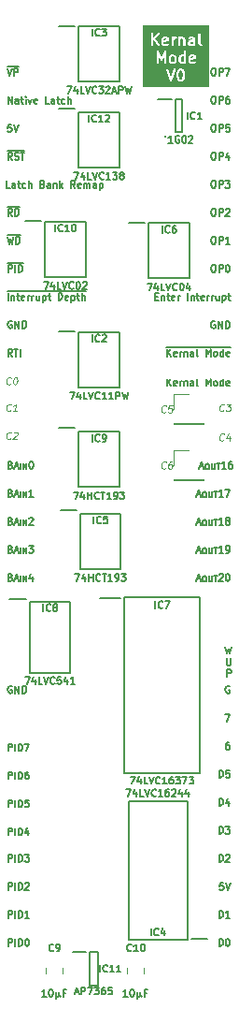
<source format=gto>
%TF.GenerationSoftware,KiCad,Pcbnew,7.0.5*%
%TF.CreationDate,2024-02-10T15:17:23+02:00*%
%TF.ProjectId,HCP65 Kernal Mode,48435036-3520-44b6-9572-6e616c204d6f,rev?*%
%TF.SameCoordinates,Original*%
%TF.FileFunction,Legend,Top*%
%TF.FilePolarity,Positive*%
%FSLAX46Y46*%
G04 Gerber Fmt 4.6, Leading zero omitted, Abs format (unit mm)*
G04 Created by KiCad (PCBNEW 7.0.5) date 2024-02-10 15:17:23*
%MOMM*%
%LPD*%
G01*
G04 APERTURE LIST*
%ADD10C,0.150000*%
%ADD11C,0.100000*%
%ADD12C,0.200000*%
%ADD13C,0.120000*%
G04 APERTURE END LIST*
D10*
X106889744Y-137445963D02*
X106889744Y-136810963D01*
X106889744Y-136810963D02*
X107040934Y-136810963D01*
X107040934Y-136810963D02*
X107131649Y-136841201D01*
X107131649Y-136841201D02*
X107192125Y-136901677D01*
X107192125Y-136901677D02*
X107222363Y-136962153D01*
X107222363Y-136962153D02*
X107252601Y-137083105D01*
X107252601Y-137083105D02*
X107252601Y-137173820D01*
X107252601Y-137173820D02*
X107222363Y-137294772D01*
X107222363Y-137294772D02*
X107192125Y-137355248D01*
X107192125Y-137355248D02*
X107131649Y-137415725D01*
X107131649Y-137415725D02*
X107040934Y-137445963D01*
X107040934Y-137445963D02*
X106889744Y-137445963D01*
X107796887Y-137022629D02*
X107796887Y-137445963D01*
X107645696Y-136780725D02*
X107494506Y-137234296D01*
X107494506Y-137234296D02*
X107887601Y-137234296D01*
X106345458Y-70770963D02*
X106466411Y-70770963D01*
X106466411Y-70770963D02*
X106526887Y-70801201D01*
X106526887Y-70801201D02*
X106587363Y-70861677D01*
X106587363Y-70861677D02*
X106617601Y-70982629D01*
X106617601Y-70982629D02*
X106617601Y-71194296D01*
X106617601Y-71194296D02*
X106587363Y-71315248D01*
X106587363Y-71315248D02*
X106526887Y-71375725D01*
X106526887Y-71375725D02*
X106466411Y-71405963D01*
X106466411Y-71405963D02*
X106345458Y-71405963D01*
X106345458Y-71405963D02*
X106284982Y-71375725D01*
X106284982Y-71375725D02*
X106224506Y-71315248D01*
X106224506Y-71315248D02*
X106194268Y-71194296D01*
X106194268Y-71194296D02*
X106194268Y-70982629D01*
X106194268Y-70982629D02*
X106224506Y-70861677D01*
X106224506Y-70861677D02*
X106284982Y-70801201D01*
X106284982Y-70801201D02*
X106345458Y-70770963D01*
X106889744Y-71405963D02*
X106889744Y-70770963D01*
X106889744Y-70770963D02*
X107131649Y-70770963D01*
X107131649Y-70770963D02*
X107192125Y-70801201D01*
X107192125Y-70801201D02*
X107222363Y-70831439D01*
X107222363Y-70831439D02*
X107252601Y-70891915D01*
X107252601Y-70891915D02*
X107252601Y-70982629D01*
X107252601Y-70982629D02*
X107222363Y-71043105D01*
X107222363Y-71043105D02*
X107192125Y-71073344D01*
X107192125Y-71073344D02*
X107131649Y-71103582D01*
X107131649Y-71103582D02*
X106889744Y-71103582D01*
X107464268Y-70770963D02*
X107887601Y-70770963D01*
X107887601Y-70770963D02*
X107615458Y-71405963D01*
X87752874Y-147605963D02*
X87752874Y-146970963D01*
X87752874Y-146970963D02*
X87994779Y-146970963D01*
X87994779Y-146970963D02*
X88055255Y-147001201D01*
X88055255Y-147001201D02*
X88085493Y-147031439D01*
X88085493Y-147031439D02*
X88115731Y-147091915D01*
X88115731Y-147091915D02*
X88115731Y-147182629D01*
X88115731Y-147182629D02*
X88085493Y-147243105D01*
X88085493Y-147243105D02*
X88055255Y-147273344D01*
X88055255Y-147273344D02*
X87994779Y-147303582D01*
X87994779Y-147303582D02*
X87752874Y-147303582D01*
X88387874Y-147605963D02*
X88387874Y-146970963D01*
X88690255Y-147605963D02*
X88690255Y-146970963D01*
X88690255Y-146970963D02*
X88841445Y-146970963D01*
X88841445Y-146970963D02*
X88932160Y-147001201D01*
X88932160Y-147001201D02*
X88992636Y-147061677D01*
X88992636Y-147061677D02*
X89022874Y-147122153D01*
X89022874Y-147122153D02*
X89053112Y-147243105D01*
X89053112Y-147243105D02*
X89053112Y-147333820D01*
X89053112Y-147333820D02*
X89022874Y-147454772D01*
X89022874Y-147454772D02*
X88992636Y-147515248D01*
X88992636Y-147515248D02*
X88932160Y-147575725D01*
X88932160Y-147575725D02*
X88841445Y-147605963D01*
X88841445Y-147605963D02*
X88690255Y-147605963D01*
X89657874Y-147605963D02*
X89295017Y-147605963D01*
X89476445Y-147605963D02*
X89476445Y-146970963D01*
X89476445Y-146970963D02*
X89415969Y-147061677D01*
X89415969Y-147061677D02*
X89355493Y-147122153D01*
X89355493Y-147122153D02*
X89295017Y-147152391D01*
X106345458Y-80930963D02*
X106466411Y-80930963D01*
X106466411Y-80930963D02*
X106526887Y-80961201D01*
X106526887Y-80961201D02*
X106587363Y-81021677D01*
X106587363Y-81021677D02*
X106617601Y-81142629D01*
X106617601Y-81142629D02*
X106617601Y-81354296D01*
X106617601Y-81354296D02*
X106587363Y-81475248D01*
X106587363Y-81475248D02*
X106526887Y-81535725D01*
X106526887Y-81535725D02*
X106466411Y-81565963D01*
X106466411Y-81565963D02*
X106345458Y-81565963D01*
X106345458Y-81565963D02*
X106284982Y-81535725D01*
X106284982Y-81535725D02*
X106224506Y-81475248D01*
X106224506Y-81475248D02*
X106194268Y-81354296D01*
X106194268Y-81354296D02*
X106194268Y-81142629D01*
X106194268Y-81142629D02*
X106224506Y-81021677D01*
X106224506Y-81021677D02*
X106284982Y-80961201D01*
X106284982Y-80961201D02*
X106345458Y-80930963D01*
X106889744Y-81565963D02*
X106889744Y-80930963D01*
X106889744Y-80930963D02*
X107131649Y-80930963D01*
X107131649Y-80930963D02*
X107192125Y-80961201D01*
X107192125Y-80961201D02*
X107222363Y-80991439D01*
X107222363Y-80991439D02*
X107252601Y-81051915D01*
X107252601Y-81051915D02*
X107252601Y-81142629D01*
X107252601Y-81142629D02*
X107222363Y-81203105D01*
X107222363Y-81203105D02*
X107192125Y-81233344D01*
X107192125Y-81233344D02*
X107131649Y-81263582D01*
X107131649Y-81263582D02*
X106889744Y-81263582D01*
X107464268Y-80930963D02*
X107857363Y-80930963D01*
X107857363Y-80930963D02*
X107645696Y-81172867D01*
X107645696Y-81172867D02*
X107736411Y-81172867D01*
X107736411Y-81172867D02*
X107796887Y-81203105D01*
X107796887Y-81203105D02*
X107827125Y-81233344D01*
X107827125Y-81233344D02*
X107857363Y-81293820D01*
X107857363Y-81293820D02*
X107857363Y-81445010D01*
X107857363Y-81445010D02*
X107827125Y-81505486D01*
X107827125Y-81505486D02*
X107796887Y-81535725D01*
X107796887Y-81535725D02*
X107736411Y-81565963D01*
X107736411Y-81565963D02*
X107554982Y-81565963D01*
X107554982Y-81565963D02*
X107494506Y-81535725D01*
X107494506Y-81535725D02*
X107464268Y-81505486D01*
D11*
X87959616Y-101701086D02*
X87925598Y-101731325D01*
X87925598Y-101731325D02*
X87831104Y-101761563D01*
X87831104Y-101761563D02*
X87770628Y-101761563D01*
X87770628Y-101761563D02*
X87683693Y-101731325D01*
X87683693Y-101731325D02*
X87630777Y-101670848D01*
X87630777Y-101670848D02*
X87608098Y-101610372D01*
X87608098Y-101610372D02*
X87592979Y-101489420D01*
X87592979Y-101489420D02*
X87604318Y-101398705D01*
X87604318Y-101398705D02*
X87649675Y-101277753D01*
X87649675Y-101277753D02*
X87687473Y-101217277D01*
X87687473Y-101217277D02*
X87755509Y-101156801D01*
X87755509Y-101156801D02*
X87850003Y-101126563D01*
X87850003Y-101126563D02*
X87910479Y-101126563D01*
X87910479Y-101126563D02*
X87997414Y-101156801D01*
X87997414Y-101156801D02*
X88023872Y-101187039D01*
X88556818Y-101761563D02*
X88193961Y-101761563D01*
X88375390Y-101761563D02*
X88454765Y-101126563D01*
X88454765Y-101126563D02*
X88382949Y-101217277D01*
X88382949Y-101217277D02*
X88314914Y-101277753D01*
X88314914Y-101277753D02*
X88250658Y-101307991D01*
X102022276Y-101828086D02*
X101988258Y-101858325D01*
X101988258Y-101858325D02*
X101893764Y-101888563D01*
X101893764Y-101888563D02*
X101833288Y-101888563D01*
X101833288Y-101888563D02*
X101746353Y-101858325D01*
X101746353Y-101858325D02*
X101693437Y-101797848D01*
X101693437Y-101797848D02*
X101670758Y-101737372D01*
X101670758Y-101737372D02*
X101655639Y-101616420D01*
X101655639Y-101616420D02*
X101666978Y-101525705D01*
X101666978Y-101525705D02*
X101712335Y-101404753D01*
X101712335Y-101404753D02*
X101750133Y-101344277D01*
X101750133Y-101344277D02*
X101818169Y-101283801D01*
X101818169Y-101283801D02*
X101912663Y-101253563D01*
X101912663Y-101253563D02*
X101973139Y-101253563D01*
X101973139Y-101253563D02*
X102060074Y-101283801D01*
X102060074Y-101283801D02*
X102086532Y-101314039D01*
X102668615Y-101253563D02*
X102366234Y-101253563D01*
X102366234Y-101253563D02*
X102298199Y-101555944D01*
X102298199Y-101555944D02*
X102332216Y-101525705D01*
X102332216Y-101525705D02*
X102396472Y-101495467D01*
X102396472Y-101495467D02*
X102547663Y-101495467D01*
X102547663Y-101495467D02*
X102604359Y-101525705D01*
X102604359Y-101525705D02*
X102630818Y-101555944D01*
X102630818Y-101555944D02*
X102653496Y-101616420D01*
X102653496Y-101616420D02*
X102634597Y-101767610D01*
X102634597Y-101767610D02*
X102596800Y-101828086D01*
X102596800Y-101828086D02*
X102562782Y-101858325D01*
X102562782Y-101858325D02*
X102498526Y-101888563D01*
X102498526Y-101888563D02*
X102347335Y-101888563D01*
X102347335Y-101888563D02*
X102290639Y-101858325D01*
X102290639Y-101858325D02*
X102264181Y-101828086D01*
D10*
X106889744Y-139985963D02*
X106889744Y-139350963D01*
X106889744Y-139350963D02*
X107040934Y-139350963D01*
X107040934Y-139350963D02*
X107131649Y-139381201D01*
X107131649Y-139381201D02*
X107192125Y-139441677D01*
X107192125Y-139441677D02*
X107222363Y-139502153D01*
X107222363Y-139502153D02*
X107252601Y-139623105D01*
X107252601Y-139623105D02*
X107252601Y-139713820D01*
X107252601Y-139713820D02*
X107222363Y-139834772D01*
X107222363Y-139834772D02*
X107192125Y-139895248D01*
X107192125Y-139895248D02*
X107131649Y-139955725D01*
X107131649Y-139955725D02*
X107040934Y-139985963D01*
X107040934Y-139985963D02*
X106889744Y-139985963D01*
X107464268Y-139350963D02*
X107857363Y-139350963D01*
X107857363Y-139350963D02*
X107645696Y-139592867D01*
X107645696Y-139592867D02*
X107736411Y-139592867D01*
X107736411Y-139592867D02*
X107796887Y-139623105D01*
X107796887Y-139623105D02*
X107827125Y-139653344D01*
X107827125Y-139653344D02*
X107857363Y-139713820D01*
X107857363Y-139713820D02*
X107857363Y-139865010D01*
X107857363Y-139865010D02*
X107827125Y-139925486D01*
X107827125Y-139925486D02*
X107796887Y-139955725D01*
X107796887Y-139955725D02*
X107736411Y-139985963D01*
X107736411Y-139985963D02*
X107554982Y-139985963D01*
X107554982Y-139985963D02*
X107494506Y-139955725D01*
X107494506Y-139955725D02*
X107464268Y-139925486D01*
X101114267Y-91393344D02*
X101325934Y-91393344D01*
X101416648Y-91725963D02*
X101114267Y-91725963D01*
X101114267Y-91725963D02*
X101114267Y-91090963D01*
X101114267Y-91090963D02*
X101416648Y-91090963D01*
X101688791Y-91302629D02*
X101688791Y-91725963D01*
X101688791Y-91363105D02*
X101719029Y-91332867D01*
X101719029Y-91332867D02*
X101779505Y-91302629D01*
X101779505Y-91302629D02*
X101870220Y-91302629D01*
X101870220Y-91302629D02*
X101930696Y-91332867D01*
X101930696Y-91332867D02*
X101960934Y-91393344D01*
X101960934Y-91393344D02*
X101960934Y-91725963D01*
X102172601Y-91302629D02*
X102414505Y-91302629D01*
X102263315Y-91090963D02*
X102263315Y-91635248D01*
X102263315Y-91635248D02*
X102293553Y-91695725D01*
X102293553Y-91695725D02*
X102354029Y-91725963D01*
X102354029Y-91725963D02*
X102414505Y-91725963D01*
X102868077Y-91695725D02*
X102807601Y-91725963D01*
X102807601Y-91725963D02*
X102686648Y-91725963D01*
X102686648Y-91725963D02*
X102626172Y-91695725D01*
X102626172Y-91695725D02*
X102595934Y-91635248D01*
X102595934Y-91635248D02*
X102595934Y-91393344D01*
X102595934Y-91393344D02*
X102626172Y-91332867D01*
X102626172Y-91332867D02*
X102686648Y-91302629D01*
X102686648Y-91302629D02*
X102807601Y-91302629D01*
X102807601Y-91302629D02*
X102868077Y-91332867D01*
X102868077Y-91332867D02*
X102898315Y-91393344D01*
X102898315Y-91393344D02*
X102898315Y-91453820D01*
X102898315Y-91453820D02*
X102595934Y-91514296D01*
X103170458Y-91725963D02*
X103170458Y-91302629D01*
X103170458Y-91423582D02*
X103200696Y-91363105D01*
X103200696Y-91363105D02*
X103230934Y-91332867D01*
X103230934Y-91332867D02*
X103291410Y-91302629D01*
X103291410Y-91302629D02*
X103351887Y-91302629D01*
X104047363Y-91725963D02*
X104047363Y-91090963D01*
X104349744Y-91302629D02*
X104349744Y-91725963D01*
X104349744Y-91363105D02*
X104379982Y-91332867D01*
X104379982Y-91332867D02*
X104440458Y-91302629D01*
X104440458Y-91302629D02*
X104531173Y-91302629D01*
X104531173Y-91302629D02*
X104591649Y-91332867D01*
X104591649Y-91332867D02*
X104621887Y-91393344D01*
X104621887Y-91393344D02*
X104621887Y-91725963D01*
X104833554Y-91302629D02*
X105075458Y-91302629D01*
X104924268Y-91090963D02*
X104924268Y-91635248D01*
X104924268Y-91635248D02*
X104954506Y-91695725D01*
X104954506Y-91695725D02*
X105014982Y-91725963D01*
X105014982Y-91725963D02*
X105075458Y-91725963D01*
X105529030Y-91695725D02*
X105468554Y-91725963D01*
X105468554Y-91725963D02*
X105347601Y-91725963D01*
X105347601Y-91725963D02*
X105287125Y-91695725D01*
X105287125Y-91695725D02*
X105256887Y-91635248D01*
X105256887Y-91635248D02*
X105256887Y-91393344D01*
X105256887Y-91393344D02*
X105287125Y-91332867D01*
X105287125Y-91332867D02*
X105347601Y-91302629D01*
X105347601Y-91302629D02*
X105468554Y-91302629D01*
X105468554Y-91302629D02*
X105529030Y-91332867D01*
X105529030Y-91332867D02*
X105559268Y-91393344D01*
X105559268Y-91393344D02*
X105559268Y-91453820D01*
X105559268Y-91453820D02*
X105256887Y-91514296D01*
X105831411Y-91725963D02*
X105831411Y-91302629D01*
X105831411Y-91423582D02*
X105861649Y-91363105D01*
X105861649Y-91363105D02*
X105891887Y-91332867D01*
X105891887Y-91332867D02*
X105952363Y-91302629D01*
X105952363Y-91302629D02*
X106012840Y-91302629D01*
X106224506Y-91725963D02*
X106224506Y-91302629D01*
X106224506Y-91423582D02*
X106254744Y-91363105D01*
X106254744Y-91363105D02*
X106284982Y-91332867D01*
X106284982Y-91332867D02*
X106345458Y-91302629D01*
X106345458Y-91302629D02*
X106405935Y-91302629D01*
X106889744Y-91302629D02*
X106889744Y-91725963D01*
X106617601Y-91302629D02*
X106617601Y-91635248D01*
X106617601Y-91635248D02*
X106647839Y-91695725D01*
X106647839Y-91695725D02*
X106708315Y-91725963D01*
X106708315Y-91725963D02*
X106799030Y-91725963D01*
X106799030Y-91725963D02*
X106859506Y-91695725D01*
X106859506Y-91695725D02*
X106889744Y-91665486D01*
X107192125Y-91302629D02*
X107192125Y-91937629D01*
X107192125Y-91332867D02*
X107252601Y-91302629D01*
X107252601Y-91302629D02*
X107373554Y-91302629D01*
X107373554Y-91302629D02*
X107434030Y-91332867D01*
X107434030Y-91332867D02*
X107464268Y-91363105D01*
X107464268Y-91363105D02*
X107494506Y-91423582D01*
X107494506Y-91423582D02*
X107494506Y-91605010D01*
X107494506Y-91605010D02*
X107464268Y-91665486D01*
X107464268Y-91665486D02*
X107434030Y-91695725D01*
X107434030Y-91695725D02*
X107373554Y-91725963D01*
X107373554Y-91725963D02*
X107252601Y-91725963D01*
X107252601Y-91725963D02*
X107192125Y-91695725D01*
X107675935Y-91302629D02*
X107917839Y-91302629D01*
X107766649Y-91090963D02*
X107766649Y-91635248D01*
X107766649Y-91635248D02*
X107796887Y-91695725D01*
X107796887Y-91695725D02*
X107857363Y-91725963D01*
X107857363Y-91725963D02*
X107917839Y-91725963D01*
X88115731Y-84105963D02*
X87904064Y-83803582D01*
X87752874Y-84105963D02*
X87752874Y-83470963D01*
X87752874Y-83470963D02*
X87994779Y-83470963D01*
X87994779Y-83470963D02*
X88055255Y-83501201D01*
X88055255Y-83501201D02*
X88085493Y-83531439D01*
X88085493Y-83531439D02*
X88115731Y-83591915D01*
X88115731Y-83591915D02*
X88115731Y-83682629D01*
X88115731Y-83682629D02*
X88085493Y-83743105D01*
X88085493Y-83743105D02*
X88055255Y-83773344D01*
X88055255Y-83773344D02*
X87994779Y-83803582D01*
X87994779Y-83803582D02*
X87752874Y-83803582D01*
X88387874Y-84105963D02*
X88387874Y-83470963D01*
X88387874Y-83470963D02*
X88539064Y-83470963D01*
X88539064Y-83470963D02*
X88629779Y-83501201D01*
X88629779Y-83501201D02*
X88690255Y-83561677D01*
X88690255Y-83561677D02*
X88720493Y-83622153D01*
X88720493Y-83622153D02*
X88750731Y-83743105D01*
X88750731Y-83743105D02*
X88750731Y-83833820D01*
X88750731Y-83833820D02*
X88720493Y-83954772D01*
X88720493Y-83954772D02*
X88690255Y-84015248D01*
X88690255Y-84015248D02*
X88629779Y-84075725D01*
X88629779Y-84075725D02*
X88539064Y-84105963D01*
X88539064Y-84105963D02*
X88387874Y-84105963D01*
X87665184Y-83294675D02*
X88808184Y-83294675D01*
X88115731Y-79025963D02*
X87904064Y-78723582D01*
X87752874Y-79025963D02*
X87752874Y-78390963D01*
X87752874Y-78390963D02*
X87994779Y-78390963D01*
X87994779Y-78390963D02*
X88055255Y-78421201D01*
X88055255Y-78421201D02*
X88085493Y-78451439D01*
X88085493Y-78451439D02*
X88115731Y-78511915D01*
X88115731Y-78511915D02*
X88115731Y-78602629D01*
X88115731Y-78602629D02*
X88085493Y-78663105D01*
X88085493Y-78663105D02*
X88055255Y-78693344D01*
X88055255Y-78693344D02*
X87994779Y-78723582D01*
X87994779Y-78723582D02*
X87752874Y-78723582D01*
X88357636Y-78995725D02*
X88448350Y-79025963D01*
X88448350Y-79025963D02*
X88599541Y-79025963D01*
X88599541Y-79025963D02*
X88660017Y-78995725D01*
X88660017Y-78995725D02*
X88690255Y-78965486D01*
X88690255Y-78965486D02*
X88720493Y-78905010D01*
X88720493Y-78905010D02*
X88720493Y-78844534D01*
X88720493Y-78844534D02*
X88690255Y-78784058D01*
X88690255Y-78784058D02*
X88660017Y-78753820D01*
X88660017Y-78753820D02*
X88599541Y-78723582D01*
X88599541Y-78723582D02*
X88478588Y-78693344D01*
X88478588Y-78693344D02*
X88418112Y-78663105D01*
X88418112Y-78663105D02*
X88387874Y-78632867D01*
X88387874Y-78632867D02*
X88357636Y-78572391D01*
X88357636Y-78572391D02*
X88357636Y-78511915D01*
X88357636Y-78511915D02*
X88387874Y-78451439D01*
X88387874Y-78451439D02*
X88418112Y-78421201D01*
X88418112Y-78421201D02*
X88478588Y-78390963D01*
X88478588Y-78390963D02*
X88629779Y-78390963D01*
X88629779Y-78390963D02*
X88720493Y-78421201D01*
X88901922Y-78390963D02*
X89264779Y-78390963D01*
X89083350Y-79025963D02*
X89083350Y-78390963D01*
X87665184Y-78214675D02*
X89261756Y-78214675D01*
X102172600Y-96805963D02*
X102172600Y-96170963D01*
X102535457Y-96805963D02*
X102263314Y-96443105D01*
X102535457Y-96170963D02*
X102172600Y-96533820D01*
X103049505Y-96775725D02*
X102989029Y-96805963D01*
X102989029Y-96805963D02*
X102868076Y-96805963D01*
X102868076Y-96805963D02*
X102807600Y-96775725D01*
X102807600Y-96775725D02*
X102777362Y-96715248D01*
X102777362Y-96715248D02*
X102777362Y-96473344D01*
X102777362Y-96473344D02*
X102807600Y-96412867D01*
X102807600Y-96412867D02*
X102868076Y-96382629D01*
X102868076Y-96382629D02*
X102989029Y-96382629D01*
X102989029Y-96382629D02*
X103049505Y-96412867D01*
X103049505Y-96412867D02*
X103079743Y-96473344D01*
X103079743Y-96473344D02*
X103079743Y-96533820D01*
X103079743Y-96533820D02*
X102777362Y-96594296D01*
X103351886Y-96805963D02*
X103351886Y-96382629D01*
X103351886Y-96503582D02*
X103382124Y-96443105D01*
X103382124Y-96443105D02*
X103412362Y-96412867D01*
X103412362Y-96412867D02*
X103472838Y-96382629D01*
X103472838Y-96382629D02*
X103533315Y-96382629D01*
X103744981Y-96382629D02*
X103744981Y-96805963D01*
X103744981Y-96443105D02*
X103775219Y-96412867D01*
X103775219Y-96412867D02*
X103835695Y-96382629D01*
X103835695Y-96382629D02*
X103926410Y-96382629D01*
X103926410Y-96382629D02*
X103986886Y-96412867D01*
X103986886Y-96412867D02*
X104017124Y-96473344D01*
X104017124Y-96473344D02*
X104017124Y-96805963D01*
X104591648Y-96805963D02*
X104591648Y-96473344D01*
X104591648Y-96473344D02*
X104561410Y-96412867D01*
X104561410Y-96412867D02*
X104500934Y-96382629D01*
X104500934Y-96382629D02*
X104379981Y-96382629D01*
X104379981Y-96382629D02*
X104319505Y-96412867D01*
X104591648Y-96775725D02*
X104531172Y-96805963D01*
X104531172Y-96805963D02*
X104379981Y-96805963D01*
X104379981Y-96805963D02*
X104319505Y-96775725D01*
X104319505Y-96775725D02*
X104289267Y-96715248D01*
X104289267Y-96715248D02*
X104289267Y-96654772D01*
X104289267Y-96654772D02*
X104319505Y-96594296D01*
X104319505Y-96594296D02*
X104379981Y-96564058D01*
X104379981Y-96564058D02*
X104531172Y-96564058D01*
X104531172Y-96564058D02*
X104591648Y-96533820D01*
X104984743Y-96805963D02*
X104924267Y-96775725D01*
X104924267Y-96775725D02*
X104894029Y-96715248D01*
X104894029Y-96715248D02*
X104894029Y-96170963D01*
X105710458Y-96805963D02*
X105710458Y-96170963D01*
X105710458Y-96170963D02*
X105922125Y-96624534D01*
X105922125Y-96624534D02*
X106133791Y-96170963D01*
X106133791Y-96170963D02*
X106133791Y-96805963D01*
X106526886Y-96805963D02*
X106466410Y-96775725D01*
X106466410Y-96775725D02*
X106436172Y-96745486D01*
X106436172Y-96745486D02*
X106405934Y-96685010D01*
X106405934Y-96685010D02*
X106405934Y-96503582D01*
X106405934Y-96503582D02*
X106436172Y-96443105D01*
X106436172Y-96443105D02*
X106466410Y-96412867D01*
X106466410Y-96412867D02*
X106526886Y-96382629D01*
X106526886Y-96382629D02*
X106617601Y-96382629D01*
X106617601Y-96382629D02*
X106678077Y-96412867D01*
X106678077Y-96412867D02*
X106708315Y-96443105D01*
X106708315Y-96443105D02*
X106738553Y-96503582D01*
X106738553Y-96503582D02*
X106738553Y-96685010D01*
X106738553Y-96685010D02*
X106708315Y-96745486D01*
X106708315Y-96745486D02*
X106678077Y-96775725D01*
X106678077Y-96775725D02*
X106617601Y-96805963D01*
X106617601Y-96805963D02*
X106526886Y-96805963D01*
X107282839Y-96805963D02*
X107282839Y-96170963D01*
X107282839Y-96775725D02*
X107222363Y-96805963D01*
X107222363Y-96805963D02*
X107101410Y-96805963D01*
X107101410Y-96805963D02*
X107040934Y-96775725D01*
X107040934Y-96775725D02*
X107010696Y-96745486D01*
X107010696Y-96745486D02*
X106980458Y-96685010D01*
X106980458Y-96685010D02*
X106980458Y-96503582D01*
X106980458Y-96503582D02*
X107010696Y-96443105D01*
X107010696Y-96443105D02*
X107040934Y-96412867D01*
X107040934Y-96412867D02*
X107101410Y-96382629D01*
X107101410Y-96382629D02*
X107222363Y-96382629D01*
X107222363Y-96382629D02*
X107282839Y-96412867D01*
X107827125Y-96775725D02*
X107766649Y-96805963D01*
X107766649Y-96805963D02*
X107645696Y-96805963D01*
X107645696Y-96805963D02*
X107585220Y-96775725D01*
X107585220Y-96775725D02*
X107554982Y-96715248D01*
X107554982Y-96715248D02*
X107554982Y-96473344D01*
X107554982Y-96473344D02*
X107585220Y-96412867D01*
X107585220Y-96412867D02*
X107645696Y-96382629D01*
X107645696Y-96382629D02*
X107766649Y-96382629D01*
X107766649Y-96382629D02*
X107827125Y-96412867D01*
X107827125Y-96412867D02*
X107857363Y-96473344D01*
X107857363Y-96473344D02*
X107857363Y-96533820D01*
X107857363Y-96533820D02*
X107554982Y-96594296D01*
X102084910Y-95994675D02*
X107914816Y-95994675D01*
D11*
X102022276Y-106908086D02*
X101988258Y-106938325D01*
X101988258Y-106938325D02*
X101893764Y-106968563D01*
X101893764Y-106968563D02*
X101833288Y-106968563D01*
X101833288Y-106968563D02*
X101746353Y-106938325D01*
X101746353Y-106938325D02*
X101693437Y-106877848D01*
X101693437Y-106877848D02*
X101670758Y-106817372D01*
X101670758Y-106817372D02*
X101655639Y-106696420D01*
X101655639Y-106696420D02*
X101666978Y-106605705D01*
X101666978Y-106605705D02*
X101712335Y-106484753D01*
X101712335Y-106484753D02*
X101750133Y-106424277D01*
X101750133Y-106424277D02*
X101818169Y-106363801D01*
X101818169Y-106363801D02*
X101912663Y-106333563D01*
X101912663Y-106333563D02*
X101973139Y-106333563D01*
X101973139Y-106333563D02*
X102060074Y-106363801D01*
X102060074Y-106363801D02*
X102086532Y-106394039D01*
X102638377Y-106333563D02*
X102517425Y-106333563D01*
X102517425Y-106333563D02*
X102453169Y-106363801D01*
X102453169Y-106363801D02*
X102419151Y-106394039D01*
X102419151Y-106394039D02*
X102347335Y-106484753D01*
X102347335Y-106484753D02*
X102301978Y-106605705D01*
X102301978Y-106605705D02*
X102271740Y-106847610D01*
X102271740Y-106847610D02*
X102294419Y-106908086D01*
X102294419Y-106908086D02*
X102320877Y-106938325D01*
X102320877Y-106938325D02*
X102377574Y-106968563D01*
X102377574Y-106968563D02*
X102498526Y-106968563D01*
X102498526Y-106968563D02*
X102562782Y-106938325D01*
X102562782Y-106938325D02*
X102596800Y-106908086D01*
X102596800Y-106908086D02*
X102634597Y-106847610D01*
X102634597Y-106847610D02*
X102653496Y-106696420D01*
X102653496Y-106696420D02*
X102630818Y-106635944D01*
X102630818Y-106635944D02*
X102604359Y-106605705D01*
X102604359Y-106605705D02*
X102547663Y-106575467D01*
X102547663Y-106575467D02*
X102426710Y-106575467D01*
X102426710Y-106575467D02*
X102362454Y-106605705D01*
X102362454Y-106605705D02*
X102328437Y-106635944D01*
X102328437Y-106635944D02*
X102290639Y-106696420D01*
D10*
X87662160Y-70770963D02*
X87873826Y-71405963D01*
X87873826Y-71405963D02*
X88085493Y-70770963D01*
X88297160Y-71405963D02*
X88297160Y-70770963D01*
X88297160Y-70770963D02*
X88539065Y-70770963D01*
X88539065Y-70770963D02*
X88599541Y-70801201D01*
X88599541Y-70801201D02*
X88629779Y-70831439D01*
X88629779Y-70831439D02*
X88660017Y-70891915D01*
X88660017Y-70891915D02*
X88660017Y-70982629D01*
X88660017Y-70982629D02*
X88629779Y-71043105D01*
X88629779Y-71043105D02*
X88599541Y-71073344D01*
X88599541Y-71073344D02*
X88539065Y-71103582D01*
X88539065Y-71103582D02*
X88297160Y-71103582D01*
X87665184Y-70594675D02*
X88717470Y-70594675D01*
X104894030Y-111864534D02*
X105196411Y-111864534D01*
X104833554Y-112045963D02*
X105045220Y-111410963D01*
X105045220Y-111410963D02*
X105256887Y-112045963D01*
X105535078Y-111608115D02*
X105631840Y-111608115D01*
X105631840Y-111608115D02*
X105680221Y-111632305D01*
X105680221Y-111632305D02*
X105728602Y-111680686D01*
X105728602Y-111680686D02*
X105752792Y-111777448D01*
X105752792Y-111777448D02*
X105752792Y-111946782D01*
X105752792Y-111946782D02*
X105728602Y-112043544D01*
X105728602Y-112043544D02*
X105680221Y-112091925D01*
X105680221Y-112091925D02*
X105631840Y-112116115D01*
X105631840Y-112116115D02*
X105535078Y-112116115D01*
X105535078Y-112116115D02*
X105486697Y-112091925D01*
X105486697Y-112091925D02*
X105438316Y-112043544D01*
X105438316Y-112043544D02*
X105414125Y-111946782D01*
X105414125Y-111946782D02*
X105414125Y-111777448D01*
X105414125Y-111777448D02*
X105438316Y-111680686D01*
X105438316Y-111680686D02*
X105486697Y-111632305D01*
X105486697Y-111632305D02*
X105535078Y-111608115D01*
X105970506Y-111608115D02*
X105970506Y-112019353D01*
X105970506Y-112019353D02*
X105994696Y-112067734D01*
X105994696Y-112067734D02*
X106018887Y-112091925D01*
X106018887Y-112091925D02*
X106067268Y-112116115D01*
X106067268Y-112116115D02*
X106164030Y-112116115D01*
X106164030Y-112116115D02*
X106212411Y-112091925D01*
X106212411Y-112091925D02*
X106236601Y-112067734D01*
X106236601Y-112067734D02*
X106260792Y-112019353D01*
X106260792Y-112019353D02*
X106260792Y-111608115D01*
X106430124Y-111608115D02*
X106720410Y-111608115D01*
X106575267Y-112116115D02*
X106575267Y-111608115D01*
X107252601Y-112045963D02*
X106889744Y-112045963D01*
X107071172Y-112045963D02*
X107071172Y-111410963D01*
X107071172Y-111410963D02*
X107010696Y-111501677D01*
X107010696Y-111501677D02*
X106950220Y-111562153D01*
X106950220Y-111562153D02*
X106889744Y-111592391D01*
X107615458Y-111683105D02*
X107554982Y-111652867D01*
X107554982Y-111652867D02*
X107524744Y-111622629D01*
X107524744Y-111622629D02*
X107494506Y-111562153D01*
X107494506Y-111562153D02*
X107494506Y-111531915D01*
X107494506Y-111531915D02*
X107524744Y-111471439D01*
X107524744Y-111471439D02*
X107554982Y-111441201D01*
X107554982Y-111441201D02*
X107615458Y-111410963D01*
X107615458Y-111410963D02*
X107736411Y-111410963D01*
X107736411Y-111410963D02*
X107796887Y-111441201D01*
X107796887Y-111441201D02*
X107827125Y-111471439D01*
X107827125Y-111471439D02*
X107857363Y-111531915D01*
X107857363Y-111531915D02*
X107857363Y-111562153D01*
X107857363Y-111562153D02*
X107827125Y-111622629D01*
X107827125Y-111622629D02*
X107796887Y-111652867D01*
X107796887Y-111652867D02*
X107736411Y-111683105D01*
X107736411Y-111683105D02*
X107615458Y-111683105D01*
X107615458Y-111683105D02*
X107554982Y-111713344D01*
X107554982Y-111713344D02*
X107524744Y-111743582D01*
X107524744Y-111743582D02*
X107494506Y-111804058D01*
X107494506Y-111804058D02*
X107494506Y-111925010D01*
X107494506Y-111925010D02*
X107524744Y-111985486D01*
X107524744Y-111985486D02*
X107554982Y-112015725D01*
X107554982Y-112015725D02*
X107615458Y-112045963D01*
X107615458Y-112045963D02*
X107736411Y-112045963D01*
X107736411Y-112045963D02*
X107796887Y-112015725D01*
X107796887Y-112015725D02*
X107827125Y-111985486D01*
X107827125Y-111985486D02*
X107857363Y-111925010D01*
X107857363Y-111925010D02*
X107857363Y-111804058D01*
X107857363Y-111804058D02*
X107827125Y-111743582D01*
X107827125Y-111743582D02*
X107796887Y-111713344D01*
X107796887Y-111713344D02*
X107736411Y-111683105D01*
X106345458Y-86010963D02*
X106466411Y-86010963D01*
X106466411Y-86010963D02*
X106526887Y-86041201D01*
X106526887Y-86041201D02*
X106587363Y-86101677D01*
X106587363Y-86101677D02*
X106617601Y-86222629D01*
X106617601Y-86222629D02*
X106617601Y-86434296D01*
X106617601Y-86434296D02*
X106587363Y-86555248D01*
X106587363Y-86555248D02*
X106526887Y-86615725D01*
X106526887Y-86615725D02*
X106466411Y-86645963D01*
X106466411Y-86645963D02*
X106345458Y-86645963D01*
X106345458Y-86645963D02*
X106284982Y-86615725D01*
X106284982Y-86615725D02*
X106224506Y-86555248D01*
X106224506Y-86555248D02*
X106194268Y-86434296D01*
X106194268Y-86434296D02*
X106194268Y-86222629D01*
X106194268Y-86222629D02*
X106224506Y-86101677D01*
X106224506Y-86101677D02*
X106284982Y-86041201D01*
X106284982Y-86041201D02*
X106345458Y-86010963D01*
X106889744Y-86645963D02*
X106889744Y-86010963D01*
X106889744Y-86010963D02*
X107131649Y-86010963D01*
X107131649Y-86010963D02*
X107192125Y-86041201D01*
X107192125Y-86041201D02*
X107222363Y-86071439D01*
X107222363Y-86071439D02*
X107252601Y-86131915D01*
X107252601Y-86131915D02*
X107252601Y-86222629D01*
X107252601Y-86222629D02*
X107222363Y-86283105D01*
X107222363Y-86283105D02*
X107192125Y-86313344D01*
X107192125Y-86313344D02*
X107131649Y-86343582D01*
X107131649Y-86343582D02*
X106889744Y-86343582D01*
X107857363Y-86645963D02*
X107494506Y-86645963D01*
X107675934Y-86645963D02*
X107675934Y-86010963D01*
X107675934Y-86010963D02*
X107615458Y-86101677D01*
X107615458Y-86101677D02*
X107554982Y-86162153D01*
X107554982Y-86162153D02*
X107494506Y-86192391D01*
X106526887Y-93661201D02*
X106466411Y-93630963D01*
X106466411Y-93630963D02*
X106375697Y-93630963D01*
X106375697Y-93630963D02*
X106284982Y-93661201D01*
X106284982Y-93661201D02*
X106224506Y-93721677D01*
X106224506Y-93721677D02*
X106194268Y-93782153D01*
X106194268Y-93782153D02*
X106164030Y-93903105D01*
X106164030Y-93903105D02*
X106164030Y-93993820D01*
X106164030Y-93993820D02*
X106194268Y-94114772D01*
X106194268Y-94114772D02*
X106224506Y-94175248D01*
X106224506Y-94175248D02*
X106284982Y-94235725D01*
X106284982Y-94235725D02*
X106375697Y-94265963D01*
X106375697Y-94265963D02*
X106436173Y-94265963D01*
X106436173Y-94265963D02*
X106526887Y-94235725D01*
X106526887Y-94235725D02*
X106557125Y-94205486D01*
X106557125Y-94205486D02*
X106557125Y-93993820D01*
X106557125Y-93993820D02*
X106436173Y-93993820D01*
X106829268Y-94265963D02*
X106829268Y-93630963D01*
X106829268Y-93630963D02*
X107192125Y-94265963D01*
X107192125Y-94265963D02*
X107192125Y-93630963D01*
X107494506Y-94265963D02*
X107494506Y-93630963D01*
X107494506Y-93630963D02*
X107645696Y-93630963D01*
X107645696Y-93630963D02*
X107736411Y-93661201D01*
X107736411Y-93661201D02*
X107796887Y-93721677D01*
X107796887Y-93721677D02*
X107827125Y-93782153D01*
X107827125Y-93782153D02*
X107857363Y-93903105D01*
X107857363Y-93903105D02*
X107857363Y-93993820D01*
X107857363Y-93993820D02*
X107827125Y-94114772D01*
X107827125Y-94114772D02*
X107796887Y-94175248D01*
X107796887Y-94175248D02*
X107736411Y-94235725D01*
X107736411Y-94235725D02*
X107645696Y-94265963D01*
X107645696Y-94265963D02*
X107494506Y-94265963D01*
X87752874Y-132492963D02*
X87752874Y-131857963D01*
X87752874Y-131857963D02*
X87994779Y-131857963D01*
X87994779Y-131857963D02*
X88055255Y-131888201D01*
X88055255Y-131888201D02*
X88085493Y-131918439D01*
X88085493Y-131918439D02*
X88115731Y-131978915D01*
X88115731Y-131978915D02*
X88115731Y-132069629D01*
X88115731Y-132069629D02*
X88085493Y-132130105D01*
X88085493Y-132130105D02*
X88055255Y-132160344D01*
X88055255Y-132160344D02*
X87994779Y-132190582D01*
X87994779Y-132190582D02*
X87752874Y-132190582D01*
X88387874Y-132492963D02*
X88387874Y-131857963D01*
X88690255Y-132492963D02*
X88690255Y-131857963D01*
X88690255Y-131857963D02*
X88841445Y-131857963D01*
X88841445Y-131857963D02*
X88932160Y-131888201D01*
X88932160Y-131888201D02*
X88992636Y-131948677D01*
X88992636Y-131948677D02*
X89022874Y-132009153D01*
X89022874Y-132009153D02*
X89053112Y-132130105D01*
X89053112Y-132130105D02*
X89053112Y-132220820D01*
X89053112Y-132220820D02*
X89022874Y-132341772D01*
X89022874Y-132341772D02*
X88992636Y-132402248D01*
X88992636Y-132402248D02*
X88932160Y-132462725D01*
X88932160Y-132462725D02*
X88841445Y-132492963D01*
X88841445Y-132492963D02*
X88690255Y-132492963D01*
X89264779Y-131857963D02*
X89688112Y-131857963D01*
X89688112Y-131857963D02*
X89415969Y-132492963D01*
X106889744Y-150145963D02*
X106889744Y-149510963D01*
X106889744Y-149510963D02*
X107040934Y-149510963D01*
X107040934Y-149510963D02*
X107131649Y-149541201D01*
X107131649Y-149541201D02*
X107192125Y-149601677D01*
X107192125Y-149601677D02*
X107222363Y-149662153D01*
X107222363Y-149662153D02*
X107252601Y-149783105D01*
X107252601Y-149783105D02*
X107252601Y-149873820D01*
X107252601Y-149873820D02*
X107222363Y-149994772D01*
X107222363Y-149994772D02*
X107192125Y-150055248D01*
X107192125Y-150055248D02*
X107131649Y-150115725D01*
X107131649Y-150115725D02*
X107040934Y-150145963D01*
X107040934Y-150145963D02*
X106889744Y-150145963D01*
X107645696Y-149510963D02*
X107706173Y-149510963D01*
X107706173Y-149510963D02*
X107766649Y-149541201D01*
X107766649Y-149541201D02*
X107796887Y-149571439D01*
X107796887Y-149571439D02*
X107827125Y-149631915D01*
X107827125Y-149631915D02*
X107857363Y-149752867D01*
X107857363Y-149752867D02*
X107857363Y-149904058D01*
X107857363Y-149904058D02*
X107827125Y-150025010D01*
X107827125Y-150025010D02*
X107796887Y-150085486D01*
X107796887Y-150085486D02*
X107766649Y-150115725D01*
X107766649Y-150115725D02*
X107706173Y-150145963D01*
X107706173Y-150145963D02*
X107645696Y-150145963D01*
X107645696Y-150145963D02*
X107585220Y-150115725D01*
X107585220Y-150115725D02*
X107554982Y-150085486D01*
X107554982Y-150085486D02*
X107524744Y-150025010D01*
X107524744Y-150025010D02*
X107494506Y-149904058D01*
X107494506Y-149904058D02*
X107494506Y-149752867D01*
X107494506Y-149752867D02*
X107524744Y-149631915D01*
X107524744Y-149631915D02*
X107554982Y-149571439D01*
X107554982Y-149571439D02*
X107585220Y-149541201D01*
X107585220Y-149541201D02*
X107645696Y-149510963D01*
X87964541Y-106633344D02*
X88055255Y-106663582D01*
X88055255Y-106663582D02*
X88085493Y-106693820D01*
X88085493Y-106693820D02*
X88115731Y-106754296D01*
X88115731Y-106754296D02*
X88115731Y-106845010D01*
X88115731Y-106845010D02*
X88085493Y-106905486D01*
X88085493Y-106905486D02*
X88055255Y-106935725D01*
X88055255Y-106935725D02*
X87994779Y-106965963D01*
X87994779Y-106965963D02*
X87752874Y-106965963D01*
X87752874Y-106965963D02*
X87752874Y-106330963D01*
X87752874Y-106330963D02*
X87964541Y-106330963D01*
X87964541Y-106330963D02*
X88025017Y-106361201D01*
X88025017Y-106361201D02*
X88055255Y-106391439D01*
X88055255Y-106391439D02*
X88085493Y-106451915D01*
X88085493Y-106451915D02*
X88085493Y-106512391D01*
X88085493Y-106512391D02*
X88055255Y-106572867D01*
X88055255Y-106572867D02*
X88025017Y-106603105D01*
X88025017Y-106603105D02*
X87964541Y-106633344D01*
X87964541Y-106633344D02*
X87752874Y-106633344D01*
X88357636Y-106784534D02*
X88660017Y-106784534D01*
X88297160Y-106965963D02*
X88508826Y-106330963D01*
X88508826Y-106330963D02*
X88720493Y-106965963D01*
X88901922Y-107036115D02*
X88901922Y-106528115D01*
X89143827Y-107036115D02*
X89143827Y-106528115D01*
X89143827Y-106528115D02*
X89434113Y-107036115D01*
X89434113Y-107036115D02*
X89434113Y-106528115D01*
X89827207Y-106330963D02*
X89887684Y-106330963D01*
X89887684Y-106330963D02*
X89948160Y-106361201D01*
X89948160Y-106361201D02*
X89978398Y-106391439D01*
X89978398Y-106391439D02*
X90008636Y-106451915D01*
X90008636Y-106451915D02*
X90038874Y-106572867D01*
X90038874Y-106572867D02*
X90038874Y-106724058D01*
X90038874Y-106724058D02*
X90008636Y-106845010D01*
X90008636Y-106845010D02*
X89978398Y-106905486D01*
X89978398Y-106905486D02*
X89948160Y-106935725D01*
X89948160Y-106935725D02*
X89887684Y-106965963D01*
X89887684Y-106965963D02*
X89827207Y-106965963D01*
X89827207Y-106965963D02*
X89766731Y-106935725D01*
X89766731Y-106935725D02*
X89736493Y-106905486D01*
X89736493Y-106905486D02*
X89706255Y-106845010D01*
X89706255Y-106845010D02*
X89676017Y-106724058D01*
X89676017Y-106724058D02*
X89676017Y-106572867D01*
X89676017Y-106572867D02*
X89706255Y-106451915D01*
X89706255Y-106451915D02*
X89736493Y-106391439D01*
X89736493Y-106391439D02*
X89766731Y-106361201D01*
X89766731Y-106361201D02*
X89827207Y-106330963D01*
X88115731Y-96805963D02*
X87904064Y-96503582D01*
X87752874Y-96805963D02*
X87752874Y-96170963D01*
X87752874Y-96170963D02*
X87994779Y-96170963D01*
X87994779Y-96170963D02*
X88055255Y-96201201D01*
X88055255Y-96201201D02*
X88085493Y-96231439D01*
X88085493Y-96231439D02*
X88115731Y-96291915D01*
X88115731Y-96291915D02*
X88115731Y-96382629D01*
X88115731Y-96382629D02*
X88085493Y-96443105D01*
X88085493Y-96443105D02*
X88055255Y-96473344D01*
X88055255Y-96473344D02*
X87994779Y-96503582D01*
X87994779Y-96503582D02*
X87752874Y-96503582D01*
X88297160Y-96170963D02*
X88660017Y-96170963D01*
X88478588Y-96805963D02*
X88478588Y-96170963D01*
X88871684Y-96805963D02*
X88871684Y-96170963D01*
X104894030Y-109324534D02*
X105196411Y-109324534D01*
X104833554Y-109505963D02*
X105045220Y-108870963D01*
X105045220Y-108870963D02*
X105256887Y-109505963D01*
X105535078Y-109068115D02*
X105631840Y-109068115D01*
X105631840Y-109068115D02*
X105680221Y-109092305D01*
X105680221Y-109092305D02*
X105728602Y-109140686D01*
X105728602Y-109140686D02*
X105752792Y-109237448D01*
X105752792Y-109237448D02*
X105752792Y-109406782D01*
X105752792Y-109406782D02*
X105728602Y-109503544D01*
X105728602Y-109503544D02*
X105680221Y-109551925D01*
X105680221Y-109551925D02*
X105631840Y-109576115D01*
X105631840Y-109576115D02*
X105535078Y-109576115D01*
X105535078Y-109576115D02*
X105486697Y-109551925D01*
X105486697Y-109551925D02*
X105438316Y-109503544D01*
X105438316Y-109503544D02*
X105414125Y-109406782D01*
X105414125Y-109406782D02*
X105414125Y-109237448D01*
X105414125Y-109237448D02*
X105438316Y-109140686D01*
X105438316Y-109140686D02*
X105486697Y-109092305D01*
X105486697Y-109092305D02*
X105535078Y-109068115D01*
X105970506Y-109068115D02*
X105970506Y-109479353D01*
X105970506Y-109479353D02*
X105994696Y-109527734D01*
X105994696Y-109527734D02*
X106018887Y-109551925D01*
X106018887Y-109551925D02*
X106067268Y-109576115D01*
X106067268Y-109576115D02*
X106164030Y-109576115D01*
X106164030Y-109576115D02*
X106212411Y-109551925D01*
X106212411Y-109551925D02*
X106236601Y-109527734D01*
X106236601Y-109527734D02*
X106260792Y-109479353D01*
X106260792Y-109479353D02*
X106260792Y-109068115D01*
X106430124Y-109068115D02*
X106720410Y-109068115D01*
X106575267Y-109576115D02*
X106575267Y-109068115D01*
X107252601Y-109505963D02*
X106889744Y-109505963D01*
X107071172Y-109505963D02*
X107071172Y-108870963D01*
X107071172Y-108870963D02*
X107010696Y-108961677D01*
X107010696Y-108961677D02*
X106950220Y-109022153D01*
X106950220Y-109022153D02*
X106889744Y-109052391D01*
X107464268Y-108870963D02*
X107887601Y-108870963D01*
X107887601Y-108870963D02*
X107615458Y-109505963D01*
X87752874Y-89185963D02*
X87752874Y-88550963D01*
X87752874Y-88550963D02*
X87994779Y-88550963D01*
X87994779Y-88550963D02*
X88055255Y-88581201D01*
X88055255Y-88581201D02*
X88085493Y-88611439D01*
X88085493Y-88611439D02*
X88115731Y-88671915D01*
X88115731Y-88671915D02*
X88115731Y-88762629D01*
X88115731Y-88762629D02*
X88085493Y-88823105D01*
X88085493Y-88823105D02*
X88055255Y-88853344D01*
X88055255Y-88853344D02*
X87994779Y-88883582D01*
X87994779Y-88883582D02*
X87752874Y-88883582D01*
X88387874Y-89185963D02*
X88387874Y-88550963D01*
X88690255Y-89185963D02*
X88690255Y-88550963D01*
X88690255Y-88550963D02*
X88841445Y-88550963D01*
X88841445Y-88550963D02*
X88932160Y-88581201D01*
X88932160Y-88581201D02*
X88992636Y-88641677D01*
X88992636Y-88641677D02*
X89022874Y-88702153D01*
X89022874Y-88702153D02*
X89053112Y-88823105D01*
X89053112Y-88823105D02*
X89053112Y-88913820D01*
X89053112Y-88913820D02*
X89022874Y-89034772D01*
X89022874Y-89034772D02*
X88992636Y-89095248D01*
X88992636Y-89095248D02*
X88932160Y-89155725D01*
X88932160Y-89155725D02*
X88841445Y-89185963D01*
X88841445Y-89185963D02*
X88690255Y-89185963D01*
X87665184Y-88374675D02*
X89110565Y-88374675D01*
X87752874Y-142525963D02*
X87752874Y-141890963D01*
X87752874Y-141890963D02*
X87994779Y-141890963D01*
X87994779Y-141890963D02*
X88055255Y-141921201D01*
X88055255Y-141921201D02*
X88085493Y-141951439D01*
X88085493Y-141951439D02*
X88115731Y-142011915D01*
X88115731Y-142011915D02*
X88115731Y-142102629D01*
X88115731Y-142102629D02*
X88085493Y-142163105D01*
X88085493Y-142163105D02*
X88055255Y-142193344D01*
X88055255Y-142193344D02*
X87994779Y-142223582D01*
X87994779Y-142223582D02*
X87752874Y-142223582D01*
X88387874Y-142525963D02*
X88387874Y-141890963D01*
X88690255Y-142525963D02*
X88690255Y-141890963D01*
X88690255Y-141890963D02*
X88841445Y-141890963D01*
X88841445Y-141890963D02*
X88932160Y-141921201D01*
X88932160Y-141921201D02*
X88992636Y-141981677D01*
X88992636Y-141981677D02*
X89022874Y-142042153D01*
X89022874Y-142042153D02*
X89053112Y-142163105D01*
X89053112Y-142163105D02*
X89053112Y-142253820D01*
X89053112Y-142253820D02*
X89022874Y-142374772D01*
X89022874Y-142374772D02*
X88992636Y-142435248D01*
X88992636Y-142435248D02*
X88932160Y-142495725D01*
X88932160Y-142495725D02*
X88841445Y-142525963D01*
X88841445Y-142525963D02*
X88690255Y-142525963D01*
X89264779Y-141890963D02*
X89657874Y-141890963D01*
X89657874Y-141890963D02*
X89446207Y-142132867D01*
X89446207Y-142132867D02*
X89536922Y-142132867D01*
X89536922Y-142132867D02*
X89597398Y-142163105D01*
X89597398Y-142163105D02*
X89627636Y-142193344D01*
X89627636Y-142193344D02*
X89657874Y-142253820D01*
X89657874Y-142253820D02*
X89657874Y-142405010D01*
X89657874Y-142405010D02*
X89627636Y-142465486D01*
X89627636Y-142465486D02*
X89597398Y-142495725D01*
X89597398Y-142495725D02*
X89536922Y-142525963D01*
X89536922Y-142525963D02*
X89355493Y-142525963D01*
X89355493Y-142525963D02*
X89295017Y-142495725D01*
X89295017Y-142495725D02*
X89264779Y-142465486D01*
X106889744Y-142525963D02*
X106889744Y-141890963D01*
X106889744Y-141890963D02*
X107040934Y-141890963D01*
X107040934Y-141890963D02*
X107131649Y-141921201D01*
X107131649Y-141921201D02*
X107192125Y-141981677D01*
X107192125Y-141981677D02*
X107222363Y-142042153D01*
X107222363Y-142042153D02*
X107252601Y-142163105D01*
X107252601Y-142163105D02*
X107252601Y-142253820D01*
X107252601Y-142253820D02*
X107222363Y-142374772D01*
X107222363Y-142374772D02*
X107192125Y-142435248D01*
X107192125Y-142435248D02*
X107131649Y-142495725D01*
X107131649Y-142495725D02*
X107040934Y-142525963D01*
X107040934Y-142525963D02*
X106889744Y-142525963D01*
X107494506Y-141951439D02*
X107524744Y-141921201D01*
X107524744Y-141921201D02*
X107585220Y-141890963D01*
X107585220Y-141890963D02*
X107736411Y-141890963D01*
X107736411Y-141890963D02*
X107796887Y-141921201D01*
X107796887Y-141921201D02*
X107827125Y-141951439D01*
X107827125Y-141951439D02*
X107857363Y-142011915D01*
X107857363Y-142011915D02*
X107857363Y-142072391D01*
X107857363Y-142072391D02*
X107827125Y-142163105D01*
X107827125Y-142163105D02*
X107464268Y-142525963D01*
X107464268Y-142525963D02*
X107857363Y-142525963D01*
X102172600Y-99472963D02*
X102172600Y-98837963D01*
X102535457Y-99472963D02*
X102263314Y-99110105D01*
X102535457Y-98837963D02*
X102172600Y-99200820D01*
X103049505Y-99442725D02*
X102989029Y-99472963D01*
X102989029Y-99472963D02*
X102868076Y-99472963D01*
X102868076Y-99472963D02*
X102807600Y-99442725D01*
X102807600Y-99442725D02*
X102777362Y-99382248D01*
X102777362Y-99382248D02*
X102777362Y-99140344D01*
X102777362Y-99140344D02*
X102807600Y-99079867D01*
X102807600Y-99079867D02*
X102868076Y-99049629D01*
X102868076Y-99049629D02*
X102989029Y-99049629D01*
X102989029Y-99049629D02*
X103049505Y-99079867D01*
X103049505Y-99079867D02*
X103079743Y-99140344D01*
X103079743Y-99140344D02*
X103079743Y-99200820D01*
X103079743Y-99200820D02*
X102777362Y-99261296D01*
X103351886Y-99472963D02*
X103351886Y-99049629D01*
X103351886Y-99170582D02*
X103382124Y-99110105D01*
X103382124Y-99110105D02*
X103412362Y-99079867D01*
X103412362Y-99079867D02*
X103472838Y-99049629D01*
X103472838Y-99049629D02*
X103533315Y-99049629D01*
X103744981Y-99049629D02*
X103744981Y-99472963D01*
X103744981Y-99110105D02*
X103775219Y-99079867D01*
X103775219Y-99079867D02*
X103835695Y-99049629D01*
X103835695Y-99049629D02*
X103926410Y-99049629D01*
X103926410Y-99049629D02*
X103986886Y-99079867D01*
X103986886Y-99079867D02*
X104017124Y-99140344D01*
X104017124Y-99140344D02*
X104017124Y-99472963D01*
X104591648Y-99472963D02*
X104591648Y-99140344D01*
X104591648Y-99140344D02*
X104561410Y-99079867D01*
X104561410Y-99079867D02*
X104500934Y-99049629D01*
X104500934Y-99049629D02*
X104379981Y-99049629D01*
X104379981Y-99049629D02*
X104319505Y-99079867D01*
X104591648Y-99442725D02*
X104531172Y-99472963D01*
X104531172Y-99472963D02*
X104379981Y-99472963D01*
X104379981Y-99472963D02*
X104319505Y-99442725D01*
X104319505Y-99442725D02*
X104289267Y-99382248D01*
X104289267Y-99382248D02*
X104289267Y-99321772D01*
X104289267Y-99321772D02*
X104319505Y-99261296D01*
X104319505Y-99261296D02*
X104379981Y-99231058D01*
X104379981Y-99231058D02*
X104531172Y-99231058D01*
X104531172Y-99231058D02*
X104591648Y-99200820D01*
X104984743Y-99472963D02*
X104924267Y-99442725D01*
X104924267Y-99442725D02*
X104894029Y-99382248D01*
X104894029Y-99382248D02*
X104894029Y-98837963D01*
X105710458Y-99472963D02*
X105710458Y-98837963D01*
X105710458Y-98837963D02*
X105922125Y-99291534D01*
X105922125Y-99291534D02*
X106133791Y-98837963D01*
X106133791Y-98837963D02*
X106133791Y-99472963D01*
X106526886Y-99472963D02*
X106466410Y-99442725D01*
X106466410Y-99442725D02*
X106436172Y-99412486D01*
X106436172Y-99412486D02*
X106405934Y-99352010D01*
X106405934Y-99352010D02*
X106405934Y-99170582D01*
X106405934Y-99170582D02*
X106436172Y-99110105D01*
X106436172Y-99110105D02*
X106466410Y-99079867D01*
X106466410Y-99079867D02*
X106526886Y-99049629D01*
X106526886Y-99049629D02*
X106617601Y-99049629D01*
X106617601Y-99049629D02*
X106678077Y-99079867D01*
X106678077Y-99079867D02*
X106708315Y-99110105D01*
X106708315Y-99110105D02*
X106738553Y-99170582D01*
X106738553Y-99170582D02*
X106738553Y-99352010D01*
X106738553Y-99352010D02*
X106708315Y-99412486D01*
X106708315Y-99412486D02*
X106678077Y-99442725D01*
X106678077Y-99442725D02*
X106617601Y-99472963D01*
X106617601Y-99472963D02*
X106526886Y-99472963D01*
X107282839Y-99472963D02*
X107282839Y-98837963D01*
X107282839Y-99442725D02*
X107222363Y-99472963D01*
X107222363Y-99472963D02*
X107101410Y-99472963D01*
X107101410Y-99472963D02*
X107040934Y-99442725D01*
X107040934Y-99442725D02*
X107010696Y-99412486D01*
X107010696Y-99412486D02*
X106980458Y-99352010D01*
X106980458Y-99352010D02*
X106980458Y-99170582D01*
X106980458Y-99170582D02*
X107010696Y-99110105D01*
X107010696Y-99110105D02*
X107040934Y-99079867D01*
X107040934Y-99079867D02*
X107101410Y-99049629D01*
X107101410Y-99049629D02*
X107222363Y-99049629D01*
X107222363Y-99049629D02*
X107282839Y-99079867D01*
X107827125Y-99442725D02*
X107766649Y-99472963D01*
X107766649Y-99472963D02*
X107645696Y-99472963D01*
X107645696Y-99472963D02*
X107585220Y-99442725D01*
X107585220Y-99442725D02*
X107554982Y-99382248D01*
X107554982Y-99382248D02*
X107554982Y-99140344D01*
X107554982Y-99140344D02*
X107585220Y-99079867D01*
X107585220Y-99079867D02*
X107645696Y-99049629D01*
X107645696Y-99049629D02*
X107766649Y-99049629D01*
X107766649Y-99049629D02*
X107827125Y-99079867D01*
X107827125Y-99079867D02*
X107857363Y-99140344D01*
X107857363Y-99140344D02*
X107857363Y-99200820D01*
X107857363Y-99200820D02*
X107554982Y-99261296D01*
X106345458Y-73310963D02*
X106466411Y-73310963D01*
X106466411Y-73310963D02*
X106526887Y-73341201D01*
X106526887Y-73341201D02*
X106587363Y-73401677D01*
X106587363Y-73401677D02*
X106617601Y-73522629D01*
X106617601Y-73522629D02*
X106617601Y-73734296D01*
X106617601Y-73734296D02*
X106587363Y-73855248D01*
X106587363Y-73855248D02*
X106526887Y-73915725D01*
X106526887Y-73915725D02*
X106466411Y-73945963D01*
X106466411Y-73945963D02*
X106345458Y-73945963D01*
X106345458Y-73945963D02*
X106284982Y-73915725D01*
X106284982Y-73915725D02*
X106224506Y-73855248D01*
X106224506Y-73855248D02*
X106194268Y-73734296D01*
X106194268Y-73734296D02*
X106194268Y-73522629D01*
X106194268Y-73522629D02*
X106224506Y-73401677D01*
X106224506Y-73401677D02*
X106284982Y-73341201D01*
X106284982Y-73341201D02*
X106345458Y-73310963D01*
X106889744Y-73945963D02*
X106889744Y-73310963D01*
X106889744Y-73310963D02*
X107131649Y-73310963D01*
X107131649Y-73310963D02*
X107192125Y-73341201D01*
X107192125Y-73341201D02*
X107222363Y-73371439D01*
X107222363Y-73371439D02*
X107252601Y-73431915D01*
X107252601Y-73431915D02*
X107252601Y-73522629D01*
X107252601Y-73522629D02*
X107222363Y-73583105D01*
X107222363Y-73583105D02*
X107192125Y-73613344D01*
X107192125Y-73613344D02*
X107131649Y-73643582D01*
X107131649Y-73643582D02*
X106889744Y-73643582D01*
X107796887Y-73310963D02*
X107675934Y-73310963D01*
X107675934Y-73310963D02*
X107615458Y-73341201D01*
X107615458Y-73341201D02*
X107585220Y-73371439D01*
X107585220Y-73371439D02*
X107524744Y-73462153D01*
X107524744Y-73462153D02*
X107494506Y-73583105D01*
X107494506Y-73583105D02*
X107494506Y-73825010D01*
X107494506Y-73825010D02*
X107524744Y-73885486D01*
X107524744Y-73885486D02*
X107554982Y-73915725D01*
X107554982Y-73915725D02*
X107615458Y-73945963D01*
X107615458Y-73945963D02*
X107736411Y-73945963D01*
X107736411Y-73945963D02*
X107796887Y-73915725D01*
X107796887Y-73915725D02*
X107827125Y-73885486D01*
X107827125Y-73885486D02*
X107857363Y-73825010D01*
X107857363Y-73825010D02*
X107857363Y-73673820D01*
X107857363Y-73673820D02*
X107827125Y-73613344D01*
X107827125Y-73613344D02*
X107796887Y-73583105D01*
X107796887Y-73583105D02*
X107736411Y-73552867D01*
X107736411Y-73552867D02*
X107615458Y-73552867D01*
X107615458Y-73552867D02*
X107554982Y-73583105D01*
X107554982Y-73583105D02*
X107524744Y-73613344D01*
X107524744Y-73613344D02*
X107494506Y-73673820D01*
X88055255Y-75850963D02*
X87752874Y-75850963D01*
X87752874Y-75850963D02*
X87722636Y-76153344D01*
X87722636Y-76153344D02*
X87752874Y-76123105D01*
X87752874Y-76123105D02*
X87813350Y-76092867D01*
X87813350Y-76092867D02*
X87964541Y-76092867D01*
X87964541Y-76092867D02*
X88025017Y-76123105D01*
X88025017Y-76123105D02*
X88055255Y-76153344D01*
X88055255Y-76153344D02*
X88085493Y-76213820D01*
X88085493Y-76213820D02*
X88085493Y-76365010D01*
X88085493Y-76365010D02*
X88055255Y-76425486D01*
X88055255Y-76425486D02*
X88025017Y-76455725D01*
X88025017Y-76455725D02*
X87964541Y-76485963D01*
X87964541Y-76485963D02*
X87813350Y-76485963D01*
X87813350Y-76485963D02*
X87752874Y-76455725D01*
X87752874Y-76455725D02*
X87722636Y-76425486D01*
X88266922Y-75850963D02*
X88478588Y-76485963D01*
X88478588Y-76485963D02*
X88690255Y-75850963D01*
X87752874Y-91725963D02*
X87752874Y-91090963D01*
X88055255Y-91302629D02*
X88055255Y-91725963D01*
X88055255Y-91363105D02*
X88085493Y-91332867D01*
X88085493Y-91332867D02*
X88145969Y-91302629D01*
X88145969Y-91302629D02*
X88236684Y-91302629D01*
X88236684Y-91302629D02*
X88297160Y-91332867D01*
X88297160Y-91332867D02*
X88327398Y-91393344D01*
X88327398Y-91393344D02*
X88327398Y-91725963D01*
X88539065Y-91302629D02*
X88780969Y-91302629D01*
X88629779Y-91090963D02*
X88629779Y-91635248D01*
X88629779Y-91635248D02*
X88660017Y-91695725D01*
X88660017Y-91695725D02*
X88720493Y-91725963D01*
X88720493Y-91725963D02*
X88780969Y-91725963D01*
X89234541Y-91695725D02*
X89174065Y-91725963D01*
X89174065Y-91725963D02*
X89053112Y-91725963D01*
X89053112Y-91725963D02*
X88992636Y-91695725D01*
X88992636Y-91695725D02*
X88962398Y-91635248D01*
X88962398Y-91635248D02*
X88962398Y-91393344D01*
X88962398Y-91393344D02*
X88992636Y-91332867D01*
X88992636Y-91332867D02*
X89053112Y-91302629D01*
X89053112Y-91302629D02*
X89174065Y-91302629D01*
X89174065Y-91302629D02*
X89234541Y-91332867D01*
X89234541Y-91332867D02*
X89264779Y-91393344D01*
X89264779Y-91393344D02*
X89264779Y-91453820D01*
X89264779Y-91453820D02*
X88962398Y-91514296D01*
X89536922Y-91725963D02*
X89536922Y-91302629D01*
X89536922Y-91423582D02*
X89567160Y-91363105D01*
X89567160Y-91363105D02*
X89597398Y-91332867D01*
X89597398Y-91332867D02*
X89657874Y-91302629D01*
X89657874Y-91302629D02*
X89718351Y-91302629D01*
X89930017Y-91725963D02*
X89930017Y-91302629D01*
X89930017Y-91423582D02*
X89960255Y-91363105D01*
X89960255Y-91363105D02*
X89990493Y-91332867D01*
X89990493Y-91332867D02*
X90050969Y-91302629D01*
X90050969Y-91302629D02*
X90111446Y-91302629D01*
X90595255Y-91302629D02*
X90595255Y-91725963D01*
X90323112Y-91302629D02*
X90323112Y-91635248D01*
X90323112Y-91635248D02*
X90353350Y-91695725D01*
X90353350Y-91695725D02*
X90413826Y-91725963D01*
X90413826Y-91725963D02*
X90504541Y-91725963D01*
X90504541Y-91725963D02*
X90565017Y-91695725D01*
X90565017Y-91695725D02*
X90595255Y-91665486D01*
X90897636Y-91302629D02*
X90897636Y-91937629D01*
X90897636Y-91332867D02*
X90958112Y-91302629D01*
X90958112Y-91302629D02*
X91079065Y-91302629D01*
X91079065Y-91302629D02*
X91139541Y-91332867D01*
X91139541Y-91332867D02*
X91169779Y-91363105D01*
X91169779Y-91363105D02*
X91200017Y-91423582D01*
X91200017Y-91423582D02*
X91200017Y-91605010D01*
X91200017Y-91605010D02*
X91169779Y-91665486D01*
X91169779Y-91665486D02*
X91139541Y-91695725D01*
X91139541Y-91695725D02*
X91079065Y-91725963D01*
X91079065Y-91725963D02*
X90958112Y-91725963D01*
X90958112Y-91725963D02*
X90897636Y-91695725D01*
X91381446Y-91302629D02*
X91623350Y-91302629D01*
X91472160Y-91090963D02*
X91472160Y-91635248D01*
X91472160Y-91635248D02*
X91502398Y-91695725D01*
X91502398Y-91695725D02*
X91562874Y-91725963D01*
X91562874Y-91725963D02*
X91623350Y-91725963D01*
X92318827Y-91725963D02*
X92318827Y-91090963D01*
X92318827Y-91090963D02*
X92470017Y-91090963D01*
X92470017Y-91090963D02*
X92560732Y-91121201D01*
X92560732Y-91121201D02*
X92621208Y-91181677D01*
X92621208Y-91181677D02*
X92651446Y-91242153D01*
X92651446Y-91242153D02*
X92681684Y-91363105D01*
X92681684Y-91363105D02*
X92681684Y-91453820D01*
X92681684Y-91453820D02*
X92651446Y-91574772D01*
X92651446Y-91574772D02*
X92621208Y-91635248D01*
X92621208Y-91635248D02*
X92560732Y-91695725D01*
X92560732Y-91695725D02*
X92470017Y-91725963D01*
X92470017Y-91725963D02*
X92318827Y-91725963D01*
X93195732Y-91695725D02*
X93135256Y-91725963D01*
X93135256Y-91725963D02*
X93014303Y-91725963D01*
X93014303Y-91725963D02*
X92953827Y-91695725D01*
X92953827Y-91695725D02*
X92923589Y-91635248D01*
X92923589Y-91635248D02*
X92923589Y-91393344D01*
X92923589Y-91393344D02*
X92953827Y-91332867D01*
X92953827Y-91332867D02*
X93014303Y-91302629D01*
X93014303Y-91302629D02*
X93135256Y-91302629D01*
X93135256Y-91302629D02*
X93195732Y-91332867D01*
X93195732Y-91332867D02*
X93225970Y-91393344D01*
X93225970Y-91393344D02*
X93225970Y-91453820D01*
X93225970Y-91453820D02*
X92923589Y-91514296D01*
X93498113Y-91302629D02*
X93498113Y-91937629D01*
X93498113Y-91332867D02*
X93558589Y-91302629D01*
X93558589Y-91302629D02*
X93679542Y-91302629D01*
X93679542Y-91302629D02*
X93740018Y-91332867D01*
X93740018Y-91332867D02*
X93770256Y-91363105D01*
X93770256Y-91363105D02*
X93800494Y-91423582D01*
X93800494Y-91423582D02*
X93800494Y-91605010D01*
X93800494Y-91605010D02*
X93770256Y-91665486D01*
X93770256Y-91665486D02*
X93740018Y-91695725D01*
X93740018Y-91695725D02*
X93679542Y-91725963D01*
X93679542Y-91725963D02*
X93558589Y-91725963D01*
X93558589Y-91725963D02*
X93498113Y-91695725D01*
X93981923Y-91302629D02*
X94223827Y-91302629D01*
X94072637Y-91090963D02*
X94072637Y-91635248D01*
X94072637Y-91635248D02*
X94102875Y-91695725D01*
X94102875Y-91695725D02*
X94163351Y-91725963D01*
X94163351Y-91725963D02*
X94223827Y-91725963D01*
X94435494Y-91725963D02*
X94435494Y-91090963D01*
X94707637Y-91725963D02*
X94707637Y-91393344D01*
X94707637Y-91393344D02*
X94677399Y-91332867D01*
X94677399Y-91332867D02*
X94616923Y-91302629D01*
X94616923Y-91302629D02*
X94526208Y-91302629D01*
X94526208Y-91302629D02*
X94465732Y-91332867D01*
X94465732Y-91332867D02*
X94435494Y-91363105D01*
X87665184Y-90914675D02*
X94795328Y-90914675D01*
X87928255Y-81565963D02*
X87625874Y-81565963D01*
X87625874Y-81565963D02*
X87625874Y-80930963D01*
X88412065Y-81565963D02*
X88412065Y-81233344D01*
X88412065Y-81233344D02*
X88381827Y-81172867D01*
X88381827Y-81172867D02*
X88321351Y-81142629D01*
X88321351Y-81142629D02*
X88200398Y-81142629D01*
X88200398Y-81142629D02*
X88139922Y-81172867D01*
X88412065Y-81535725D02*
X88351589Y-81565963D01*
X88351589Y-81565963D02*
X88200398Y-81565963D01*
X88200398Y-81565963D02*
X88139922Y-81535725D01*
X88139922Y-81535725D02*
X88109684Y-81475248D01*
X88109684Y-81475248D02*
X88109684Y-81414772D01*
X88109684Y-81414772D02*
X88139922Y-81354296D01*
X88139922Y-81354296D02*
X88200398Y-81324058D01*
X88200398Y-81324058D02*
X88351589Y-81324058D01*
X88351589Y-81324058D02*
X88412065Y-81293820D01*
X88623732Y-81142629D02*
X88865636Y-81142629D01*
X88714446Y-80930963D02*
X88714446Y-81475248D01*
X88714446Y-81475248D02*
X88744684Y-81535725D01*
X88744684Y-81535725D02*
X88805160Y-81565963D01*
X88805160Y-81565963D02*
X88865636Y-81565963D01*
X89349446Y-81535725D02*
X89288970Y-81565963D01*
X89288970Y-81565963D02*
X89168017Y-81565963D01*
X89168017Y-81565963D02*
X89107541Y-81535725D01*
X89107541Y-81535725D02*
X89077303Y-81505486D01*
X89077303Y-81505486D02*
X89047065Y-81445010D01*
X89047065Y-81445010D02*
X89047065Y-81263582D01*
X89047065Y-81263582D02*
X89077303Y-81203105D01*
X89077303Y-81203105D02*
X89107541Y-81172867D01*
X89107541Y-81172867D02*
X89168017Y-81142629D01*
X89168017Y-81142629D02*
X89288970Y-81142629D01*
X89288970Y-81142629D02*
X89349446Y-81172867D01*
X89621589Y-81565963D02*
X89621589Y-80930963D01*
X89893732Y-81565963D02*
X89893732Y-81233344D01*
X89893732Y-81233344D02*
X89863494Y-81172867D01*
X89863494Y-81172867D02*
X89803018Y-81142629D01*
X89803018Y-81142629D02*
X89712303Y-81142629D01*
X89712303Y-81142629D02*
X89651827Y-81172867D01*
X89651827Y-81172867D02*
X89621589Y-81203105D01*
X90891590Y-81233344D02*
X90982304Y-81263582D01*
X90982304Y-81263582D02*
X91012542Y-81293820D01*
X91012542Y-81293820D02*
X91042780Y-81354296D01*
X91042780Y-81354296D02*
X91042780Y-81445010D01*
X91042780Y-81445010D02*
X91012542Y-81505486D01*
X91012542Y-81505486D02*
X90982304Y-81535725D01*
X90982304Y-81535725D02*
X90921828Y-81565963D01*
X90921828Y-81565963D02*
X90679923Y-81565963D01*
X90679923Y-81565963D02*
X90679923Y-80930963D01*
X90679923Y-80930963D02*
X90891590Y-80930963D01*
X90891590Y-80930963D02*
X90952066Y-80961201D01*
X90952066Y-80961201D02*
X90982304Y-80991439D01*
X90982304Y-80991439D02*
X91012542Y-81051915D01*
X91012542Y-81051915D02*
X91012542Y-81112391D01*
X91012542Y-81112391D02*
X90982304Y-81172867D01*
X90982304Y-81172867D02*
X90952066Y-81203105D01*
X90952066Y-81203105D02*
X90891590Y-81233344D01*
X90891590Y-81233344D02*
X90679923Y-81233344D01*
X91587066Y-81565963D02*
X91587066Y-81233344D01*
X91587066Y-81233344D02*
X91556828Y-81172867D01*
X91556828Y-81172867D02*
X91496352Y-81142629D01*
X91496352Y-81142629D02*
X91375399Y-81142629D01*
X91375399Y-81142629D02*
X91314923Y-81172867D01*
X91587066Y-81535725D02*
X91526590Y-81565963D01*
X91526590Y-81565963D02*
X91375399Y-81565963D01*
X91375399Y-81565963D02*
X91314923Y-81535725D01*
X91314923Y-81535725D02*
X91284685Y-81475248D01*
X91284685Y-81475248D02*
X91284685Y-81414772D01*
X91284685Y-81414772D02*
X91314923Y-81354296D01*
X91314923Y-81354296D02*
X91375399Y-81324058D01*
X91375399Y-81324058D02*
X91526590Y-81324058D01*
X91526590Y-81324058D02*
X91587066Y-81293820D01*
X91889447Y-81142629D02*
X91889447Y-81565963D01*
X91889447Y-81203105D02*
X91919685Y-81172867D01*
X91919685Y-81172867D02*
X91980161Y-81142629D01*
X91980161Y-81142629D02*
X92070876Y-81142629D01*
X92070876Y-81142629D02*
X92131352Y-81172867D01*
X92131352Y-81172867D02*
X92161590Y-81233344D01*
X92161590Y-81233344D02*
X92161590Y-81565963D01*
X92463971Y-81565963D02*
X92463971Y-80930963D01*
X92524447Y-81324058D02*
X92705876Y-81565963D01*
X92705876Y-81142629D02*
X92463971Y-81384534D01*
X93824686Y-81565963D02*
X93613019Y-81263582D01*
X93461829Y-81565963D02*
X93461829Y-80930963D01*
X93461829Y-80930963D02*
X93703734Y-80930963D01*
X93703734Y-80930963D02*
X93764210Y-80961201D01*
X93764210Y-80961201D02*
X93794448Y-80991439D01*
X93794448Y-80991439D02*
X93824686Y-81051915D01*
X93824686Y-81051915D02*
X93824686Y-81142629D01*
X93824686Y-81142629D02*
X93794448Y-81203105D01*
X93794448Y-81203105D02*
X93764210Y-81233344D01*
X93764210Y-81233344D02*
X93703734Y-81263582D01*
X93703734Y-81263582D02*
X93461829Y-81263582D01*
X94338734Y-81535725D02*
X94278258Y-81565963D01*
X94278258Y-81565963D02*
X94157305Y-81565963D01*
X94157305Y-81565963D02*
X94096829Y-81535725D01*
X94096829Y-81535725D02*
X94066591Y-81475248D01*
X94066591Y-81475248D02*
X94066591Y-81233344D01*
X94066591Y-81233344D02*
X94096829Y-81172867D01*
X94096829Y-81172867D02*
X94157305Y-81142629D01*
X94157305Y-81142629D02*
X94278258Y-81142629D01*
X94278258Y-81142629D02*
X94338734Y-81172867D01*
X94338734Y-81172867D02*
X94368972Y-81233344D01*
X94368972Y-81233344D02*
X94368972Y-81293820D01*
X94368972Y-81293820D02*
X94066591Y-81354296D01*
X94641115Y-81565963D02*
X94641115Y-81142629D01*
X94641115Y-81203105D02*
X94671353Y-81172867D01*
X94671353Y-81172867D02*
X94731829Y-81142629D01*
X94731829Y-81142629D02*
X94822544Y-81142629D01*
X94822544Y-81142629D02*
X94883020Y-81172867D01*
X94883020Y-81172867D02*
X94913258Y-81233344D01*
X94913258Y-81233344D02*
X94913258Y-81565963D01*
X94913258Y-81233344D02*
X94943496Y-81172867D01*
X94943496Y-81172867D02*
X95003972Y-81142629D01*
X95003972Y-81142629D02*
X95094686Y-81142629D01*
X95094686Y-81142629D02*
X95155163Y-81172867D01*
X95155163Y-81172867D02*
X95185401Y-81233344D01*
X95185401Y-81233344D02*
X95185401Y-81565963D01*
X95759925Y-81565963D02*
X95759925Y-81233344D01*
X95759925Y-81233344D02*
X95729687Y-81172867D01*
X95729687Y-81172867D02*
X95669211Y-81142629D01*
X95669211Y-81142629D02*
X95548258Y-81142629D01*
X95548258Y-81142629D02*
X95487782Y-81172867D01*
X95759925Y-81535725D02*
X95699449Y-81565963D01*
X95699449Y-81565963D02*
X95548258Y-81565963D01*
X95548258Y-81565963D02*
X95487782Y-81535725D01*
X95487782Y-81535725D02*
X95457544Y-81475248D01*
X95457544Y-81475248D02*
X95457544Y-81414772D01*
X95457544Y-81414772D02*
X95487782Y-81354296D01*
X95487782Y-81354296D02*
X95548258Y-81324058D01*
X95548258Y-81324058D02*
X95699449Y-81324058D01*
X95699449Y-81324058D02*
X95759925Y-81293820D01*
X96062306Y-81142629D02*
X96062306Y-81777629D01*
X96062306Y-81172867D02*
X96122782Y-81142629D01*
X96122782Y-81142629D02*
X96243735Y-81142629D01*
X96243735Y-81142629D02*
X96304211Y-81172867D01*
X96304211Y-81172867D02*
X96334449Y-81203105D01*
X96334449Y-81203105D02*
X96364687Y-81263582D01*
X96364687Y-81263582D02*
X96364687Y-81445010D01*
X96364687Y-81445010D02*
X96334449Y-81505486D01*
X96334449Y-81505486D02*
X96304211Y-81535725D01*
X96304211Y-81535725D02*
X96243735Y-81565963D01*
X96243735Y-81565963D02*
X96122782Y-81565963D01*
X96122782Y-81565963D02*
X96062306Y-81535725D01*
X106345458Y-75850963D02*
X106466411Y-75850963D01*
X106466411Y-75850963D02*
X106526887Y-75881201D01*
X106526887Y-75881201D02*
X106587363Y-75941677D01*
X106587363Y-75941677D02*
X106617601Y-76062629D01*
X106617601Y-76062629D02*
X106617601Y-76274296D01*
X106617601Y-76274296D02*
X106587363Y-76395248D01*
X106587363Y-76395248D02*
X106526887Y-76455725D01*
X106526887Y-76455725D02*
X106466411Y-76485963D01*
X106466411Y-76485963D02*
X106345458Y-76485963D01*
X106345458Y-76485963D02*
X106284982Y-76455725D01*
X106284982Y-76455725D02*
X106224506Y-76395248D01*
X106224506Y-76395248D02*
X106194268Y-76274296D01*
X106194268Y-76274296D02*
X106194268Y-76062629D01*
X106194268Y-76062629D02*
X106224506Y-75941677D01*
X106224506Y-75941677D02*
X106284982Y-75881201D01*
X106284982Y-75881201D02*
X106345458Y-75850963D01*
X106889744Y-76485963D02*
X106889744Y-75850963D01*
X106889744Y-75850963D02*
X107131649Y-75850963D01*
X107131649Y-75850963D02*
X107192125Y-75881201D01*
X107192125Y-75881201D02*
X107222363Y-75911439D01*
X107222363Y-75911439D02*
X107252601Y-75971915D01*
X107252601Y-75971915D02*
X107252601Y-76062629D01*
X107252601Y-76062629D02*
X107222363Y-76123105D01*
X107222363Y-76123105D02*
X107192125Y-76153344D01*
X107192125Y-76153344D02*
X107131649Y-76183582D01*
X107131649Y-76183582D02*
X106889744Y-76183582D01*
X107827125Y-75850963D02*
X107524744Y-75850963D01*
X107524744Y-75850963D02*
X107494506Y-76153344D01*
X107494506Y-76153344D02*
X107524744Y-76123105D01*
X107524744Y-76123105D02*
X107585220Y-76092867D01*
X107585220Y-76092867D02*
X107736411Y-76092867D01*
X107736411Y-76092867D02*
X107796887Y-76123105D01*
X107796887Y-76123105D02*
X107827125Y-76153344D01*
X107827125Y-76153344D02*
X107857363Y-76213820D01*
X107857363Y-76213820D02*
X107857363Y-76365010D01*
X107857363Y-76365010D02*
X107827125Y-76425486D01*
X107827125Y-76425486D02*
X107796887Y-76455725D01*
X107796887Y-76455725D02*
X107736411Y-76485963D01*
X107736411Y-76485963D02*
X107585220Y-76485963D01*
X107585220Y-76485963D02*
X107524744Y-76455725D01*
X107524744Y-76455725D02*
X107494506Y-76425486D01*
X104894030Y-116944534D02*
X105196411Y-116944534D01*
X104833554Y-117125963D02*
X105045220Y-116490963D01*
X105045220Y-116490963D02*
X105256887Y-117125963D01*
X105535078Y-116688115D02*
X105631840Y-116688115D01*
X105631840Y-116688115D02*
X105680221Y-116712305D01*
X105680221Y-116712305D02*
X105728602Y-116760686D01*
X105728602Y-116760686D02*
X105752792Y-116857448D01*
X105752792Y-116857448D02*
X105752792Y-117026782D01*
X105752792Y-117026782D02*
X105728602Y-117123544D01*
X105728602Y-117123544D02*
X105680221Y-117171925D01*
X105680221Y-117171925D02*
X105631840Y-117196115D01*
X105631840Y-117196115D02*
X105535078Y-117196115D01*
X105535078Y-117196115D02*
X105486697Y-117171925D01*
X105486697Y-117171925D02*
X105438316Y-117123544D01*
X105438316Y-117123544D02*
X105414125Y-117026782D01*
X105414125Y-117026782D02*
X105414125Y-116857448D01*
X105414125Y-116857448D02*
X105438316Y-116760686D01*
X105438316Y-116760686D02*
X105486697Y-116712305D01*
X105486697Y-116712305D02*
X105535078Y-116688115D01*
X105970506Y-116688115D02*
X105970506Y-117099353D01*
X105970506Y-117099353D02*
X105994696Y-117147734D01*
X105994696Y-117147734D02*
X106018887Y-117171925D01*
X106018887Y-117171925D02*
X106067268Y-117196115D01*
X106067268Y-117196115D02*
X106164030Y-117196115D01*
X106164030Y-117196115D02*
X106212411Y-117171925D01*
X106212411Y-117171925D02*
X106236601Y-117147734D01*
X106236601Y-117147734D02*
X106260792Y-117099353D01*
X106260792Y-117099353D02*
X106260792Y-116688115D01*
X106430124Y-116688115D02*
X106720410Y-116688115D01*
X106575267Y-117196115D02*
X106575267Y-116688115D01*
X106889744Y-116551439D02*
X106919982Y-116521201D01*
X106919982Y-116521201D02*
X106980458Y-116490963D01*
X106980458Y-116490963D02*
X107131649Y-116490963D01*
X107131649Y-116490963D02*
X107192125Y-116521201D01*
X107192125Y-116521201D02*
X107222363Y-116551439D01*
X107222363Y-116551439D02*
X107252601Y-116611915D01*
X107252601Y-116611915D02*
X107252601Y-116672391D01*
X107252601Y-116672391D02*
X107222363Y-116763105D01*
X107222363Y-116763105D02*
X106859506Y-117125963D01*
X106859506Y-117125963D02*
X107252601Y-117125963D01*
X107645696Y-116490963D02*
X107706173Y-116490963D01*
X107706173Y-116490963D02*
X107766649Y-116521201D01*
X107766649Y-116521201D02*
X107796887Y-116551439D01*
X107796887Y-116551439D02*
X107827125Y-116611915D01*
X107827125Y-116611915D02*
X107857363Y-116732867D01*
X107857363Y-116732867D02*
X107857363Y-116884058D01*
X107857363Y-116884058D02*
X107827125Y-117005010D01*
X107827125Y-117005010D02*
X107796887Y-117065486D01*
X107796887Y-117065486D02*
X107766649Y-117095725D01*
X107766649Y-117095725D02*
X107706173Y-117125963D01*
X107706173Y-117125963D02*
X107645696Y-117125963D01*
X107645696Y-117125963D02*
X107585220Y-117095725D01*
X107585220Y-117095725D02*
X107554982Y-117065486D01*
X107554982Y-117065486D02*
X107524744Y-117005010D01*
X107524744Y-117005010D02*
X107494506Y-116884058D01*
X107494506Y-116884058D02*
X107494506Y-116732867D01*
X107494506Y-116732867D02*
X107524744Y-116611915D01*
X107524744Y-116611915D02*
X107554982Y-116551439D01*
X107554982Y-116551439D02*
X107585220Y-116521201D01*
X107585220Y-116521201D02*
X107645696Y-116490963D01*
X106345458Y-88550963D02*
X106466411Y-88550963D01*
X106466411Y-88550963D02*
X106526887Y-88581201D01*
X106526887Y-88581201D02*
X106587363Y-88641677D01*
X106587363Y-88641677D02*
X106617601Y-88762629D01*
X106617601Y-88762629D02*
X106617601Y-88974296D01*
X106617601Y-88974296D02*
X106587363Y-89095248D01*
X106587363Y-89095248D02*
X106526887Y-89155725D01*
X106526887Y-89155725D02*
X106466411Y-89185963D01*
X106466411Y-89185963D02*
X106345458Y-89185963D01*
X106345458Y-89185963D02*
X106284982Y-89155725D01*
X106284982Y-89155725D02*
X106224506Y-89095248D01*
X106224506Y-89095248D02*
X106194268Y-88974296D01*
X106194268Y-88974296D02*
X106194268Y-88762629D01*
X106194268Y-88762629D02*
X106224506Y-88641677D01*
X106224506Y-88641677D02*
X106284982Y-88581201D01*
X106284982Y-88581201D02*
X106345458Y-88550963D01*
X106889744Y-89185963D02*
X106889744Y-88550963D01*
X106889744Y-88550963D02*
X107131649Y-88550963D01*
X107131649Y-88550963D02*
X107192125Y-88581201D01*
X107192125Y-88581201D02*
X107222363Y-88611439D01*
X107222363Y-88611439D02*
X107252601Y-88671915D01*
X107252601Y-88671915D02*
X107252601Y-88762629D01*
X107252601Y-88762629D02*
X107222363Y-88823105D01*
X107222363Y-88823105D02*
X107192125Y-88853344D01*
X107192125Y-88853344D02*
X107131649Y-88883582D01*
X107131649Y-88883582D02*
X106889744Y-88883582D01*
X107645696Y-88550963D02*
X107706173Y-88550963D01*
X107706173Y-88550963D02*
X107766649Y-88581201D01*
X107766649Y-88581201D02*
X107796887Y-88611439D01*
X107796887Y-88611439D02*
X107827125Y-88671915D01*
X107827125Y-88671915D02*
X107857363Y-88792867D01*
X107857363Y-88792867D02*
X107857363Y-88944058D01*
X107857363Y-88944058D02*
X107827125Y-89065010D01*
X107827125Y-89065010D02*
X107796887Y-89125486D01*
X107796887Y-89125486D02*
X107766649Y-89155725D01*
X107766649Y-89155725D02*
X107706173Y-89185963D01*
X107706173Y-89185963D02*
X107645696Y-89185963D01*
X107645696Y-89185963D02*
X107585220Y-89155725D01*
X107585220Y-89155725D02*
X107554982Y-89125486D01*
X107554982Y-89125486D02*
X107524744Y-89065010D01*
X107524744Y-89065010D02*
X107494506Y-88944058D01*
X107494506Y-88944058D02*
X107494506Y-88792867D01*
X107494506Y-88792867D02*
X107524744Y-88671915D01*
X107524744Y-88671915D02*
X107554982Y-88611439D01*
X107554982Y-88611439D02*
X107585220Y-88581201D01*
X107585220Y-88581201D02*
X107645696Y-88550963D01*
D12*
G36*
X103509192Y-71006023D02*
G01*
X103533862Y-71030693D01*
X103569313Y-71101595D01*
X103611285Y-71269481D01*
X103611285Y-71482953D01*
X103569313Y-71650841D01*
X103533862Y-71721743D01*
X103509191Y-71746414D01*
X103449584Y-71776219D01*
X103401558Y-71776219D01*
X103341951Y-71746415D01*
X103317280Y-71721743D01*
X103281828Y-71650840D01*
X103239857Y-71482955D01*
X103239857Y-71269483D01*
X103281828Y-71101595D01*
X103317280Y-71030692D01*
X103341950Y-71006023D01*
X103401558Y-70976219D01*
X103449584Y-70976219D01*
X103509192Y-71006023D01*
G37*
G36*
X102794906Y-69729356D02*
G01*
X102819576Y-69754026D01*
X102849380Y-69813634D01*
X102849380Y-70052135D01*
X102819576Y-70111743D01*
X102794905Y-70136414D01*
X102735298Y-70166219D01*
X102639653Y-70166219D01*
X102580046Y-70136415D01*
X102555375Y-70111743D01*
X102525571Y-70052135D01*
X102525571Y-69813634D01*
X102555375Y-69754025D01*
X102580045Y-69729355D01*
X102639653Y-69699552D01*
X102735298Y-69699552D01*
X102794906Y-69729356D01*
G37*
G36*
X103706523Y-69708974D02*
G01*
X103706523Y-70156796D01*
X103687679Y-70166219D01*
X103544415Y-70166219D01*
X103484808Y-70136415D01*
X103460137Y-70111743D01*
X103430333Y-70052135D01*
X103430333Y-69813634D01*
X103460137Y-69754025D01*
X103484807Y-69729355D01*
X103544415Y-69699552D01*
X103687679Y-69699552D01*
X103706523Y-69708974D01*
G37*
G36*
X104589130Y-69721706D02*
G01*
X104606581Y-69756607D01*
X104335095Y-69810904D01*
X104335095Y-69766015D01*
X104357249Y-69721706D01*
X104401558Y-69699552D01*
X104544822Y-69699552D01*
X104589130Y-69721706D01*
G37*
G36*
X102136749Y-68111706D02*
G01*
X102154200Y-68146607D01*
X101882714Y-68200904D01*
X101882714Y-68156015D01*
X101904868Y-68111706D01*
X101949177Y-68089552D01*
X102092441Y-68089552D01*
X102136749Y-68111706D01*
G37*
G36*
X104539857Y-68375333D02*
G01*
X104539857Y-68546796D01*
X104521013Y-68556219D01*
X104330130Y-68556219D01*
X104285821Y-68534064D01*
X104263667Y-68489755D01*
X104263667Y-68441729D01*
X104285821Y-68397420D01*
X104330130Y-68375266D01*
X104539234Y-68375266D01*
X104539857Y-68375333D01*
G37*
G36*
X105994620Y-72451857D02*
G01*
X99999381Y-72451857D01*
X99999381Y-70879986D01*
X102083322Y-70879986D01*
X102420220Y-71890679D01*
X102419813Y-71901949D01*
X102429328Y-71918002D01*
X102430488Y-71921482D01*
X102436622Y-71930309D01*
X102449756Y-71952467D01*
X102453232Y-71954209D01*
X102455450Y-71957400D01*
X102479241Y-71967242D01*
X102502258Y-71978776D01*
X102506121Y-71978362D01*
X102509715Y-71979849D01*
X102535045Y-71975266D01*
X102560650Y-71972526D01*
X102563680Y-71970086D01*
X102567502Y-71969395D01*
X102586328Y-71951851D01*
X102606392Y-71935698D01*
X102607621Y-71932009D01*
X102610465Y-71929360D01*
X102616821Y-71904409D01*
X102754613Y-71491033D01*
X103035721Y-71491033D01*
X103039857Y-71507576D01*
X103039857Y-71509645D01*
X103043336Y-71521495D01*
X103086141Y-71692715D01*
X103084902Y-71704200D01*
X103093123Y-71720642D01*
X103093949Y-71723945D01*
X103099534Y-71733465D01*
X103140044Y-71814484D01*
X103143621Y-71830927D01*
X103163104Y-71850410D01*
X103181873Y-71870588D01*
X103183765Y-71871071D01*
X103203137Y-71890444D01*
X103211730Y-71904911D01*
X103236368Y-71917230D01*
X103260559Y-71930440D01*
X103262508Y-71930300D01*
X103328413Y-71963253D01*
X103348589Y-71976219D01*
X103369024Y-71976219D01*
X103389140Y-71979839D01*
X103397868Y-71976219D01*
X103467805Y-71976219D01*
X103491648Y-71978793D01*
X103509924Y-71969654D01*
X103529537Y-71963896D01*
X103535725Y-71956754D01*
X103601933Y-71923650D01*
X103618377Y-71920073D01*
X103637862Y-71900587D01*
X103658036Y-71881822D01*
X103658520Y-71879928D01*
X103677893Y-71860555D01*
X103692358Y-71851964D01*
X103704675Y-71827329D01*
X103717887Y-71803133D01*
X103717747Y-71801185D01*
X103745142Y-71746395D01*
X103753559Y-71738482D01*
X103758018Y-71720643D01*
X103759539Y-71717603D01*
X103761492Y-71706748D01*
X103804308Y-71535485D01*
X103811285Y-71524629D01*
X103811285Y-71507578D01*
X103811787Y-71505570D01*
X103811285Y-71493223D01*
X103811285Y-71273629D01*
X103815421Y-71261404D01*
X103811285Y-71244860D01*
X103811285Y-71242792D01*
X103807805Y-71230941D01*
X103765000Y-71059720D01*
X103766240Y-71048236D01*
X103758018Y-71031792D01*
X103757193Y-71028492D01*
X103751609Y-71018975D01*
X103711096Y-70937949D01*
X103707520Y-70921509D01*
X103688045Y-70902034D01*
X103669269Y-70881848D01*
X103667374Y-70881363D01*
X103648004Y-70861993D01*
X103639412Y-70847527D01*
X103614777Y-70835209D01*
X103590582Y-70821998D01*
X103588632Y-70822137D01*
X103522731Y-70789186D01*
X103502553Y-70776219D01*
X103482117Y-70776219D01*
X103462002Y-70772599D01*
X103453274Y-70776219D01*
X103383336Y-70776219D01*
X103359493Y-70773645D01*
X103341215Y-70782783D01*
X103321605Y-70788542D01*
X103315417Y-70795683D01*
X103249206Y-70828788D01*
X103232766Y-70832365D01*
X103213291Y-70851839D01*
X103193105Y-70870616D01*
X103192620Y-70872510D01*
X103173250Y-70891880D01*
X103158784Y-70900473D01*
X103146466Y-70925107D01*
X103133255Y-70949303D01*
X103133394Y-70951252D01*
X103106000Y-71006040D01*
X103097583Y-71013955D01*
X103093123Y-71031795D01*
X103091603Y-71034835D01*
X103089650Y-71045686D01*
X103046833Y-71216951D01*
X103039857Y-71227808D01*
X103039857Y-71244858D01*
X103039355Y-71246867D01*
X103039857Y-71259213D01*
X103039857Y-71478807D01*
X103035721Y-71491033D01*
X102754613Y-71491033D01*
X102953557Y-70894201D01*
X102955138Y-70850490D01*
X102925195Y-70799972D01*
X102872693Y-70773662D01*
X102814301Y-70779913D01*
X102768559Y-70816740D01*
X102520809Y-71559990D01*
X102277797Y-70830955D01*
X102252835Y-70795038D01*
X102198570Y-70772589D01*
X102140783Y-70783042D01*
X102097819Y-70823078D01*
X102083322Y-70879986D01*
X99999381Y-70879986D01*
X99999381Y-69281899D01*
X101227298Y-69281899D01*
X101230333Y-69288402D01*
X101230333Y-70280598D01*
X101242656Y-70322566D01*
X101287038Y-70361023D01*
X101345165Y-70369380D01*
X101398584Y-70344985D01*
X101430333Y-70295582D01*
X101430333Y-69716975D01*
X101572706Y-70022062D01*
X101584342Y-70048105D01*
X101597581Y-70056768D01*
X101608043Y-70068642D01*
X101621646Y-70072515D01*
X101633481Y-70080259D01*
X101649303Y-70080389D01*
X101664524Y-70084723D01*
X101678062Y-70080626D01*
X101692205Y-70080743D01*
X101705586Y-70072297D01*
X101720732Y-70067715D01*
X101729906Y-70056949D01*
X101741867Y-70049401D01*
X101748557Y-70035063D01*
X101758823Y-70023018D01*
X101760720Y-70008999D01*
X101896998Y-69716975D01*
X101896999Y-70280598D01*
X101909322Y-70322566D01*
X101953704Y-70361023D01*
X102011831Y-70369380D01*
X102065250Y-70344985D01*
X102096999Y-70295582D01*
X102096999Y-69801216D01*
X102321951Y-69801216D01*
X102325571Y-69809944D01*
X102325571Y-70070356D01*
X102322997Y-70094200D01*
X102332135Y-70112476D01*
X102337894Y-70132089D01*
X102345035Y-70138277D01*
X102378139Y-70204484D01*
X102381716Y-70220927D01*
X102401199Y-70240410D01*
X102419968Y-70260588D01*
X102421860Y-70261071D01*
X102441232Y-70280444D01*
X102449825Y-70294911D01*
X102474463Y-70307230D01*
X102498654Y-70320440D01*
X102500603Y-70320300D01*
X102566508Y-70353253D01*
X102586684Y-70366219D01*
X102607119Y-70366219D01*
X102627235Y-70369839D01*
X102635963Y-70366219D01*
X102753519Y-70366219D01*
X102777362Y-70368793D01*
X102795638Y-70359654D01*
X102815251Y-70353896D01*
X102821439Y-70346754D01*
X102887647Y-70313650D01*
X102904091Y-70310073D01*
X102923576Y-70290587D01*
X102943750Y-70271822D01*
X102944234Y-70269928D01*
X102963607Y-70250555D01*
X102978072Y-70241964D01*
X102990389Y-70217329D01*
X103003601Y-70193133D01*
X103003461Y-70191185D01*
X103036414Y-70125280D01*
X103049380Y-70105105D01*
X103049380Y-70084669D01*
X103053000Y-70064554D01*
X103049380Y-70055825D01*
X103049380Y-69801216D01*
X103226713Y-69801216D01*
X103230333Y-69809944D01*
X103230332Y-70070356D01*
X103227759Y-70094200D01*
X103236897Y-70112476D01*
X103242656Y-70132089D01*
X103249797Y-70138277D01*
X103282901Y-70204484D01*
X103286478Y-70220927D01*
X103305961Y-70240410D01*
X103324730Y-70260588D01*
X103326622Y-70261071D01*
X103345994Y-70280444D01*
X103354587Y-70294911D01*
X103379225Y-70307230D01*
X103403416Y-70320440D01*
X103405365Y-70320300D01*
X103471270Y-70353253D01*
X103491446Y-70366219D01*
X103511881Y-70366219D01*
X103531997Y-70369839D01*
X103540725Y-70366219D01*
X103705900Y-70366219D01*
X103729743Y-70368793D01*
X103748019Y-70359654D01*
X103758199Y-70356665D01*
X103763228Y-70361023D01*
X103821355Y-70369380D01*
X103874774Y-70344985D01*
X103906523Y-70295582D01*
X103906522Y-70231183D01*
X103910680Y-70214927D01*
X103906523Y-70202418D01*
X103906523Y-69753597D01*
X104131475Y-69753597D01*
X104135095Y-69762325D01*
X104135094Y-69906463D01*
X104133641Y-69909023D01*
X104135095Y-69935625D01*
X104135095Y-70117975D01*
X104132521Y-70141819D01*
X104141659Y-70160096D01*
X104147418Y-70179708D01*
X104154558Y-70185895D01*
X104181878Y-70240535D01*
X104181741Y-70244420D01*
X104194885Y-70266550D01*
X104199701Y-70276182D01*
X104202204Y-70278873D01*
X104211730Y-70294911D01*
X104221812Y-70299952D01*
X104229492Y-70308208D01*
X104247568Y-70312830D01*
X104328413Y-70353253D01*
X104348589Y-70366219D01*
X104369024Y-70366219D01*
X104389140Y-70369839D01*
X104397868Y-70366219D01*
X104563043Y-70366219D01*
X104586886Y-70368793D01*
X104605162Y-70359654D01*
X104624775Y-70353896D01*
X104630963Y-70346754D01*
X104721248Y-70301612D01*
X104753274Y-70271822D01*
X104767823Y-70214927D01*
X104749303Y-70159199D01*
X104703593Y-70122329D01*
X104645207Y-70116026D01*
X104544822Y-70166219D01*
X104401558Y-70166219D01*
X104357249Y-70144064D01*
X104335095Y-70099755D01*
X104335095Y-70014865D01*
X104714053Y-69939073D01*
X104726117Y-69940808D01*
X104742274Y-69933429D01*
X104744996Y-69932885D01*
X104755306Y-69927477D01*
X104779536Y-69916413D01*
X104781127Y-69913937D01*
X104783732Y-69912571D01*
X104796882Y-69889421D01*
X104811285Y-69867010D01*
X104811285Y-69864066D01*
X104812738Y-69861509D01*
X104811284Y-69834925D01*
X104811285Y-69747793D01*
X104813859Y-69723950D01*
X104804720Y-69705672D01*
X104798962Y-69686062D01*
X104791820Y-69679874D01*
X104764501Y-69625236D01*
X104764639Y-69621351D01*
X104751489Y-69599211D01*
X104746678Y-69589589D01*
X104744177Y-69586900D01*
X104734650Y-69570860D01*
X104724568Y-69565819D01*
X104716888Y-69557562D01*
X104698807Y-69552938D01*
X104617969Y-69512519D01*
X104597791Y-69499552D01*
X104577355Y-69499552D01*
X104557240Y-69495932D01*
X104548512Y-69499552D01*
X104383336Y-69499552D01*
X104359493Y-69496978D01*
X104341215Y-69506116D01*
X104321605Y-69511875D01*
X104315417Y-69519016D01*
X104260779Y-69546335D01*
X104256894Y-69546198D01*
X104234754Y-69559347D01*
X104225132Y-69564159D01*
X104222443Y-69566659D01*
X104206403Y-69576187D01*
X104201362Y-69586268D01*
X104193105Y-69593949D01*
X104188481Y-69612029D01*
X104148062Y-69692867D01*
X104135095Y-69713046D01*
X104135095Y-69733481D01*
X104131475Y-69753597D01*
X103906523Y-69753597D01*
X103906523Y-69648937D01*
X103907496Y-69621351D01*
X103906523Y-69619712D01*
X103906523Y-69251840D01*
X103894200Y-69209872D01*
X103849818Y-69171415D01*
X103791691Y-69163058D01*
X103738272Y-69187453D01*
X103706523Y-69236856D01*
X103706523Y-69497088D01*
X103700097Y-69495932D01*
X103691369Y-69499552D01*
X103526193Y-69499552D01*
X103502350Y-69496978D01*
X103484072Y-69506116D01*
X103464462Y-69511875D01*
X103458274Y-69519016D01*
X103392063Y-69552121D01*
X103375623Y-69555698D01*
X103356148Y-69575172D01*
X103335962Y-69593949D01*
X103335477Y-69595843D01*
X103316107Y-69615213D01*
X103301641Y-69623806D01*
X103289323Y-69648440D01*
X103276112Y-69672636D01*
X103276251Y-69674585D01*
X103243300Y-69740486D01*
X103230333Y-69760665D01*
X103230333Y-69781100D01*
X103226713Y-69801216D01*
X103049380Y-69801216D01*
X103049380Y-69795412D01*
X103051954Y-69771569D01*
X103042815Y-69753291D01*
X103037057Y-69733681D01*
X103029915Y-69727493D01*
X102996810Y-69661282D01*
X102993234Y-69644842D01*
X102973759Y-69625367D01*
X102954983Y-69605181D01*
X102953088Y-69604696D01*
X102933718Y-69585326D01*
X102925126Y-69570860D01*
X102900491Y-69558542D01*
X102876296Y-69545331D01*
X102874346Y-69545470D01*
X102808445Y-69512519D01*
X102788267Y-69499552D01*
X102767831Y-69499552D01*
X102747716Y-69495932D01*
X102738988Y-69499552D01*
X102621431Y-69499552D01*
X102597588Y-69496978D01*
X102579310Y-69506116D01*
X102559700Y-69511875D01*
X102553512Y-69519016D01*
X102487301Y-69552121D01*
X102470861Y-69555698D01*
X102451386Y-69575172D01*
X102431200Y-69593949D01*
X102430715Y-69595843D01*
X102411345Y-69615213D01*
X102396879Y-69623806D01*
X102384561Y-69648440D01*
X102371350Y-69672636D01*
X102371489Y-69674585D01*
X102338538Y-69740486D01*
X102325571Y-69760665D01*
X102325571Y-69781100D01*
X102321951Y-69801216D01*
X102096999Y-69801216D01*
X102096998Y-69273787D01*
X102100279Y-69252235D01*
X102091048Y-69231575D01*
X102084676Y-69209872D01*
X102079252Y-69205172D01*
X102076324Y-69198618D01*
X102057390Y-69186229D01*
X102040294Y-69171415D01*
X102033189Y-69170393D01*
X102027184Y-69166464D01*
X102004560Y-69166277D01*
X101982167Y-69163058D01*
X101975638Y-69166039D01*
X101968460Y-69165980D01*
X101949325Y-69178055D01*
X101928748Y-69187453D01*
X101924867Y-69193491D01*
X101918798Y-69197322D01*
X101909231Y-69217821D01*
X101896999Y-69236856D01*
X101896998Y-69244034D01*
X101663666Y-69744032D01*
X101424150Y-69230784D01*
X101418010Y-69209872D01*
X101400913Y-69195057D01*
X101385956Y-69178081D01*
X101379052Y-69176115D01*
X101373628Y-69171415D01*
X101351235Y-69168195D01*
X101329475Y-69162000D01*
X101322603Y-69164079D01*
X101315501Y-69163058D01*
X101294925Y-69172454D01*
X101273267Y-69179008D01*
X101268611Y-69184471D01*
X101262082Y-69187453D01*
X101249851Y-69206484D01*
X101235176Y-69223705D01*
X101234213Y-69230818D01*
X101230333Y-69236856D01*
X101230333Y-69259479D01*
X101227298Y-69281899D01*
X99999381Y-69281899D01*
X99999381Y-68205493D01*
X100728493Y-68205493D01*
X100730333Y-68231222D01*
X100730333Y-68670598D01*
X100742656Y-68712566D01*
X100787038Y-68751023D01*
X100845165Y-68759380D01*
X100898584Y-68734985D01*
X100930333Y-68685582D01*
X100930333Y-68269068D01*
X100962370Y-68237030D01*
X101330388Y-68727722D01*
X101365428Y-68753903D01*
X101424007Y-68758039D01*
X101475523Y-68729849D01*
X101503622Y-68678281D01*
X101499379Y-68619710D01*
X101142295Y-68143597D01*
X101679094Y-68143597D01*
X101682714Y-68152325D01*
X101682714Y-68296463D01*
X101681260Y-68299023D01*
X101682714Y-68325625D01*
X101682714Y-68507975D01*
X101680140Y-68531819D01*
X101689278Y-68550096D01*
X101695037Y-68569708D01*
X101702177Y-68575895D01*
X101729497Y-68630535D01*
X101729360Y-68634420D01*
X101742504Y-68656550D01*
X101747320Y-68666182D01*
X101749823Y-68668873D01*
X101759349Y-68684911D01*
X101769431Y-68689952D01*
X101777111Y-68698208D01*
X101795187Y-68702830D01*
X101876032Y-68743253D01*
X101896208Y-68756219D01*
X101916643Y-68756219D01*
X101936759Y-68759839D01*
X101945487Y-68756219D01*
X102110662Y-68756219D01*
X102134505Y-68758793D01*
X102152781Y-68749654D01*
X102172394Y-68743896D01*
X102178582Y-68736754D01*
X102268867Y-68691612D01*
X102300893Y-68661822D01*
X102315442Y-68604927D01*
X102296922Y-68549199D01*
X102251212Y-68512329D01*
X102192826Y-68506026D01*
X102092441Y-68556219D01*
X101949177Y-68556219D01*
X101904868Y-68534064D01*
X101882714Y-68489755D01*
X101882714Y-68404865D01*
X102261672Y-68329073D01*
X102273736Y-68330808D01*
X102289893Y-68323429D01*
X102292615Y-68322885D01*
X102302925Y-68317477D01*
X102327155Y-68306413D01*
X102328746Y-68303937D01*
X102331351Y-68302571D01*
X102344501Y-68279421D01*
X102358904Y-68257010D01*
X102358904Y-68254066D01*
X102360357Y-68251509D01*
X102358904Y-68224925D01*
X102358904Y-68191216D01*
X102583856Y-68191216D01*
X102587476Y-68199944D01*
X102587476Y-68670598D01*
X102599799Y-68712566D01*
X102644181Y-68751023D01*
X102702308Y-68759380D01*
X102755727Y-68734985D01*
X102787476Y-68685582D01*
X102787476Y-68203634D01*
X102817280Y-68144025D01*
X102841950Y-68119356D01*
X102901558Y-68089552D01*
X102987569Y-68089552D01*
X103029537Y-68077229D01*
X103042182Y-68062636D01*
X103204684Y-68062636D01*
X103206524Y-68088365D01*
X103206524Y-68670598D01*
X103218847Y-68712566D01*
X103263229Y-68751023D01*
X103321356Y-68759380D01*
X103374775Y-68734985D01*
X103406524Y-68685582D01*
X103406524Y-68126211D01*
X103413378Y-68119356D01*
X103472987Y-68089552D01*
X103568632Y-68089552D01*
X103612940Y-68111706D01*
X103635095Y-68156015D01*
X103635095Y-68670598D01*
X103647418Y-68712566D01*
X103691800Y-68751023D01*
X103749927Y-68759380D01*
X103803346Y-68734985D01*
X103835095Y-68685582D01*
X103835095Y-68429311D01*
X104060047Y-68429311D01*
X104063666Y-68438039D01*
X104063667Y-68507975D01*
X104061093Y-68531819D01*
X104070231Y-68550096D01*
X104075990Y-68569708D01*
X104083130Y-68575895D01*
X104110450Y-68630535D01*
X104110313Y-68634420D01*
X104123457Y-68656550D01*
X104128273Y-68666182D01*
X104130776Y-68668873D01*
X104140302Y-68684911D01*
X104150384Y-68689952D01*
X104158064Y-68698208D01*
X104176140Y-68702830D01*
X104256985Y-68743253D01*
X104277161Y-68756219D01*
X104297596Y-68756219D01*
X104317712Y-68759839D01*
X104326440Y-68756219D01*
X104539234Y-68756219D01*
X104563077Y-68758793D01*
X104581353Y-68749654D01*
X104591533Y-68746665D01*
X104596562Y-68751023D01*
X104654689Y-68759380D01*
X104708108Y-68734985D01*
X104739857Y-68685582D01*
X104739857Y-68621183D01*
X104744014Y-68604927D01*
X104739857Y-68592418D01*
X104739857Y-68531819D01*
X105013474Y-68531819D01*
X105022612Y-68550096D01*
X105028371Y-68569708D01*
X105035511Y-68575895D01*
X105062831Y-68630535D01*
X105062694Y-68634420D01*
X105075838Y-68656550D01*
X105080654Y-68666182D01*
X105083157Y-68668873D01*
X105092683Y-68684911D01*
X105102765Y-68689952D01*
X105110445Y-68698208D01*
X105128521Y-68702830D01*
X105227044Y-68752092D01*
X105270093Y-68759839D01*
X105324338Y-68737341D01*
X105357808Y-68689088D01*
X105359878Y-68630399D01*
X105329889Y-68579908D01*
X105238202Y-68534064D01*
X105216048Y-68489755D01*
X105216048Y-67641840D01*
X105203725Y-67599872D01*
X105159343Y-67561415D01*
X105101216Y-67553058D01*
X105047797Y-67577453D01*
X105016048Y-67626856D01*
X105016047Y-68507975D01*
X105013474Y-68531819D01*
X104739857Y-68531819D01*
X104739857Y-68240230D01*
X104744014Y-68223974D01*
X104739857Y-68211465D01*
X104739857Y-68137793D01*
X104742431Y-68113950D01*
X104733292Y-68095672D01*
X104727534Y-68076062D01*
X104720392Y-68069874D01*
X104693073Y-68015236D01*
X104693211Y-68011351D01*
X104680061Y-67989211D01*
X104675250Y-67979589D01*
X104672749Y-67976900D01*
X104663222Y-67960860D01*
X104653140Y-67955819D01*
X104645460Y-67947562D01*
X104627379Y-67942938D01*
X104546541Y-67902519D01*
X104526363Y-67889552D01*
X104505927Y-67889552D01*
X104485812Y-67885932D01*
X104477084Y-67889552D01*
X104311908Y-67889552D01*
X104288065Y-67886978D01*
X104269787Y-67896116D01*
X104250177Y-67901875D01*
X104243989Y-67909016D01*
X104153704Y-67954159D01*
X104121677Y-67983949D01*
X104107129Y-68040844D01*
X104125649Y-68096572D01*
X104171358Y-68133442D01*
X104229744Y-68139745D01*
X104330130Y-68089552D01*
X104473394Y-68089552D01*
X104517702Y-68111706D01*
X104539857Y-68156014D01*
X104539857Y-68165843D01*
X104521013Y-68175266D01*
X104311908Y-68175266D01*
X104288065Y-68172692D01*
X104269787Y-68181830D01*
X104250177Y-68187589D01*
X104243989Y-68194730D01*
X104189351Y-68222049D01*
X104185466Y-68221912D01*
X104163326Y-68235061D01*
X104153704Y-68239873D01*
X104151015Y-68242373D01*
X104134975Y-68251901D01*
X104129934Y-68261982D01*
X104121677Y-68269663D01*
X104117053Y-68287743D01*
X104076634Y-68368581D01*
X104063667Y-68388760D01*
X104063667Y-68409195D01*
X104060047Y-68429311D01*
X103835095Y-68429311D01*
X103835095Y-68137793D01*
X103837669Y-68113950D01*
X103828530Y-68095672D01*
X103822772Y-68076062D01*
X103815630Y-68069874D01*
X103788311Y-68015236D01*
X103788449Y-68011351D01*
X103775299Y-67989211D01*
X103770488Y-67979589D01*
X103767987Y-67976900D01*
X103758460Y-67960860D01*
X103748378Y-67955819D01*
X103740698Y-67947562D01*
X103722617Y-67942938D01*
X103641779Y-67902519D01*
X103621601Y-67889552D01*
X103601165Y-67889552D01*
X103581050Y-67885932D01*
X103572322Y-67889552D01*
X103454765Y-67889552D01*
X103430922Y-67886978D01*
X103412644Y-67896116D01*
X103393034Y-67901875D01*
X103386846Y-67909016D01*
X103373808Y-67915534D01*
X103349819Y-67894748D01*
X103291692Y-67886391D01*
X103238273Y-67910786D01*
X103206524Y-67960189D01*
X103206524Y-68059266D01*
X103204684Y-68062636D01*
X103042182Y-68062636D01*
X103067994Y-68032847D01*
X103076351Y-67974720D01*
X103051956Y-67921301D01*
X103002553Y-67889552D01*
X102883336Y-67889552D01*
X102859493Y-67886978D01*
X102841215Y-67896116D01*
X102821605Y-67901875D01*
X102815417Y-67909016D01*
X102772184Y-67930632D01*
X102730771Y-67894748D01*
X102672644Y-67886391D01*
X102619225Y-67910786D01*
X102587476Y-67960189D01*
X102587476Y-68171100D01*
X102583856Y-68191216D01*
X102358904Y-68191216D01*
X102358904Y-68137793D01*
X102361478Y-68113950D01*
X102352339Y-68095672D01*
X102346581Y-68076062D01*
X102339439Y-68069874D01*
X102312120Y-68015236D01*
X102312258Y-68011351D01*
X102299108Y-67989211D01*
X102294297Y-67979589D01*
X102291796Y-67976900D01*
X102282269Y-67960860D01*
X102272187Y-67955819D01*
X102264507Y-67947562D01*
X102246426Y-67942938D01*
X102165588Y-67902519D01*
X102145410Y-67889552D01*
X102124974Y-67889552D01*
X102104859Y-67885932D01*
X102096131Y-67889552D01*
X101930955Y-67889552D01*
X101907112Y-67886978D01*
X101888834Y-67896116D01*
X101869224Y-67901875D01*
X101863036Y-67909016D01*
X101808398Y-67936335D01*
X101804513Y-67936198D01*
X101782373Y-67949347D01*
X101772751Y-67954159D01*
X101770062Y-67956659D01*
X101754022Y-67966187D01*
X101748981Y-67976268D01*
X101740724Y-67983949D01*
X101736100Y-68002029D01*
X101695681Y-68082867D01*
X101682714Y-68103046D01*
X101682714Y-68123481D01*
X101679094Y-68143597D01*
X101142295Y-68143597D01*
X101105227Y-68094173D01*
X101482639Y-67716762D01*
X101503601Y-67678373D01*
X101499412Y-67619797D01*
X101464219Y-67572786D01*
X101409196Y-67552262D01*
X101351813Y-67564746D01*
X100930333Y-67986225D01*
X100930333Y-67641840D01*
X100918010Y-67599872D01*
X100873628Y-67561415D01*
X100815501Y-67553058D01*
X100762082Y-67577453D01*
X100730333Y-67626856D01*
X100730333Y-68202123D01*
X100728493Y-68205493D01*
X99999381Y-68205493D01*
X99999381Y-66846143D01*
X105994620Y-66846143D01*
X105994620Y-72451857D01*
G37*
D10*
X87752874Y-145065963D02*
X87752874Y-144430963D01*
X87752874Y-144430963D02*
X87994779Y-144430963D01*
X87994779Y-144430963D02*
X88055255Y-144461201D01*
X88055255Y-144461201D02*
X88085493Y-144491439D01*
X88085493Y-144491439D02*
X88115731Y-144551915D01*
X88115731Y-144551915D02*
X88115731Y-144642629D01*
X88115731Y-144642629D02*
X88085493Y-144703105D01*
X88085493Y-144703105D02*
X88055255Y-144733344D01*
X88055255Y-144733344D02*
X87994779Y-144763582D01*
X87994779Y-144763582D02*
X87752874Y-144763582D01*
X88387874Y-145065963D02*
X88387874Y-144430963D01*
X88690255Y-145065963D02*
X88690255Y-144430963D01*
X88690255Y-144430963D02*
X88841445Y-144430963D01*
X88841445Y-144430963D02*
X88932160Y-144461201D01*
X88932160Y-144461201D02*
X88992636Y-144521677D01*
X88992636Y-144521677D02*
X89022874Y-144582153D01*
X89022874Y-144582153D02*
X89053112Y-144703105D01*
X89053112Y-144703105D02*
X89053112Y-144793820D01*
X89053112Y-144793820D02*
X89022874Y-144914772D01*
X89022874Y-144914772D02*
X88992636Y-144975248D01*
X88992636Y-144975248D02*
X88932160Y-145035725D01*
X88932160Y-145035725D02*
X88841445Y-145065963D01*
X88841445Y-145065963D02*
X88690255Y-145065963D01*
X89295017Y-144491439D02*
X89325255Y-144461201D01*
X89325255Y-144461201D02*
X89385731Y-144430963D01*
X89385731Y-144430963D02*
X89536922Y-144430963D01*
X89536922Y-144430963D02*
X89597398Y-144461201D01*
X89597398Y-144461201D02*
X89627636Y-144491439D01*
X89627636Y-144491439D02*
X89657874Y-144551915D01*
X89657874Y-144551915D02*
X89657874Y-144612391D01*
X89657874Y-144612391D02*
X89627636Y-144703105D01*
X89627636Y-144703105D02*
X89264779Y-145065963D01*
X89264779Y-145065963D02*
X89657874Y-145065963D01*
X107796887Y-131730963D02*
X107675934Y-131730963D01*
X107675934Y-131730963D02*
X107615458Y-131761201D01*
X107615458Y-131761201D02*
X107585220Y-131791439D01*
X107585220Y-131791439D02*
X107524744Y-131882153D01*
X107524744Y-131882153D02*
X107494506Y-132003105D01*
X107494506Y-132003105D02*
X107494506Y-132245010D01*
X107494506Y-132245010D02*
X107524744Y-132305486D01*
X107524744Y-132305486D02*
X107554982Y-132335725D01*
X107554982Y-132335725D02*
X107615458Y-132365963D01*
X107615458Y-132365963D02*
X107736411Y-132365963D01*
X107736411Y-132365963D02*
X107796887Y-132335725D01*
X107796887Y-132335725D02*
X107827125Y-132305486D01*
X107827125Y-132305486D02*
X107857363Y-132245010D01*
X107857363Y-132245010D02*
X107857363Y-132093820D01*
X107857363Y-132093820D02*
X107827125Y-132033344D01*
X107827125Y-132033344D02*
X107796887Y-132003105D01*
X107796887Y-132003105D02*
X107736411Y-131972867D01*
X107736411Y-131972867D02*
X107615458Y-131972867D01*
X107615458Y-131972867D02*
X107554982Y-132003105D01*
X107554982Y-132003105D02*
X107524744Y-132033344D01*
X107524744Y-132033344D02*
X107494506Y-132093820D01*
X106345458Y-83470963D02*
X106466411Y-83470963D01*
X106466411Y-83470963D02*
X106526887Y-83501201D01*
X106526887Y-83501201D02*
X106587363Y-83561677D01*
X106587363Y-83561677D02*
X106617601Y-83682629D01*
X106617601Y-83682629D02*
X106617601Y-83894296D01*
X106617601Y-83894296D02*
X106587363Y-84015248D01*
X106587363Y-84015248D02*
X106526887Y-84075725D01*
X106526887Y-84075725D02*
X106466411Y-84105963D01*
X106466411Y-84105963D02*
X106345458Y-84105963D01*
X106345458Y-84105963D02*
X106284982Y-84075725D01*
X106284982Y-84075725D02*
X106224506Y-84015248D01*
X106224506Y-84015248D02*
X106194268Y-83894296D01*
X106194268Y-83894296D02*
X106194268Y-83682629D01*
X106194268Y-83682629D02*
X106224506Y-83561677D01*
X106224506Y-83561677D02*
X106284982Y-83501201D01*
X106284982Y-83501201D02*
X106345458Y-83470963D01*
X106889744Y-84105963D02*
X106889744Y-83470963D01*
X106889744Y-83470963D02*
X107131649Y-83470963D01*
X107131649Y-83470963D02*
X107192125Y-83501201D01*
X107192125Y-83501201D02*
X107222363Y-83531439D01*
X107222363Y-83531439D02*
X107252601Y-83591915D01*
X107252601Y-83591915D02*
X107252601Y-83682629D01*
X107252601Y-83682629D02*
X107222363Y-83743105D01*
X107222363Y-83743105D02*
X107192125Y-83773344D01*
X107192125Y-83773344D02*
X107131649Y-83803582D01*
X107131649Y-83803582D02*
X106889744Y-83803582D01*
X107494506Y-83531439D02*
X107524744Y-83501201D01*
X107524744Y-83501201D02*
X107585220Y-83470963D01*
X107585220Y-83470963D02*
X107736411Y-83470963D01*
X107736411Y-83470963D02*
X107796887Y-83501201D01*
X107796887Y-83501201D02*
X107827125Y-83531439D01*
X107827125Y-83531439D02*
X107857363Y-83591915D01*
X107857363Y-83591915D02*
X107857363Y-83652391D01*
X107857363Y-83652391D02*
X107827125Y-83743105D01*
X107827125Y-83743105D02*
X107464268Y-84105963D01*
X107464268Y-84105963D02*
X107857363Y-84105963D01*
X105148030Y-106784534D02*
X105450411Y-106784534D01*
X105087554Y-106965963D02*
X105299220Y-106330963D01*
X105299220Y-106330963D02*
X105510887Y-106965963D01*
X105789078Y-106528115D02*
X105885840Y-106528115D01*
X105885840Y-106528115D02*
X105934221Y-106552305D01*
X105934221Y-106552305D02*
X105982602Y-106600686D01*
X105982602Y-106600686D02*
X106006792Y-106697448D01*
X106006792Y-106697448D02*
X106006792Y-106866782D01*
X106006792Y-106866782D02*
X105982602Y-106963544D01*
X105982602Y-106963544D02*
X105934221Y-107011925D01*
X105934221Y-107011925D02*
X105885840Y-107036115D01*
X105885840Y-107036115D02*
X105789078Y-107036115D01*
X105789078Y-107036115D02*
X105740697Y-107011925D01*
X105740697Y-107011925D02*
X105692316Y-106963544D01*
X105692316Y-106963544D02*
X105668125Y-106866782D01*
X105668125Y-106866782D02*
X105668125Y-106697448D01*
X105668125Y-106697448D02*
X105692316Y-106600686D01*
X105692316Y-106600686D02*
X105740697Y-106552305D01*
X105740697Y-106552305D02*
X105789078Y-106528115D01*
X106224506Y-106528115D02*
X106224506Y-106939353D01*
X106224506Y-106939353D02*
X106248696Y-106987734D01*
X106248696Y-106987734D02*
X106272887Y-107011925D01*
X106272887Y-107011925D02*
X106321268Y-107036115D01*
X106321268Y-107036115D02*
X106418030Y-107036115D01*
X106418030Y-107036115D02*
X106466411Y-107011925D01*
X106466411Y-107011925D02*
X106490601Y-106987734D01*
X106490601Y-106987734D02*
X106514792Y-106939353D01*
X106514792Y-106939353D02*
X106514792Y-106528115D01*
X106684124Y-106528115D02*
X106974410Y-106528115D01*
X106829267Y-107036115D02*
X106829267Y-106528115D01*
X107506601Y-106965963D02*
X107143744Y-106965963D01*
X107325172Y-106965963D02*
X107325172Y-106330963D01*
X107325172Y-106330963D02*
X107264696Y-106421677D01*
X107264696Y-106421677D02*
X107204220Y-106482153D01*
X107204220Y-106482153D02*
X107143744Y-106512391D01*
X108050887Y-106330963D02*
X107929934Y-106330963D01*
X107929934Y-106330963D02*
X107869458Y-106361201D01*
X107869458Y-106361201D02*
X107839220Y-106391439D01*
X107839220Y-106391439D02*
X107778744Y-106482153D01*
X107778744Y-106482153D02*
X107748506Y-106603105D01*
X107748506Y-106603105D02*
X107748506Y-106845010D01*
X107748506Y-106845010D02*
X107778744Y-106905486D01*
X107778744Y-106905486D02*
X107808982Y-106935725D01*
X107808982Y-106935725D02*
X107869458Y-106965963D01*
X107869458Y-106965963D02*
X107990411Y-106965963D01*
X107990411Y-106965963D02*
X108050887Y-106935725D01*
X108050887Y-106935725D02*
X108081125Y-106905486D01*
X108081125Y-106905486D02*
X108111363Y-106845010D01*
X108111363Y-106845010D02*
X108111363Y-106693820D01*
X108111363Y-106693820D02*
X108081125Y-106633344D01*
X108081125Y-106633344D02*
X108050887Y-106603105D01*
X108050887Y-106603105D02*
X107990411Y-106572867D01*
X107990411Y-106572867D02*
X107869458Y-106572867D01*
X107869458Y-106572867D02*
X107808982Y-106603105D01*
X107808982Y-106603105D02*
X107778744Y-106633344D01*
X107778744Y-106633344D02*
X107748506Y-106693820D01*
X87964541Y-111713344D02*
X88055255Y-111743582D01*
X88055255Y-111743582D02*
X88085493Y-111773820D01*
X88085493Y-111773820D02*
X88115731Y-111834296D01*
X88115731Y-111834296D02*
X88115731Y-111925010D01*
X88115731Y-111925010D02*
X88085493Y-111985486D01*
X88085493Y-111985486D02*
X88055255Y-112015725D01*
X88055255Y-112015725D02*
X87994779Y-112045963D01*
X87994779Y-112045963D02*
X87752874Y-112045963D01*
X87752874Y-112045963D02*
X87752874Y-111410963D01*
X87752874Y-111410963D02*
X87964541Y-111410963D01*
X87964541Y-111410963D02*
X88025017Y-111441201D01*
X88025017Y-111441201D02*
X88055255Y-111471439D01*
X88055255Y-111471439D02*
X88085493Y-111531915D01*
X88085493Y-111531915D02*
X88085493Y-111592391D01*
X88085493Y-111592391D02*
X88055255Y-111652867D01*
X88055255Y-111652867D02*
X88025017Y-111683105D01*
X88025017Y-111683105D02*
X87964541Y-111713344D01*
X87964541Y-111713344D02*
X87752874Y-111713344D01*
X88357636Y-111864534D02*
X88660017Y-111864534D01*
X88297160Y-112045963D02*
X88508826Y-111410963D01*
X88508826Y-111410963D02*
X88720493Y-112045963D01*
X88901922Y-112116115D02*
X88901922Y-111608115D01*
X89143827Y-112116115D02*
X89143827Y-111608115D01*
X89143827Y-111608115D02*
X89434113Y-112116115D01*
X89434113Y-112116115D02*
X89434113Y-111608115D01*
X89676017Y-111471439D02*
X89706255Y-111441201D01*
X89706255Y-111441201D02*
X89766731Y-111410963D01*
X89766731Y-111410963D02*
X89917922Y-111410963D01*
X89917922Y-111410963D02*
X89978398Y-111441201D01*
X89978398Y-111441201D02*
X90008636Y-111471439D01*
X90008636Y-111471439D02*
X90038874Y-111531915D01*
X90038874Y-111531915D02*
X90038874Y-111592391D01*
X90038874Y-111592391D02*
X90008636Y-111683105D01*
X90008636Y-111683105D02*
X89645779Y-112045963D01*
X89645779Y-112045963D02*
X90038874Y-112045963D01*
X87964541Y-109173344D02*
X88055255Y-109203582D01*
X88055255Y-109203582D02*
X88085493Y-109233820D01*
X88085493Y-109233820D02*
X88115731Y-109294296D01*
X88115731Y-109294296D02*
X88115731Y-109385010D01*
X88115731Y-109385010D02*
X88085493Y-109445486D01*
X88085493Y-109445486D02*
X88055255Y-109475725D01*
X88055255Y-109475725D02*
X87994779Y-109505963D01*
X87994779Y-109505963D02*
X87752874Y-109505963D01*
X87752874Y-109505963D02*
X87752874Y-108870963D01*
X87752874Y-108870963D02*
X87964541Y-108870963D01*
X87964541Y-108870963D02*
X88025017Y-108901201D01*
X88025017Y-108901201D02*
X88055255Y-108931439D01*
X88055255Y-108931439D02*
X88085493Y-108991915D01*
X88085493Y-108991915D02*
X88085493Y-109052391D01*
X88085493Y-109052391D02*
X88055255Y-109112867D01*
X88055255Y-109112867D02*
X88025017Y-109143105D01*
X88025017Y-109143105D02*
X87964541Y-109173344D01*
X87964541Y-109173344D02*
X87752874Y-109173344D01*
X88357636Y-109324534D02*
X88660017Y-109324534D01*
X88297160Y-109505963D02*
X88508826Y-108870963D01*
X88508826Y-108870963D02*
X88720493Y-109505963D01*
X88901922Y-109576115D02*
X88901922Y-109068115D01*
X89143827Y-109576115D02*
X89143827Y-109068115D01*
X89143827Y-109068115D02*
X89434113Y-109576115D01*
X89434113Y-109576115D02*
X89434113Y-109068115D01*
X90038874Y-109505963D02*
X89676017Y-109505963D01*
X89857445Y-109505963D02*
X89857445Y-108870963D01*
X89857445Y-108870963D02*
X89796969Y-108961677D01*
X89796969Y-108961677D02*
X89736493Y-109022153D01*
X89736493Y-109022153D02*
X89676017Y-109052391D01*
X107464268Y-129190963D02*
X107887601Y-129190963D01*
X107887601Y-129190963D02*
X107615458Y-129825963D01*
X88085493Y-126681201D02*
X88025017Y-126650963D01*
X88025017Y-126650963D02*
X87934303Y-126650963D01*
X87934303Y-126650963D02*
X87843588Y-126681201D01*
X87843588Y-126681201D02*
X87783112Y-126741677D01*
X87783112Y-126741677D02*
X87752874Y-126802153D01*
X87752874Y-126802153D02*
X87722636Y-126923105D01*
X87722636Y-126923105D02*
X87722636Y-127013820D01*
X87722636Y-127013820D02*
X87752874Y-127134772D01*
X87752874Y-127134772D02*
X87783112Y-127195248D01*
X87783112Y-127195248D02*
X87843588Y-127255725D01*
X87843588Y-127255725D02*
X87934303Y-127285963D01*
X87934303Y-127285963D02*
X87994779Y-127285963D01*
X87994779Y-127285963D02*
X88085493Y-127255725D01*
X88085493Y-127255725D02*
X88115731Y-127225486D01*
X88115731Y-127225486D02*
X88115731Y-127013820D01*
X88115731Y-127013820D02*
X87994779Y-127013820D01*
X88387874Y-127285963D02*
X88387874Y-126650963D01*
X88387874Y-126650963D02*
X88750731Y-127285963D01*
X88750731Y-127285963D02*
X88750731Y-126650963D01*
X89053112Y-127285963D02*
X89053112Y-126650963D01*
X89053112Y-126650963D02*
X89204302Y-126650963D01*
X89204302Y-126650963D02*
X89295017Y-126681201D01*
X89295017Y-126681201D02*
X89355493Y-126741677D01*
X89355493Y-126741677D02*
X89385731Y-126802153D01*
X89385731Y-126802153D02*
X89415969Y-126923105D01*
X89415969Y-126923105D02*
X89415969Y-127013820D01*
X89415969Y-127013820D02*
X89385731Y-127134772D01*
X89385731Y-127134772D02*
X89355493Y-127195248D01*
X89355493Y-127195248D02*
X89295017Y-127255725D01*
X89295017Y-127255725D02*
X89204302Y-127285963D01*
X89204302Y-127285963D02*
X89053112Y-127285963D01*
X87752874Y-150145963D02*
X87752874Y-149510963D01*
X87752874Y-149510963D02*
X87994779Y-149510963D01*
X87994779Y-149510963D02*
X88055255Y-149541201D01*
X88055255Y-149541201D02*
X88085493Y-149571439D01*
X88085493Y-149571439D02*
X88115731Y-149631915D01*
X88115731Y-149631915D02*
X88115731Y-149722629D01*
X88115731Y-149722629D02*
X88085493Y-149783105D01*
X88085493Y-149783105D02*
X88055255Y-149813344D01*
X88055255Y-149813344D02*
X87994779Y-149843582D01*
X87994779Y-149843582D02*
X87752874Y-149843582D01*
X88387874Y-150145963D02*
X88387874Y-149510963D01*
X88690255Y-150145963D02*
X88690255Y-149510963D01*
X88690255Y-149510963D02*
X88841445Y-149510963D01*
X88841445Y-149510963D02*
X88932160Y-149541201D01*
X88932160Y-149541201D02*
X88992636Y-149601677D01*
X88992636Y-149601677D02*
X89022874Y-149662153D01*
X89022874Y-149662153D02*
X89053112Y-149783105D01*
X89053112Y-149783105D02*
X89053112Y-149873820D01*
X89053112Y-149873820D02*
X89022874Y-149994772D01*
X89022874Y-149994772D02*
X88992636Y-150055248D01*
X88992636Y-150055248D02*
X88932160Y-150115725D01*
X88932160Y-150115725D02*
X88841445Y-150145963D01*
X88841445Y-150145963D02*
X88690255Y-150145963D01*
X89446207Y-149510963D02*
X89506684Y-149510963D01*
X89506684Y-149510963D02*
X89567160Y-149541201D01*
X89567160Y-149541201D02*
X89597398Y-149571439D01*
X89597398Y-149571439D02*
X89627636Y-149631915D01*
X89627636Y-149631915D02*
X89657874Y-149752867D01*
X89657874Y-149752867D02*
X89657874Y-149904058D01*
X89657874Y-149904058D02*
X89627636Y-150025010D01*
X89627636Y-150025010D02*
X89597398Y-150085486D01*
X89597398Y-150085486D02*
X89567160Y-150115725D01*
X89567160Y-150115725D02*
X89506684Y-150145963D01*
X89506684Y-150145963D02*
X89446207Y-150145963D01*
X89446207Y-150145963D02*
X89385731Y-150115725D01*
X89385731Y-150115725D02*
X89355493Y-150085486D01*
X89355493Y-150085486D02*
X89325255Y-150025010D01*
X89325255Y-150025010D02*
X89295017Y-149904058D01*
X89295017Y-149904058D02*
X89295017Y-149752867D01*
X89295017Y-149752867D02*
X89325255Y-149631915D01*
X89325255Y-149631915D02*
X89355493Y-149571439D01*
X89355493Y-149571439D02*
X89385731Y-149541201D01*
X89385731Y-149541201D02*
X89446207Y-149510963D01*
D11*
X107289276Y-101701086D02*
X107255258Y-101731325D01*
X107255258Y-101731325D02*
X107160764Y-101761563D01*
X107160764Y-101761563D02*
X107100288Y-101761563D01*
X107100288Y-101761563D02*
X107013353Y-101731325D01*
X107013353Y-101731325D02*
X106960437Y-101670848D01*
X106960437Y-101670848D02*
X106937758Y-101610372D01*
X106937758Y-101610372D02*
X106922639Y-101489420D01*
X106922639Y-101489420D02*
X106933978Y-101398705D01*
X106933978Y-101398705D02*
X106979335Y-101277753D01*
X106979335Y-101277753D02*
X107017133Y-101217277D01*
X107017133Y-101217277D02*
X107085169Y-101156801D01*
X107085169Y-101156801D02*
X107179663Y-101126563D01*
X107179663Y-101126563D02*
X107240139Y-101126563D01*
X107240139Y-101126563D02*
X107327074Y-101156801D01*
X107327074Y-101156801D02*
X107353532Y-101187039D01*
X107572758Y-101126563D02*
X107965853Y-101126563D01*
X107965853Y-101126563D02*
X107723949Y-101368467D01*
X107723949Y-101368467D02*
X107814663Y-101368467D01*
X107814663Y-101368467D02*
X107871359Y-101398705D01*
X107871359Y-101398705D02*
X107897818Y-101428944D01*
X107897818Y-101428944D02*
X107920496Y-101489420D01*
X107920496Y-101489420D02*
X107901597Y-101640610D01*
X107901597Y-101640610D02*
X107863800Y-101701086D01*
X107863800Y-101701086D02*
X107829782Y-101731325D01*
X107829782Y-101731325D02*
X107765526Y-101761563D01*
X107765526Y-101761563D02*
X107584097Y-101761563D01*
X107584097Y-101761563D02*
X107527401Y-101731325D01*
X107527401Y-101731325D02*
X107500943Y-101701086D01*
D10*
X87752874Y-140112963D02*
X87752874Y-139477963D01*
X87752874Y-139477963D02*
X87994779Y-139477963D01*
X87994779Y-139477963D02*
X88055255Y-139508201D01*
X88055255Y-139508201D02*
X88085493Y-139538439D01*
X88085493Y-139538439D02*
X88115731Y-139598915D01*
X88115731Y-139598915D02*
X88115731Y-139689629D01*
X88115731Y-139689629D02*
X88085493Y-139750105D01*
X88085493Y-139750105D02*
X88055255Y-139780344D01*
X88055255Y-139780344D02*
X87994779Y-139810582D01*
X87994779Y-139810582D02*
X87752874Y-139810582D01*
X88387874Y-140112963D02*
X88387874Y-139477963D01*
X88690255Y-140112963D02*
X88690255Y-139477963D01*
X88690255Y-139477963D02*
X88841445Y-139477963D01*
X88841445Y-139477963D02*
X88932160Y-139508201D01*
X88932160Y-139508201D02*
X88992636Y-139568677D01*
X88992636Y-139568677D02*
X89022874Y-139629153D01*
X89022874Y-139629153D02*
X89053112Y-139750105D01*
X89053112Y-139750105D02*
X89053112Y-139840820D01*
X89053112Y-139840820D02*
X89022874Y-139961772D01*
X89022874Y-139961772D02*
X88992636Y-140022248D01*
X88992636Y-140022248D02*
X88932160Y-140082725D01*
X88932160Y-140082725D02*
X88841445Y-140112963D01*
X88841445Y-140112963D02*
X88690255Y-140112963D01*
X89597398Y-139689629D02*
X89597398Y-140112963D01*
X89446207Y-139447725D02*
X89295017Y-139901296D01*
X89295017Y-139901296D02*
X89688112Y-139901296D01*
X107470316Y-123088613D02*
X107621506Y-123723613D01*
X107621506Y-123723613D02*
X107742459Y-123270041D01*
X107742459Y-123270041D02*
X107863411Y-123723613D01*
X107863411Y-123723613D02*
X108014602Y-123088613D01*
X107591268Y-124110963D02*
X107591268Y-124625010D01*
X107591268Y-124625010D02*
X107621506Y-124685486D01*
X107621506Y-124685486D02*
X107651744Y-124715725D01*
X107651744Y-124715725D02*
X107712220Y-124745963D01*
X107712220Y-124745963D02*
X107833173Y-124745963D01*
X107833173Y-124745963D02*
X107893649Y-124715725D01*
X107893649Y-124715725D02*
X107923887Y-124685486D01*
X107923887Y-124685486D02*
X107954125Y-124625010D01*
X107954125Y-124625010D02*
X107954125Y-124110963D01*
X107621506Y-125768313D02*
X107621506Y-125133313D01*
X107621506Y-125133313D02*
X107863411Y-125133313D01*
X107863411Y-125133313D02*
X107923887Y-125163551D01*
X107923887Y-125163551D02*
X107954125Y-125193789D01*
X107954125Y-125193789D02*
X107984363Y-125254265D01*
X107984363Y-125254265D02*
X107984363Y-125344979D01*
X107984363Y-125344979D02*
X107954125Y-125405455D01*
X107954125Y-125405455D02*
X107923887Y-125435694D01*
X107923887Y-125435694D02*
X107863411Y-125465932D01*
X107863411Y-125465932D02*
X107621506Y-125465932D01*
D11*
X107289276Y-104368086D02*
X107255258Y-104398325D01*
X107255258Y-104398325D02*
X107160764Y-104428563D01*
X107160764Y-104428563D02*
X107100288Y-104428563D01*
X107100288Y-104428563D02*
X107013353Y-104398325D01*
X107013353Y-104398325D02*
X106960437Y-104337848D01*
X106960437Y-104337848D02*
X106937758Y-104277372D01*
X106937758Y-104277372D02*
X106922639Y-104156420D01*
X106922639Y-104156420D02*
X106933978Y-104065705D01*
X106933978Y-104065705D02*
X106979335Y-103944753D01*
X106979335Y-103944753D02*
X107017133Y-103884277D01*
X107017133Y-103884277D02*
X107085169Y-103823801D01*
X107085169Y-103823801D02*
X107179663Y-103793563D01*
X107179663Y-103793563D02*
X107240139Y-103793563D01*
X107240139Y-103793563D02*
X107327074Y-103823801D01*
X107327074Y-103823801D02*
X107353532Y-103854039D01*
X107878919Y-104005229D02*
X107826002Y-104428563D01*
X107757966Y-103763325D02*
X107550079Y-104216896D01*
X107550079Y-104216896D02*
X107943175Y-104216896D01*
D10*
X88085493Y-93661201D02*
X88025017Y-93630963D01*
X88025017Y-93630963D02*
X87934303Y-93630963D01*
X87934303Y-93630963D02*
X87843588Y-93661201D01*
X87843588Y-93661201D02*
X87783112Y-93721677D01*
X87783112Y-93721677D02*
X87752874Y-93782153D01*
X87752874Y-93782153D02*
X87722636Y-93903105D01*
X87722636Y-93903105D02*
X87722636Y-93993820D01*
X87722636Y-93993820D02*
X87752874Y-94114772D01*
X87752874Y-94114772D02*
X87783112Y-94175248D01*
X87783112Y-94175248D02*
X87843588Y-94235725D01*
X87843588Y-94235725D02*
X87934303Y-94265963D01*
X87934303Y-94265963D02*
X87994779Y-94265963D01*
X87994779Y-94265963D02*
X88085493Y-94235725D01*
X88085493Y-94235725D02*
X88115731Y-94205486D01*
X88115731Y-94205486D02*
X88115731Y-93993820D01*
X88115731Y-93993820D02*
X87994779Y-93993820D01*
X88387874Y-94265963D02*
X88387874Y-93630963D01*
X88387874Y-93630963D02*
X88750731Y-94265963D01*
X88750731Y-94265963D02*
X88750731Y-93630963D01*
X89053112Y-94265963D02*
X89053112Y-93630963D01*
X89053112Y-93630963D02*
X89204302Y-93630963D01*
X89204302Y-93630963D02*
X89295017Y-93661201D01*
X89295017Y-93661201D02*
X89355493Y-93721677D01*
X89355493Y-93721677D02*
X89385731Y-93782153D01*
X89385731Y-93782153D02*
X89415969Y-93903105D01*
X89415969Y-93903105D02*
X89415969Y-93993820D01*
X89415969Y-93993820D02*
X89385731Y-94114772D01*
X89385731Y-94114772D02*
X89355493Y-94175248D01*
X89355493Y-94175248D02*
X89295017Y-94235725D01*
X89295017Y-94235725D02*
X89204302Y-94265963D01*
X89204302Y-94265963D02*
X89053112Y-94265963D01*
D11*
X87959616Y-99288086D02*
X87925598Y-99318325D01*
X87925598Y-99318325D02*
X87831104Y-99348563D01*
X87831104Y-99348563D02*
X87770628Y-99348563D01*
X87770628Y-99348563D02*
X87683693Y-99318325D01*
X87683693Y-99318325D02*
X87630777Y-99257848D01*
X87630777Y-99257848D02*
X87608098Y-99197372D01*
X87608098Y-99197372D02*
X87592979Y-99076420D01*
X87592979Y-99076420D02*
X87604318Y-98985705D01*
X87604318Y-98985705D02*
X87649675Y-98864753D01*
X87649675Y-98864753D02*
X87687473Y-98804277D01*
X87687473Y-98804277D02*
X87755509Y-98743801D01*
X87755509Y-98743801D02*
X87850003Y-98713563D01*
X87850003Y-98713563D02*
X87910479Y-98713563D01*
X87910479Y-98713563D02*
X87997414Y-98743801D01*
X87997414Y-98743801D02*
X88023872Y-98774039D01*
X88424527Y-98713563D02*
X88485003Y-98713563D01*
X88485003Y-98713563D02*
X88541699Y-98743801D01*
X88541699Y-98743801D02*
X88568158Y-98774039D01*
X88568158Y-98774039D02*
X88590836Y-98834515D01*
X88590836Y-98834515D02*
X88605955Y-98955467D01*
X88605955Y-98955467D02*
X88587056Y-99106658D01*
X88587056Y-99106658D02*
X88541699Y-99227610D01*
X88541699Y-99227610D02*
X88503902Y-99288086D01*
X88503902Y-99288086D02*
X88469884Y-99318325D01*
X88469884Y-99318325D02*
X88405628Y-99348563D01*
X88405628Y-99348563D02*
X88345152Y-99348563D01*
X88345152Y-99348563D02*
X88288455Y-99318325D01*
X88288455Y-99318325D02*
X88261997Y-99288086D01*
X88261997Y-99288086D02*
X88239318Y-99227610D01*
X88239318Y-99227610D02*
X88224199Y-99106658D01*
X88224199Y-99106658D02*
X88243098Y-98955467D01*
X88243098Y-98955467D02*
X88288455Y-98834515D01*
X88288455Y-98834515D02*
X88326253Y-98774039D01*
X88326253Y-98774039D02*
X88360271Y-98743801D01*
X88360271Y-98743801D02*
X88424527Y-98713563D01*
D10*
X87752874Y-137572963D02*
X87752874Y-136937963D01*
X87752874Y-136937963D02*
X87994779Y-136937963D01*
X87994779Y-136937963D02*
X88055255Y-136968201D01*
X88055255Y-136968201D02*
X88085493Y-136998439D01*
X88085493Y-136998439D02*
X88115731Y-137058915D01*
X88115731Y-137058915D02*
X88115731Y-137149629D01*
X88115731Y-137149629D02*
X88085493Y-137210105D01*
X88085493Y-137210105D02*
X88055255Y-137240344D01*
X88055255Y-137240344D02*
X87994779Y-137270582D01*
X87994779Y-137270582D02*
X87752874Y-137270582D01*
X88387874Y-137572963D02*
X88387874Y-136937963D01*
X88690255Y-137572963D02*
X88690255Y-136937963D01*
X88690255Y-136937963D02*
X88841445Y-136937963D01*
X88841445Y-136937963D02*
X88932160Y-136968201D01*
X88932160Y-136968201D02*
X88992636Y-137028677D01*
X88992636Y-137028677D02*
X89022874Y-137089153D01*
X89022874Y-137089153D02*
X89053112Y-137210105D01*
X89053112Y-137210105D02*
X89053112Y-137300820D01*
X89053112Y-137300820D02*
X89022874Y-137421772D01*
X89022874Y-137421772D02*
X88992636Y-137482248D01*
X88992636Y-137482248D02*
X88932160Y-137542725D01*
X88932160Y-137542725D02*
X88841445Y-137572963D01*
X88841445Y-137572963D02*
X88690255Y-137572963D01*
X89627636Y-136937963D02*
X89325255Y-136937963D01*
X89325255Y-136937963D02*
X89295017Y-137240344D01*
X89295017Y-137240344D02*
X89325255Y-137210105D01*
X89325255Y-137210105D02*
X89385731Y-137179867D01*
X89385731Y-137179867D02*
X89536922Y-137179867D01*
X89536922Y-137179867D02*
X89597398Y-137210105D01*
X89597398Y-137210105D02*
X89627636Y-137240344D01*
X89627636Y-137240344D02*
X89657874Y-137300820D01*
X89657874Y-137300820D02*
X89657874Y-137452010D01*
X89657874Y-137452010D02*
X89627636Y-137512486D01*
X89627636Y-137512486D02*
X89597398Y-137542725D01*
X89597398Y-137542725D02*
X89536922Y-137572963D01*
X89536922Y-137572963D02*
X89385731Y-137572963D01*
X89385731Y-137572963D02*
X89325255Y-137542725D01*
X89325255Y-137542725D02*
X89295017Y-137512486D01*
X107282839Y-144430963D02*
X106980458Y-144430963D01*
X106980458Y-144430963D02*
X106950220Y-144733344D01*
X106950220Y-144733344D02*
X106980458Y-144703105D01*
X106980458Y-144703105D02*
X107040934Y-144672867D01*
X107040934Y-144672867D02*
X107192125Y-144672867D01*
X107192125Y-144672867D02*
X107252601Y-144703105D01*
X107252601Y-144703105D02*
X107282839Y-144733344D01*
X107282839Y-144733344D02*
X107313077Y-144793820D01*
X107313077Y-144793820D02*
X107313077Y-144945010D01*
X107313077Y-144945010D02*
X107282839Y-145005486D01*
X107282839Y-145005486D02*
X107252601Y-145035725D01*
X107252601Y-145035725D02*
X107192125Y-145065963D01*
X107192125Y-145065963D02*
X107040934Y-145065963D01*
X107040934Y-145065963D02*
X106980458Y-145035725D01*
X106980458Y-145035725D02*
X106950220Y-145005486D01*
X107494506Y-144430963D02*
X107706172Y-145065963D01*
X107706172Y-145065963D02*
X107917839Y-144430963D01*
X106345458Y-78390963D02*
X106466411Y-78390963D01*
X106466411Y-78390963D02*
X106526887Y-78421201D01*
X106526887Y-78421201D02*
X106587363Y-78481677D01*
X106587363Y-78481677D02*
X106617601Y-78602629D01*
X106617601Y-78602629D02*
X106617601Y-78814296D01*
X106617601Y-78814296D02*
X106587363Y-78935248D01*
X106587363Y-78935248D02*
X106526887Y-78995725D01*
X106526887Y-78995725D02*
X106466411Y-79025963D01*
X106466411Y-79025963D02*
X106345458Y-79025963D01*
X106345458Y-79025963D02*
X106284982Y-78995725D01*
X106284982Y-78995725D02*
X106224506Y-78935248D01*
X106224506Y-78935248D02*
X106194268Y-78814296D01*
X106194268Y-78814296D02*
X106194268Y-78602629D01*
X106194268Y-78602629D02*
X106224506Y-78481677D01*
X106224506Y-78481677D02*
X106284982Y-78421201D01*
X106284982Y-78421201D02*
X106345458Y-78390963D01*
X106889744Y-79025963D02*
X106889744Y-78390963D01*
X106889744Y-78390963D02*
X107131649Y-78390963D01*
X107131649Y-78390963D02*
X107192125Y-78421201D01*
X107192125Y-78421201D02*
X107222363Y-78451439D01*
X107222363Y-78451439D02*
X107252601Y-78511915D01*
X107252601Y-78511915D02*
X107252601Y-78602629D01*
X107252601Y-78602629D02*
X107222363Y-78663105D01*
X107222363Y-78663105D02*
X107192125Y-78693344D01*
X107192125Y-78693344D02*
X107131649Y-78723582D01*
X107131649Y-78723582D02*
X106889744Y-78723582D01*
X107796887Y-78602629D02*
X107796887Y-79025963D01*
X107645696Y-78360725D02*
X107494506Y-78814296D01*
X107494506Y-78814296D02*
X107887601Y-78814296D01*
X87964541Y-114253344D02*
X88055255Y-114283582D01*
X88055255Y-114283582D02*
X88085493Y-114313820D01*
X88085493Y-114313820D02*
X88115731Y-114374296D01*
X88115731Y-114374296D02*
X88115731Y-114465010D01*
X88115731Y-114465010D02*
X88085493Y-114525486D01*
X88085493Y-114525486D02*
X88055255Y-114555725D01*
X88055255Y-114555725D02*
X87994779Y-114585963D01*
X87994779Y-114585963D02*
X87752874Y-114585963D01*
X87752874Y-114585963D02*
X87752874Y-113950963D01*
X87752874Y-113950963D02*
X87964541Y-113950963D01*
X87964541Y-113950963D02*
X88025017Y-113981201D01*
X88025017Y-113981201D02*
X88055255Y-114011439D01*
X88055255Y-114011439D02*
X88085493Y-114071915D01*
X88085493Y-114071915D02*
X88085493Y-114132391D01*
X88085493Y-114132391D02*
X88055255Y-114192867D01*
X88055255Y-114192867D02*
X88025017Y-114223105D01*
X88025017Y-114223105D02*
X87964541Y-114253344D01*
X87964541Y-114253344D02*
X87752874Y-114253344D01*
X88357636Y-114404534D02*
X88660017Y-114404534D01*
X88297160Y-114585963D02*
X88508826Y-113950963D01*
X88508826Y-113950963D02*
X88720493Y-114585963D01*
X88901922Y-114656115D02*
X88901922Y-114148115D01*
X89143827Y-114656115D02*
X89143827Y-114148115D01*
X89143827Y-114148115D02*
X89434113Y-114656115D01*
X89434113Y-114656115D02*
X89434113Y-114148115D01*
X89645779Y-113950963D02*
X90038874Y-113950963D01*
X90038874Y-113950963D02*
X89827207Y-114192867D01*
X89827207Y-114192867D02*
X89917922Y-114192867D01*
X89917922Y-114192867D02*
X89978398Y-114223105D01*
X89978398Y-114223105D02*
X90008636Y-114253344D01*
X90008636Y-114253344D02*
X90038874Y-114313820D01*
X90038874Y-114313820D02*
X90038874Y-114465010D01*
X90038874Y-114465010D02*
X90008636Y-114525486D01*
X90008636Y-114525486D02*
X89978398Y-114555725D01*
X89978398Y-114555725D02*
X89917922Y-114585963D01*
X89917922Y-114585963D02*
X89736493Y-114585963D01*
X89736493Y-114585963D02*
X89676017Y-114555725D01*
X89676017Y-114555725D02*
X89645779Y-114525486D01*
X87752874Y-73945963D02*
X87752874Y-73310963D01*
X87752874Y-73310963D02*
X88115731Y-73945963D01*
X88115731Y-73945963D02*
X88115731Y-73310963D01*
X88690255Y-73945963D02*
X88690255Y-73613344D01*
X88690255Y-73613344D02*
X88660017Y-73552867D01*
X88660017Y-73552867D02*
X88599541Y-73522629D01*
X88599541Y-73522629D02*
X88478588Y-73522629D01*
X88478588Y-73522629D02*
X88418112Y-73552867D01*
X88690255Y-73915725D02*
X88629779Y-73945963D01*
X88629779Y-73945963D02*
X88478588Y-73945963D01*
X88478588Y-73945963D02*
X88418112Y-73915725D01*
X88418112Y-73915725D02*
X88387874Y-73855248D01*
X88387874Y-73855248D02*
X88387874Y-73794772D01*
X88387874Y-73794772D02*
X88418112Y-73734296D01*
X88418112Y-73734296D02*
X88478588Y-73704058D01*
X88478588Y-73704058D02*
X88629779Y-73704058D01*
X88629779Y-73704058D02*
X88690255Y-73673820D01*
X88901922Y-73522629D02*
X89143826Y-73522629D01*
X88992636Y-73310963D02*
X88992636Y-73855248D01*
X88992636Y-73855248D02*
X89022874Y-73915725D01*
X89022874Y-73915725D02*
X89083350Y-73945963D01*
X89083350Y-73945963D02*
X89143826Y-73945963D01*
X89355493Y-73945963D02*
X89355493Y-73522629D01*
X89355493Y-73310963D02*
X89325255Y-73341201D01*
X89325255Y-73341201D02*
X89355493Y-73371439D01*
X89355493Y-73371439D02*
X89385731Y-73341201D01*
X89385731Y-73341201D02*
X89355493Y-73310963D01*
X89355493Y-73310963D02*
X89355493Y-73371439D01*
X89597398Y-73522629D02*
X89748588Y-73945963D01*
X89748588Y-73945963D02*
X89899779Y-73522629D01*
X90383589Y-73915725D02*
X90323113Y-73945963D01*
X90323113Y-73945963D02*
X90202160Y-73945963D01*
X90202160Y-73945963D02*
X90141684Y-73915725D01*
X90141684Y-73915725D02*
X90111446Y-73855248D01*
X90111446Y-73855248D02*
X90111446Y-73613344D01*
X90111446Y-73613344D02*
X90141684Y-73552867D01*
X90141684Y-73552867D02*
X90202160Y-73522629D01*
X90202160Y-73522629D02*
X90323113Y-73522629D01*
X90323113Y-73522629D02*
X90383589Y-73552867D01*
X90383589Y-73552867D02*
X90413827Y-73613344D01*
X90413827Y-73613344D02*
X90413827Y-73673820D01*
X90413827Y-73673820D02*
X90111446Y-73734296D01*
X91472161Y-73945963D02*
X91169780Y-73945963D01*
X91169780Y-73945963D02*
X91169780Y-73310963D01*
X91955971Y-73945963D02*
X91955971Y-73613344D01*
X91955971Y-73613344D02*
X91925733Y-73552867D01*
X91925733Y-73552867D02*
X91865257Y-73522629D01*
X91865257Y-73522629D02*
X91744304Y-73522629D01*
X91744304Y-73522629D02*
X91683828Y-73552867D01*
X91955971Y-73915725D02*
X91895495Y-73945963D01*
X91895495Y-73945963D02*
X91744304Y-73945963D01*
X91744304Y-73945963D02*
X91683828Y-73915725D01*
X91683828Y-73915725D02*
X91653590Y-73855248D01*
X91653590Y-73855248D02*
X91653590Y-73794772D01*
X91653590Y-73794772D02*
X91683828Y-73734296D01*
X91683828Y-73734296D02*
X91744304Y-73704058D01*
X91744304Y-73704058D02*
X91895495Y-73704058D01*
X91895495Y-73704058D02*
X91955971Y-73673820D01*
X92167638Y-73522629D02*
X92409542Y-73522629D01*
X92258352Y-73310963D02*
X92258352Y-73855248D01*
X92258352Y-73855248D02*
X92288590Y-73915725D01*
X92288590Y-73915725D02*
X92349066Y-73945963D01*
X92349066Y-73945963D02*
X92409542Y-73945963D01*
X92893352Y-73915725D02*
X92832876Y-73945963D01*
X92832876Y-73945963D02*
X92711923Y-73945963D01*
X92711923Y-73945963D02*
X92651447Y-73915725D01*
X92651447Y-73915725D02*
X92621209Y-73885486D01*
X92621209Y-73885486D02*
X92590971Y-73825010D01*
X92590971Y-73825010D02*
X92590971Y-73643582D01*
X92590971Y-73643582D02*
X92621209Y-73583105D01*
X92621209Y-73583105D02*
X92651447Y-73552867D01*
X92651447Y-73552867D02*
X92711923Y-73522629D01*
X92711923Y-73522629D02*
X92832876Y-73522629D01*
X92832876Y-73522629D02*
X92893352Y-73552867D01*
X93165495Y-73945963D02*
X93165495Y-73310963D01*
X93437638Y-73945963D02*
X93437638Y-73613344D01*
X93437638Y-73613344D02*
X93407400Y-73552867D01*
X93407400Y-73552867D02*
X93346924Y-73522629D01*
X93346924Y-73522629D02*
X93256209Y-73522629D01*
X93256209Y-73522629D02*
X93195733Y-73552867D01*
X93195733Y-73552867D02*
X93165495Y-73583105D01*
X106889744Y-134905963D02*
X106889744Y-134270963D01*
X106889744Y-134270963D02*
X107040934Y-134270963D01*
X107040934Y-134270963D02*
X107131649Y-134301201D01*
X107131649Y-134301201D02*
X107192125Y-134361677D01*
X107192125Y-134361677D02*
X107222363Y-134422153D01*
X107222363Y-134422153D02*
X107252601Y-134543105D01*
X107252601Y-134543105D02*
X107252601Y-134633820D01*
X107252601Y-134633820D02*
X107222363Y-134754772D01*
X107222363Y-134754772D02*
X107192125Y-134815248D01*
X107192125Y-134815248D02*
X107131649Y-134875725D01*
X107131649Y-134875725D02*
X107040934Y-134905963D01*
X107040934Y-134905963D02*
X106889744Y-134905963D01*
X107827125Y-134270963D02*
X107524744Y-134270963D01*
X107524744Y-134270963D02*
X107494506Y-134573344D01*
X107494506Y-134573344D02*
X107524744Y-134543105D01*
X107524744Y-134543105D02*
X107585220Y-134512867D01*
X107585220Y-134512867D02*
X107736411Y-134512867D01*
X107736411Y-134512867D02*
X107796887Y-134543105D01*
X107796887Y-134543105D02*
X107827125Y-134573344D01*
X107827125Y-134573344D02*
X107857363Y-134633820D01*
X107857363Y-134633820D02*
X107857363Y-134785010D01*
X107857363Y-134785010D02*
X107827125Y-134845486D01*
X107827125Y-134845486D02*
X107796887Y-134875725D01*
X107796887Y-134875725D02*
X107736411Y-134905963D01*
X107736411Y-134905963D02*
X107585220Y-134905963D01*
X107585220Y-134905963D02*
X107524744Y-134875725D01*
X107524744Y-134875725D02*
X107494506Y-134845486D01*
X106889744Y-147605963D02*
X106889744Y-146970963D01*
X106889744Y-146970963D02*
X107040934Y-146970963D01*
X107040934Y-146970963D02*
X107131649Y-147001201D01*
X107131649Y-147001201D02*
X107192125Y-147061677D01*
X107192125Y-147061677D02*
X107222363Y-147122153D01*
X107222363Y-147122153D02*
X107252601Y-147243105D01*
X107252601Y-147243105D02*
X107252601Y-147333820D01*
X107252601Y-147333820D02*
X107222363Y-147454772D01*
X107222363Y-147454772D02*
X107192125Y-147515248D01*
X107192125Y-147515248D02*
X107131649Y-147575725D01*
X107131649Y-147575725D02*
X107040934Y-147605963D01*
X107040934Y-147605963D02*
X106889744Y-147605963D01*
X107857363Y-147605963D02*
X107494506Y-147605963D01*
X107675934Y-147605963D02*
X107675934Y-146970963D01*
X107675934Y-146970963D02*
X107615458Y-147061677D01*
X107615458Y-147061677D02*
X107554982Y-147122153D01*
X107554982Y-147122153D02*
X107494506Y-147152391D01*
X104894030Y-114404534D02*
X105196411Y-114404534D01*
X104833554Y-114585963D02*
X105045220Y-113950963D01*
X105045220Y-113950963D02*
X105256887Y-114585963D01*
X105535078Y-114148115D02*
X105631840Y-114148115D01*
X105631840Y-114148115D02*
X105680221Y-114172305D01*
X105680221Y-114172305D02*
X105728602Y-114220686D01*
X105728602Y-114220686D02*
X105752792Y-114317448D01*
X105752792Y-114317448D02*
X105752792Y-114486782D01*
X105752792Y-114486782D02*
X105728602Y-114583544D01*
X105728602Y-114583544D02*
X105680221Y-114631925D01*
X105680221Y-114631925D02*
X105631840Y-114656115D01*
X105631840Y-114656115D02*
X105535078Y-114656115D01*
X105535078Y-114656115D02*
X105486697Y-114631925D01*
X105486697Y-114631925D02*
X105438316Y-114583544D01*
X105438316Y-114583544D02*
X105414125Y-114486782D01*
X105414125Y-114486782D02*
X105414125Y-114317448D01*
X105414125Y-114317448D02*
X105438316Y-114220686D01*
X105438316Y-114220686D02*
X105486697Y-114172305D01*
X105486697Y-114172305D02*
X105535078Y-114148115D01*
X105970506Y-114148115D02*
X105970506Y-114559353D01*
X105970506Y-114559353D02*
X105994696Y-114607734D01*
X105994696Y-114607734D02*
X106018887Y-114631925D01*
X106018887Y-114631925D02*
X106067268Y-114656115D01*
X106067268Y-114656115D02*
X106164030Y-114656115D01*
X106164030Y-114656115D02*
X106212411Y-114631925D01*
X106212411Y-114631925D02*
X106236601Y-114607734D01*
X106236601Y-114607734D02*
X106260792Y-114559353D01*
X106260792Y-114559353D02*
X106260792Y-114148115D01*
X106430124Y-114148115D02*
X106720410Y-114148115D01*
X106575267Y-114656115D02*
X106575267Y-114148115D01*
X107252601Y-114585963D02*
X106889744Y-114585963D01*
X107071172Y-114585963D02*
X107071172Y-113950963D01*
X107071172Y-113950963D02*
X107010696Y-114041677D01*
X107010696Y-114041677D02*
X106950220Y-114102153D01*
X106950220Y-114102153D02*
X106889744Y-114132391D01*
X107554982Y-114585963D02*
X107675934Y-114585963D01*
X107675934Y-114585963D02*
X107736411Y-114555725D01*
X107736411Y-114555725D02*
X107766649Y-114525486D01*
X107766649Y-114525486D02*
X107827125Y-114434772D01*
X107827125Y-114434772D02*
X107857363Y-114313820D01*
X107857363Y-114313820D02*
X107857363Y-114071915D01*
X107857363Y-114071915D02*
X107827125Y-114011439D01*
X107827125Y-114011439D02*
X107796887Y-113981201D01*
X107796887Y-113981201D02*
X107736411Y-113950963D01*
X107736411Y-113950963D02*
X107615458Y-113950963D01*
X107615458Y-113950963D02*
X107554982Y-113981201D01*
X107554982Y-113981201D02*
X107524744Y-114011439D01*
X107524744Y-114011439D02*
X107494506Y-114071915D01*
X107494506Y-114071915D02*
X107494506Y-114223105D01*
X107494506Y-114223105D02*
X107524744Y-114283582D01*
X107524744Y-114283582D02*
X107554982Y-114313820D01*
X107554982Y-114313820D02*
X107615458Y-114344058D01*
X107615458Y-114344058D02*
X107736411Y-114344058D01*
X107736411Y-114344058D02*
X107796887Y-114313820D01*
X107796887Y-114313820D02*
X107827125Y-114283582D01*
X107827125Y-114283582D02*
X107857363Y-114223105D01*
X87752874Y-135032963D02*
X87752874Y-134397963D01*
X87752874Y-134397963D02*
X87994779Y-134397963D01*
X87994779Y-134397963D02*
X88055255Y-134428201D01*
X88055255Y-134428201D02*
X88085493Y-134458439D01*
X88085493Y-134458439D02*
X88115731Y-134518915D01*
X88115731Y-134518915D02*
X88115731Y-134609629D01*
X88115731Y-134609629D02*
X88085493Y-134670105D01*
X88085493Y-134670105D02*
X88055255Y-134700344D01*
X88055255Y-134700344D02*
X87994779Y-134730582D01*
X87994779Y-134730582D02*
X87752874Y-134730582D01*
X88387874Y-135032963D02*
X88387874Y-134397963D01*
X88690255Y-135032963D02*
X88690255Y-134397963D01*
X88690255Y-134397963D02*
X88841445Y-134397963D01*
X88841445Y-134397963D02*
X88932160Y-134428201D01*
X88932160Y-134428201D02*
X88992636Y-134488677D01*
X88992636Y-134488677D02*
X89022874Y-134549153D01*
X89022874Y-134549153D02*
X89053112Y-134670105D01*
X89053112Y-134670105D02*
X89053112Y-134760820D01*
X89053112Y-134760820D02*
X89022874Y-134881772D01*
X89022874Y-134881772D02*
X88992636Y-134942248D01*
X88992636Y-134942248D02*
X88932160Y-135002725D01*
X88932160Y-135002725D02*
X88841445Y-135032963D01*
X88841445Y-135032963D02*
X88690255Y-135032963D01*
X89597398Y-134397963D02*
X89476445Y-134397963D01*
X89476445Y-134397963D02*
X89415969Y-134428201D01*
X89415969Y-134428201D02*
X89385731Y-134458439D01*
X89385731Y-134458439D02*
X89325255Y-134549153D01*
X89325255Y-134549153D02*
X89295017Y-134670105D01*
X89295017Y-134670105D02*
X89295017Y-134912010D01*
X89295017Y-134912010D02*
X89325255Y-134972486D01*
X89325255Y-134972486D02*
X89355493Y-135002725D01*
X89355493Y-135002725D02*
X89415969Y-135032963D01*
X89415969Y-135032963D02*
X89536922Y-135032963D01*
X89536922Y-135032963D02*
X89597398Y-135002725D01*
X89597398Y-135002725D02*
X89627636Y-134972486D01*
X89627636Y-134972486D02*
X89657874Y-134912010D01*
X89657874Y-134912010D02*
X89657874Y-134760820D01*
X89657874Y-134760820D02*
X89627636Y-134700344D01*
X89627636Y-134700344D02*
X89597398Y-134670105D01*
X89597398Y-134670105D02*
X89536922Y-134639867D01*
X89536922Y-134639867D02*
X89415969Y-134639867D01*
X89415969Y-134639867D02*
X89355493Y-134670105D01*
X89355493Y-134670105D02*
X89325255Y-134700344D01*
X89325255Y-134700344D02*
X89295017Y-134760820D01*
D11*
X87959616Y-104241086D02*
X87925598Y-104271325D01*
X87925598Y-104271325D02*
X87831104Y-104301563D01*
X87831104Y-104301563D02*
X87770628Y-104301563D01*
X87770628Y-104301563D02*
X87683693Y-104271325D01*
X87683693Y-104271325D02*
X87630777Y-104210848D01*
X87630777Y-104210848D02*
X87608098Y-104150372D01*
X87608098Y-104150372D02*
X87592979Y-104029420D01*
X87592979Y-104029420D02*
X87604318Y-103938705D01*
X87604318Y-103938705D02*
X87649675Y-103817753D01*
X87649675Y-103817753D02*
X87687473Y-103757277D01*
X87687473Y-103757277D02*
X87755509Y-103696801D01*
X87755509Y-103696801D02*
X87850003Y-103666563D01*
X87850003Y-103666563D02*
X87910479Y-103666563D01*
X87910479Y-103666563D02*
X87997414Y-103696801D01*
X87997414Y-103696801D02*
X88023872Y-103727039D01*
X88265777Y-103727039D02*
X88299794Y-103696801D01*
X88299794Y-103696801D02*
X88364050Y-103666563D01*
X88364050Y-103666563D02*
X88515241Y-103666563D01*
X88515241Y-103666563D02*
X88571937Y-103696801D01*
X88571937Y-103696801D02*
X88598396Y-103727039D01*
X88598396Y-103727039D02*
X88621074Y-103787515D01*
X88621074Y-103787515D02*
X88613515Y-103847991D01*
X88613515Y-103847991D02*
X88571937Y-103938705D01*
X88571937Y-103938705D02*
X88163723Y-104301563D01*
X88163723Y-104301563D02*
X88556818Y-104301563D01*
D10*
X87964541Y-116793344D02*
X88055255Y-116823582D01*
X88055255Y-116823582D02*
X88085493Y-116853820D01*
X88085493Y-116853820D02*
X88115731Y-116914296D01*
X88115731Y-116914296D02*
X88115731Y-117005010D01*
X88115731Y-117005010D02*
X88085493Y-117065486D01*
X88085493Y-117065486D02*
X88055255Y-117095725D01*
X88055255Y-117095725D02*
X87994779Y-117125963D01*
X87994779Y-117125963D02*
X87752874Y-117125963D01*
X87752874Y-117125963D02*
X87752874Y-116490963D01*
X87752874Y-116490963D02*
X87964541Y-116490963D01*
X87964541Y-116490963D02*
X88025017Y-116521201D01*
X88025017Y-116521201D02*
X88055255Y-116551439D01*
X88055255Y-116551439D02*
X88085493Y-116611915D01*
X88085493Y-116611915D02*
X88085493Y-116672391D01*
X88085493Y-116672391D02*
X88055255Y-116732867D01*
X88055255Y-116732867D02*
X88025017Y-116763105D01*
X88025017Y-116763105D02*
X87964541Y-116793344D01*
X87964541Y-116793344D02*
X87752874Y-116793344D01*
X88357636Y-116944534D02*
X88660017Y-116944534D01*
X88297160Y-117125963D02*
X88508826Y-116490963D01*
X88508826Y-116490963D02*
X88720493Y-117125963D01*
X88901922Y-117196115D02*
X88901922Y-116688115D01*
X89143827Y-117196115D02*
X89143827Y-116688115D01*
X89143827Y-116688115D02*
X89434113Y-117196115D01*
X89434113Y-117196115D02*
X89434113Y-116688115D01*
X89978398Y-116702629D02*
X89978398Y-117125963D01*
X89827207Y-116460725D02*
X89676017Y-116914296D01*
X89676017Y-116914296D02*
X90069112Y-116914296D01*
X87692398Y-86010963D02*
X87843588Y-86645963D01*
X87843588Y-86645963D02*
X87964541Y-86192391D01*
X87964541Y-86192391D02*
X88085493Y-86645963D01*
X88085493Y-86645963D02*
X88236684Y-86010963D01*
X88478588Y-86645963D02*
X88478588Y-86010963D01*
X88478588Y-86010963D02*
X88629778Y-86010963D01*
X88629778Y-86010963D02*
X88720493Y-86041201D01*
X88720493Y-86041201D02*
X88780969Y-86101677D01*
X88780969Y-86101677D02*
X88811207Y-86162153D01*
X88811207Y-86162153D02*
X88841445Y-86283105D01*
X88841445Y-86283105D02*
X88841445Y-86373820D01*
X88841445Y-86373820D02*
X88811207Y-86494772D01*
X88811207Y-86494772D02*
X88780969Y-86555248D01*
X88780969Y-86555248D02*
X88720493Y-86615725D01*
X88720493Y-86615725D02*
X88629778Y-86645963D01*
X88629778Y-86645963D02*
X88478588Y-86645963D01*
X87665184Y-85834675D02*
X88898898Y-85834675D01*
X107827125Y-126681201D02*
X107766649Y-126650963D01*
X107766649Y-126650963D02*
X107675935Y-126650963D01*
X107675935Y-126650963D02*
X107585220Y-126681201D01*
X107585220Y-126681201D02*
X107524744Y-126741677D01*
X107524744Y-126741677D02*
X107494506Y-126802153D01*
X107494506Y-126802153D02*
X107464268Y-126923105D01*
X107464268Y-126923105D02*
X107464268Y-127013820D01*
X107464268Y-127013820D02*
X107494506Y-127134772D01*
X107494506Y-127134772D02*
X107524744Y-127195248D01*
X107524744Y-127195248D02*
X107585220Y-127255725D01*
X107585220Y-127255725D02*
X107675935Y-127285963D01*
X107675935Y-127285963D02*
X107736411Y-127285963D01*
X107736411Y-127285963D02*
X107827125Y-127255725D01*
X107827125Y-127255725D02*
X107857363Y-127225486D01*
X107857363Y-127225486D02*
X107857363Y-127013820D01*
X107857363Y-127013820D02*
X107736411Y-127013820D01*
%TO.C,C10*%
X98932785Y-150550486D02*
X98902547Y-150580725D01*
X98902547Y-150580725D02*
X98811833Y-150610963D01*
X98811833Y-150610963D02*
X98751357Y-150610963D01*
X98751357Y-150610963D02*
X98660642Y-150580725D01*
X98660642Y-150580725D02*
X98600166Y-150520248D01*
X98600166Y-150520248D02*
X98569928Y-150459772D01*
X98569928Y-150459772D02*
X98539690Y-150338820D01*
X98539690Y-150338820D02*
X98539690Y-150248105D01*
X98539690Y-150248105D02*
X98569928Y-150127153D01*
X98569928Y-150127153D02*
X98600166Y-150066677D01*
X98600166Y-150066677D02*
X98660642Y-150006201D01*
X98660642Y-150006201D02*
X98751357Y-149975963D01*
X98751357Y-149975963D02*
X98811833Y-149975963D01*
X98811833Y-149975963D02*
X98902547Y-150006201D01*
X98902547Y-150006201D02*
X98932785Y-150036439D01*
X99537547Y-150610963D02*
X99174690Y-150610963D01*
X99356118Y-150610963D02*
X99356118Y-149975963D01*
X99356118Y-149975963D02*
X99295642Y-150066677D01*
X99295642Y-150066677D02*
X99235166Y-150127153D01*
X99235166Y-150127153D02*
X99174690Y-150157391D01*
X99930642Y-149975963D02*
X99991119Y-149975963D01*
X99991119Y-149975963D02*
X100051595Y-150006201D01*
X100051595Y-150006201D02*
X100081833Y-150036439D01*
X100081833Y-150036439D02*
X100112071Y-150096915D01*
X100112071Y-150096915D02*
X100142309Y-150217867D01*
X100142309Y-150217867D02*
X100142309Y-150369058D01*
X100142309Y-150369058D02*
X100112071Y-150490010D01*
X100112071Y-150490010D02*
X100081833Y-150550486D01*
X100081833Y-150550486D02*
X100051595Y-150580725D01*
X100051595Y-150580725D02*
X99991119Y-150610963D01*
X99991119Y-150610963D02*
X99930642Y-150610963D01*
X99930642Y-150610963D02*
X99870166Y-150580725D01*
X99870166Y-150580725D02*
X99839928Y-150550486D01*
X99839928Y-150550486D02*
X99809690Y-150490010D01*
X99809690Y-150490010D02*
X99779452Y-150369058D01*
X99779452Y-150369058D02*
X99779452Y-150217867D01*
X99779452Y-150217867D02*
X99809690Y-150096915D01*
X99809690Y-150096915D02*
X99839928Y-150036439D01*
X99839928Y-150036439D02*
X99870166Y-150006201D01*
X99870166Y-150006201D02*
X99930642Y-149975963D01*
X98588285Y-154717963D02*
X98225428Y-154717963D01*
X98406856Y-154717963D02*
X98406856Y-154082963D01*
X98406856Y-154082963D02*
X98346380Y-154173677D01*
X98346380Y-154173677D02*
X98285904Y-154234153D01*
X98285904Y-154234153D02*
X98225428Y-154264391D01*
X98981380Y-154082963D02*
X99041857Y-154082963D01*
X99041857Y-154082963D02*
X99102333Y-154113201D01*
X99102333Y-154113201D02*
X99132571Y-154143439D01*
X99132571Y-154143439D02*
X99162809Y-154203915D01*
X99162809Y-154203915D02*
X99193047Y-154324867D01*
X99193047Y-154324867D02*
X99193047Y-154476058D01*
X99193047Y-154476058D02*
X99162809Y-154597010D01*
X99162809Y-154597010D02*
X99132571Y-154657486D01*
X99132571Y-154657486D02*
X99102333Y-154687725D01*
X99102333Y-154687725D02*
X99041857Y-154717963D01*
X99041857Y-154717963D02*
X98981380Y-154717963D01*
X98981380Y-154717963D02*
X98920904Y-154687725D01*
X98920904Y-154687725D02*
X98890666Y-154657486D01*
X98890666Y-154657486D02*
X98860428Y-154597010D01*
X98860428Y-154597010D02*
X98830190Y-154476058D01*
X98830190Y-154476058D02*
X98830190Y-154324867D01*
X98830190Y-154324867D02*
X98860428Y-154203915D01*
X98860428Y-154203915D02*
X98890666Y-154143439D01*
X98890666Y-154143439D02*
X98920904Y-154113201D01*
X98920904Y-154113201D02*
X98981380Y-154082963D01*
X99465190Y-154294629D02*
X99465190Y-154929629D01*
X99767571Y-154627248D02*
X99797809Y-154687725D01*
X99797809Y-154687725D02*
X99858285Y-154717963D01*
X99465190Y-154627248D02*
X99495428Y-154687725D01*
X99495428Y-154687725D02*
X99555904Y-154717963D01*
X99555904Y-154717963D02*
X99676857Y-154717963D01*
X99676857Y-154717963D02*
X99737333Y-154687725D01*
X99737333Y-154687725D02*
X99767571Y-154627248D01*
X99767571Y-154627248D02*
X99767571Y-154294629D01*
X100342095Y-154385344D02*
X100130428Y-154385344D01*
X100130428Y-154717963D02*
X100130428Y-154082963D01*
X100130428Y-154082963D02*
X100432809Y-154082963D01*
%TO.C,IC8*%
X90947119Y-119856963D02*
X90947119Y-119221963D01*
X91612357Y-119796486D02*
X91582119Y-119826725D01*
X91582119Y-119826725D02*
X91491405Y-119856963D01*
X91491405Y-119856963D02*
X91430929Y-119856963D01*
X91430929Y-119856963D02*
X91340214Y-119826725D01*
X91340214Y-119826725D02*
X91279738Y-119766248D01*
X91279738Y-119766248D02*
X91249500Y-119705772D01*
X91249500Y-119705772D02*
X91219262Y-119584820D01*
X91219262Y-119584820D02*
X91219262Y-119494105D01*
X91219262Y-119494105D02*
X91249500Y-119373153D01*
X91249500Y-119373153D02*
X91279738Y-119312677D01*
X91279738Y-119312677D02*
X91340214Y-119252201D01*
X91340214Y-119252201D02*
X91430929Y-119221963D01*
X91430929Y-119221963D02*
X91491405Y-119221963D01*
X91491405Y-119221963D02*
X91582119Y-119252201D01*
X91582119Y-119252201D02*
X91612357Y-119282439D01*
X91975214Y-119494105D02*
X91914738Y-119463867D01*
X91914738Y-119463867D02*
X91884500Y-119433629D01*
X91884500Y-119433629D02*
X91854262Y-119373153D01*
X91854262Y-119373153D02*
X91854262Y-119342915D01*
X91854262Y-119342915D02*
X91884500Y-119282439D01*
X91884500Y-119282439D02*
X91914738Y-119252201D01*
X91914738Y-119252201D02*
X91975214Y-119221963D01*
X91975214Y-119221963D02*
X92096167Y-119221963D01*
X92096167Y-119221963D02*
X92156643Y-119252201D01*
X92156643Y-119252201D02*
X92186881Y-119282439D01*
X92186881Y-119282439D02*
X92217119Y-119342915D01*
X92217119Y-119342915D02*
X92217119Y-119373153D01*
X92217119Y-119373153D02*
X92186881Y-119433629D01*
X92186881Y-119433629D02*
X92156643Y-119463867D01*
X92156643Y-119463867D02*
X92096167Y-119494105D01*
X92096167Y-119494105D02*
X91975214Y-119494105D01*
X91975214Y-119494105D02*
X91914738Y-119524344D01*
X91914738Y-119524344D02*
X91884500Y-119554582D01*
X91884500Y-119554582D02*
X91854262Y-119615058D01*
X91854262Y-119615058D02*
X91854262Y-119736010D01*
X91854262Y-119736010D02*
X91884500Y-119796486D01*
X91884500Y-119796486D02*
X91914738Y-119826725D01*
X91914738Y-119826725D02*
X91975214Y-119856963D01*
X91975214Y-119856963D02*
X92096167Y-119856963D01*
X92096167Y-119856963D02*
X92156643Y-119826725D01*
X92156643Y-119826725D02*
X92186881Y-119796486D01*
X92186881Y-119796486D02*
X92217119Y-119736010D01*
X92217119Y-119736010D02*
X92217119Y-119615058D01*
X92217119Y-119615058D02*
X92186881Y-119554582D01*
X92186881Y-119554582D02*
X92156643Y-119524344D01*
X92156643Y-119524344D02*
X92096167Y-119494105D01*
X89299142Y-125825963D02*
X89722475Y-125825963D01*
X89722475Y-125825963D02*
X89450332Y-126460963D01*
X90236523Y-126037629D02*
X90236523Y-126460963D01*
X90085332Y-125795725D02*
X89934142Y-126249296D01*
X89934142Y-126249296D02*
X90327237Y-126249296D01*
X90871523Y-126460963D02*
X90569142Y-126460963D01*
X90569142Y-126460963D02*
X90569142Y-125825963D01*
X90992476Y-125825963D02*
X91204142Y-126460963D01*
X91204142Y-126460963D02*
X91415809Y-125825963D01*
X91990333Y-126400486D02*
X91960095Y-126430725D01*
X91960095Y-126430725D02*
X91869381Y-126460963D01*
X91869381Y-126460963D02*
X91808905Y-126460963D01*
X91808905Y-126460963D02*
X91718190Y-126430725D01*
X91718190Y-126430725D02*
X91657714Y-126370248D01*
X91657714Y-126370248D02*
X91627476Y-126309772D01*
X91627476Y-126309772D02*
X91597238Y-126188820D01*
X91597238Y-126188820D02*
X91597238Y-126098105D01*
X91597238Y-126098105D02*
X91627476Y-125977153D01*
X91627476Y-125977153D02*
X91657714Y-125916677D01*
X91657714Y-125916677D02*
X91718190Y-125856201D01*
X91718190Y-125856201D02*
X91808905Y-125825963D01*
X91808905Y-125825963D02*
X91869381Y-125825963D01*
X91869381Y-125825963D02*
X91960095Y-125856201D01*
X91960095Y-125856201D02*
X91990333Y-125886439D01*
X92564857Y-125825963D02*
X92262476Y-125825963D01*
X92262476Y-125825963D02*
X92232238Y-126128344D01*
X92232238Y-126128344D02*
X92262476Y-126098105D01*
X92262476Y-126098105D02*
X92322952Y-126067867D01*
X92322952Y-126067867D02*
X92474143Y-126067867D01*
X92474143Y-126067867D02*
X92534619Y-126098105D01*
X92534619Y-126098105D02*
X92564857Y-126128344D01*
X92564857Y-126128344D02*
X92595095Y-126188820D01*
X92595095Y-126188820D02*
X92595095Y-126340010D01*
X92595095Y-126340010D02*
X92564857Y-126400486D01*
X92564857Y-126400486D02*
X92534619Y-126430725D01*
X92534619Y-126430725D02*
X92474143Y-126460963D01*
X92474143Y-126460963D02*
X92322952Y-126460963D01*
X92322952Y-126460963D02*
X92262476Y-126430725D01*
X92262476Y-126430725D02*
X92232238Y-126400486D01*
X93139381Y-126037629D02*
X93139381Y-126460963D01*
X92988190Y-125795725D02*
X92837000Y-126249296D01*
X92837000Y-126249296D02*
X93230095Y-126249296D01*
X93804619Y-126460963D02*
X93441762Y-126460963D01*
X93623190Y-126460963D02*
X93623190Y-125825963D01*
X93623190Y-125825963D02*
X93562714Y-125916677D01*
X93562714Y-125916677D02*
X93502238Y-125977153D01*
X93502238Y-125977153D02*
X93441762Y-126007391D01*
%TO.C,IC11*%
X96105738Y-152495963D02*
X96105738Y-151860963D01*
X96770976Y-152435486D02*
X96740738Y-152465725D01*
X96740738Y-152465725D02*
X96650024Y-152495963D01*
X96650024Y-152495963D02*
X96589548Y-152495963D01*
X96589548Y-152495963D02*
X96498833Y-152465725D01*
X96498833Y-152465725D02*
X96438357Y-152405248D01*
X96438357Y-152405248D02*
X96408119Y-152344772D01*
X96408119Y-152344772D02*
X96377881Y-152223820D01*
X96377881Y-152223820D02*
X96377881Y-152133105D01*
X96377881Y-152133105D02*
X96408119Y-152012153D01*
X96408119Y-152012153D02*
X96438357Y-151951677D01*
X96438357Y-151951677D02*
X96498833Y-151891201D01*
X96498833Y-151891201D02*
X96589548Y-151860963D01*
X96589548Y-151860963D02*
X96650024Y-151860963D01*
X96650024Y-151860963D02*
X96740738Y-151891201D01*
X96740738Y-151891201D02*
X96770976Y-151921439D01*
X97375738Y-152495963D02*
X97012881Y-152495963D01*
X97194309Y-152495963D02*
X97194309Y-151860963D01*
X97194309Y-151860963D02*
X97133833Y-151951677D01*
X97133833Y-151951677D02*
X97073357Y-152012153D01*
X97073357Y-152012153D02*
X97012881Y-152042391D01*
X97980500Y-152495963D02*
X97617643Y-152495963D01*
X97799071Y-152495963D02*
X97799071Y-151860963D01*
X97799071Y-151860963D02*
X97738595Y-151951677D01*
X97738595Y-151951677D02*
X97678119Y-152012153D01*
X97678119Y-152012153D02*
X97617643Y-152042391D01*
X93825785Y-154346534D02*
X94128166Y-154346534D01*
X93765309Y-154527963D02*
X93976975Y-153892963D01*
X93976975Y-153892963D02*
X94188642Y-154527963D01*
X94400309Y-154527963D02*
X94400309Y-153892963D01*
X94400309Y-153892963D02*
X94642214Y-153892963D01*
X94642214Y-153892963D02*
X94702690Y-153923201D01*
X94702690Y-153923201D02*
X94732928Y-153953439D01*
X94732928Y-153953439D02*
X94763166Y-154013915D01*
X94763166Y-154013915D02*
X94763166Y-154104629D01*
X94763166Y-154104629D02*
X94732928Y-154165105D01*
X94732928Y-154165105D02*
X94702690Y-154195344D01*
X94702690Y-154195344D02*
X94642214Y-154225582D01*
X94642214Y-154225582D02*
X94400309Y-154225582D01*
X94974833Y-153892963D02*
X95398166Y-153892963D01*
X95398166Y-153892963D02*
X95126023Y-154527963D01*
X95579595Y-153892963D02*
X95972690Y-153892963D01*
X95972690Y-153892963D02*
X95761023Y-154134867D01*
X95761023Y-154134867D02*
X95851738Y-154134867D01*
X95851738Y-154134867D02*
X95912214Y-154165105D01*
X95912214Y-154165105D02*
X95942452Y-154195344D01*
X95942452Y-154195344D02*
X95972690Y-154255820D01*
X95972690Y-154255820D02*
X95972690Y-154407010D01*
X95972690Y-154407010D02*
X95942452Y-154467486D01*
X95942452Y-154467486D02*
X95912214Y-154497725D01*
X95912214Y-154497725D02*
X95851738Y-154527963D01*
X95851738Y-154527963D02*
X95670309Y-154527963D01*
X95670309Y-154527963D02*
X95609833Y-154497725D01*
X95609833Y-154497725D02*
X95579595Y-154467486D01*
X96516976Y-153892963D02*
X96396023Y-153892963D01*
X96396023Y-153892963D02*
X96335547Y-153923201D01*
X96335547Y-153923201D02*
X96305309Y-153953439D01*
X96305309Y-153953439D02*
X96244833Y-154044153D01*
X96244833Y-154044153D02*
X96214595Y-154165105D01*
X96214595Y-154165105D02*
X96214595Y-154407010D01*
X96214595Y-154407010D02*
X96244833Y-154467486D01*
X96244833Y-154467486D02*
X96275071Y-154497725D01*
X96275071Y-154497725D02*
X96335547Y-154527963D01*
X96335547Y-154527963D02*
X96456500Y-154527963D01*
X96456500Y-154527963D02*
X96516976Y-154497725D01*
X96516976Y-154497725D02*
X96547214Y-154467486D01*
X96547214Y-154467486D02*
X96577452Y-154407010D01*
X96577452Y-154407010D02*
X96577452Y-154255820D01*
X96577452Y-154255820D02*
X96547214Y-154195344D01*
X96547214Y-154195344D02*
X96516976Y-154165105D01*
X96516976Y-154165105D02*
X96456500Y-154134867D01*
X96456500Y-154134867D02*
X96335547Y-154134867D01*
X96335547Y-154134867D02*
X96275071Y-154165105D01*
X96275071Y-154165105D02*
X96244833Y-154195344D01*
X96244833Y-154195344D02*
X96214595Y-154255820D01*
X97151976Y-153892963D02*
X96849595Y-153892963D01*
X96849595Y-153892963D02*
X96819357Y-154195344D01*
X96819357Y-154195344D02*
X96849595Y-154165105D01*
X96849595Y-154165105D02*
X96910071Y-154134867D01*
X96910071Y-154134867D02*
X97061262Y-154134867D01*
X97061262Y-154134867D02*
X97121738Y-154165105D01*
X97121738Y-154165105D02*
X97151976Y-154195344D01*
X97151976Y-154195344D02*
X97182214Y-154255820D01*
X97182214Y-154255820D02*
X97182214Y-154407010D01*
X97182214Y-154407010D02*
X97151976Y-154467486D01*
X97151976Y-154467486D02*
X97121738Y-154497725D01*
X97121738Y-154497725D02*
X97061262Y-154527963D01*
X97061262Y-154527963D02*
X96910071Y-154527963D01*
X96910071Y-154527963D02*
X96849595Y-154497725D01*
X96849595Y-154497725D02*
X96819357Y-154467486D01*
%TO.C,IC1*%
X104028119Y-75342963D02*
X104028119Y-74707963D01*
X104693357Y-75282486D02*
X104663119Y-75312725D01*
X104663119Y-75312725D02*
X104572405Y-75342963D01*
X104572405Y-75342963D02*
X104511929Y-75342963D01*
X104511929Y-75342963D02*
X104421214Y-75312725D01*
X104421214Y-75312725D02*
X104360738Y-75252248D01*
X104360738Y-75252248D02*
X104330500Y-75191772D01*
X104330500Y-75191772D02*
X104300262Y-75070820D01*
X104300262Y-75070820D02*
X104300262Y-74980105D01*
X104300262Y-74980105D02*
X104330500Y-74859153D01*
X104330500Y-74859153D02*
X104360738Y-74798677D01*
X104360738Y-74798677D02*
X104421214Y-74738201D01*
X104421214Y-74738201D02*
X104511929Y-74707963D01*
X104511929Y-74707963D02*
X104572405Y-74707963D01*
X104572405Y-74707963D02*
X104663119Y-74738201D01*
X104663119Y-74738201D02*
X104693357Y-74768439D01*
X105298119Y-75342963D02*
X104935262Y-75342963D01*
X105116690Y-75342963D02*
X105116690Y-74707963D01*
X105116690Y-74707963D02*
X105056214Y-74798677D01*
X105056214Y-74798677D02*
X104995738Y-74859153D01*
X104995738Y-74859153D02*
X104935262Y-74889391D01*
X102056595Y-76866963D02*
X101996119Y-76987915D01*
X102661357Y-77501963D02*
X102298500Y-77501963D01*
X102479928Y-77501963D02*
X102479928Y-76866963D01*
X102479928Y-76866963D02*
X102419452Y-76957677D01*
X102419452Y-76957677D02*
X102358976Y-77018153D01*
X102358976Y-77018153D02*
X102298500Y-77048391D01*
X103266119Y-76897201D02*
X103205643Y-76866963D01*
X103205643Y-76866963D02*
X103114929Y-76866963D01*
X103114929Y-76866963D02*
X103024214Y-76897201D01*
X103024214Y-76897201D02*
X102963738Y-76957677D01*
X102963738Y-76957677D02*
X102933500Y-77018153D01*
X102933500Y-77018153D02*
X102903262Y-77139105D01*
X102903262Y-77139105D02*
X102903262Y-77229820D01*
X102903262Y-77229820D02*
X102933500Y-77350772D01*
X102933500Y-77350772D02*
X102963738Y-77411248D01*
X102963738Y-77411248D02*
X103024214Y-77471725D01*
X103024214Y-77471725D02*
X103114929Y-77501963D01*
X103114929Y-77501963D02*
X103175405Y-77501963D01*
X103175405Y-77501963D02*
X103266119Y-77471725D01*
X103266119Y-77471725D02*
X103296357Y-77441486D01*
X103296357Y-77441486D02*
X103296357Y-77229820D01*
X103296357Y-77229820D02*
X103175405Y-77229820D01*
X103689452Y-76866963D02*
X103749929Y-76866963D01*
X103749929Y-76866963D02*
X103810405Y-76897201D01*
X103810405Y-76897201D02*
X103840643Y-76927439D01*
X103840643Y-76927439D02*
X103870881Y-76987915D01*
X103870881Y-76987915D02*
X103901119Y-77108867D01*
X103901119Y-77108867D02*
X103901119Y-77260058D01*
X103901119Y-77260058D02*
X103870881Y-77381010D01*
X103870881Y-77381010D02*
X103840643Y-77441486D01*
X103840643Y-77441486D02*
X103810405Y-77471725D01*
X103810405Y-77471725D02*
X103749929Y-77501963D01*
X103749929Y-77501963D02*
X103689452Y-77501963D01*
X103689452Y-77501963D02*
X103628976Y-77471725D01*
X103628976Y-77471725D02*
X103598738Y-77441486D01*
X103598738Y-77441486D02*
X103568500Y-77381010D01*
X103568500Y-77381010D02*
X103538262Y-77260058D01*
X103538262Y-77260058D02*
X103538262Y-77108867D01*
X103538262Y-77108867D02*
X103568500Y-76987915D01*
X103568500Y-76987915D02*
X103598738Y-76927439D01*
X103598738Y-76927439D02*
X103628976Y-76897201D01*
X103628976Y-76897201D02*
X103689452Y-76866963D01*
X104143024Y-76927439D02*
X104173262Y-76897201D01*
X104173262Y-76897201D02*
X104233738Y-76866963D01*
X104233738Y-76866963D02*
X104384929Y-76866963D01*
X104384929Y-76866963D02*
X104445405Y-76897201D01*
X104445405Y-76897201D02*
X104475643Y-76927439D01*
X104475643Y-76927439D02*
X104505881Y-76987915D01*
X104505881Y-76987915D02*
X104505881Y-77048391D01*
X104505881Y-77048391D02*
X104475643Y-77139105D01*
X104475643Y-77139105D02*
X104112786Y-77501963D01*
X104112786Y-77501963D02*
X104505881Y-77501963D01*
%TO.C,C9*%
X91869166Y-150550486D02*
X91838928Y-150580725D01*
X91838928Y-150580725D02*
X91748214Y-150610963D01*
X91748214Y-150610963D02*
X91687738Y-150610963D01*
X91687738Y-150610963D02*
X91597023Y-150580725D01*
X91597023Y-150580725D02*
X91536547Y-150520248D01*
X91536547Y-150520248D02*
X91506309Y-150459772D01*
X91506309Y-150459772D02*
X91476071Y-150338820D01*
X91476071Y-150338820D02*
X91476071Y-150248105D01*
X91476071Y-150248105D02*
X91506309Y-150127153D01*
X91506309Y-150127153D02*
X91536547Y-150066677D01*
X91536547Y-150066677D02*
X91597023Y-150006201D01*
X91597023Y-150006201D02*
X91687738Y-149975963D01*
X91687738Y-149975963D02*
X91748214Y-149975963D01*
X91748214Y-149975963D02*
X91838928Y-150006201D01*
X91838928Y-150006201D02*
X91869166Y-150036439D01*
X92171547Y-150610963D02*
X92292499Y-150610963D01*
X92292499Y-150610963D02*
X92352976Y-150580725D01*
X92352976Y-150580725D02*
X92383214Y-150550486D01*
X92383214Y-150550486D02*
X92443690Y-150459772D01*
X92443690Y-150459772D02*
X92473928Y-150338820D01*
X92473928Y-150338820D02*
X92473928Y-150096915D01*
X92473928Y-150096915D02*
X92443690Y-150036439D01*
X92443690Y-150036439D02*
X92413452Y-150006201D01*
X92413452Y-150006201D02*
X92352976Y-149975963D01*
X92352976Y-149975963D02*
X92232023Y-149975963D01*
X92232023Y-149975963D02*
X92171547Y-150006201D01*
X92171547Y-150006201D02*
X92141309Y-150036439D01*
X92141309Y-150036439D02*
X92111071Y-150096915D01*
X92111071Y-150096915D02*
X92111071Y-150248105D01*
X92111071Y-150248105D02*
X92141309Y-150308582D01*
X92141309Y-150308582D02*
X92171547Y-150338820D01*
X92171547Y-150338820D02*
X92232023Y-150369058D01*
X92232023Y-150369058D02*
X92352976Y-150369058D01*
X92352976Y-150369058D02*
X92413452Y-150338820D01*
X92413452Y-150338820D02*
X92443690Y-150308582D01*
X92443690Y-150308582D02*
X92473928Y-150248105D01*
X91222285Y-154717963D02*
X90859428Y-154717963D01*
X91040856Y-154717963D02*
X91040856Y-154082963D01*
X91040856Y-154082963D02*
X90980380Y-154173677D01*
X90980380Y-154173677D02*
X90919904Y-154234153D01*
X90919904Y-154234153D02*
X90859428Y-154264391D01*
X91615380Y-154082963D02*
X91675857Y-154082963D01*
X91675857Y-154082963D02*
X91736333Y-154113201D01*
X91736333Y-154113201D02*
X91766571Y-154143439D01*
X91766571Y-154143439D02*
X91796809Y-154203915D01*
X91796809Y-154203915D02*
X91827047Y-154324867D01*
X91827047Y-154324867D02*
X91827047Y-154476058D01*
X91827047Y-154476058D02*
X91796809Y-154597010D01*
X91796809Y-154597010D02*
X91766571Y-154657486D01*
X91766571Y-154657486D02*
X91736333Y-154687725D01*
X91736333Y-154687725D02*
X91675857Y-154717963D01*
X91675857Y-154717963D02*
X91615380Y-154717963D01*
X91615380Y-154717963D02*
X91554904Y-154687725D01*
X91554904Y-154687725D02*
X91524666Y-154657486D01*
X91524666Y-154657486D02*
X91494428Y-154597010D01*
X91494428Y-154597010D02*
X91464190Y-154476058D01*
X91464190Y-154476058D02*
X91464190Y-154324867D01*
X91464190Y-154324867D02*
X91494428Y-154203915D01*
X91494428Y-154203915D02*
X91524666Y-154143439D01*
X91524666Y-154143439D02*
X91554904Y-154113201D01*
X91554904Y-154113201D02*
X91615380Y-154082963D01*
X92099190Y-154294629D02*
X92099190Y-154929629D01*
X92401571Y-154627248D02*
X92431809Y-154687725D01*
X92431809Y-154687725D02*
X92492285Y-154717963D01*
X92099190Y-154627248D02*
X92129428Y-154687725D01*
X92129428Y-154687725D02*
X92189904Y-154717963D01*
X92189904Y-154717963D02*
X92310857Y-154717963D01*
X92310857Y-154717963D02*
X92371333Y-154687725D01*
X92371333Y-154687725D02*
X92401571Y-154627248D01*
X92401571Y-154627248D02*
X92401571Y-154294629D01*
X92976095Y-154385344D02*
X92764428Y-154385344D01*
X92764428Y-154717963D02*
X92764428Y-154082963D01*
X92764428Y-154082963D02*
X93066809Y-154082963D01*
%TO.C,IC5*%
X95519119Y-111918963D02*
X95519119Y-111283963D01*
X96184357Y-111858486D02*
X96154119Y-111888725D01*
X96154119Y-111888725D02*
X96063405Y-111918963D01*
X96063405Y-111918963D02*
X96002929Y-111918963D01*
X96002929Y-111918963D02*
X95912214Y-111888725D01*
X95912214Y-111888725D02*
X95851738Y-111828248D01*
X95851738Y-111828248D02*
X95821500Y-111767772D01*
X95821500Y-111767772D02*
X95791262Y-111646820D01*
X95791262Y-111646820D02*
X95791262Y-111556105D01*
X95791262Y-111556105D02*
X95821500Y-111435153D01*
X95821500Y-111435153D02*
X95851738Y-111374677D01*
X95851738Y-111374677D02*
X95912214Y-111314201D01*
X95912214Y-111314201D02*
X96002929Y-111283963D01*
X96002929Y-111283963D02*
X96063405Y-111283963D01*
X96063405Y-111283963D02*
X96154119Y-111314201D01*
X96154119Y-111314201D02*
X96184357Y-111344439D01*
X96758881Y-111283963D02*
X96456500Y-111283963D01*
X96456500Y-111283963D02*
X96426262Y-111586344D01*
X96426262Y-111586344D02*
X96456500Y-111556105D01*
X96456500Y-111556105D02*
X96516976Y-111525867D01*
X96516976Y-111525867D02*
X96668167Y-111525867D01*
X96668167Y-111525867D02*
X96728643Y-111556105D01*
X96728643Y-111556105D02*
X96758881Y-111586344D01*
X96758881Y-111586344D02*
X96789119Y-111646820D01*
X96789119Y-111646820D02*
X96789119Y-111798010D01*
X96789119Y-111798010D02*
X96758881Y-111858486D01*
X96758881Y-111858486D02*
X96728643Y-111888725D01*
X96728643Y-111888725D02*
X96668167Y-111918963D01*
X96668167Y-111918963D02*
X96516976Y-111918963D01*
X96516976Y-111918963D02*
X96456500Y-111888725D01*
X96456500Y-111888725D02*
X96426262Y-111858486D01*
X93825785Y-116490963D02*
X94249118Y-116490963D01*
X94249118Y-116490963D02*
X93976975Y-117125963D01*
X94763166Y-116702629D02*
X94763166Y-117125963D01*
X94611975Y-116460725D02*
X94460785Y-116914296D01*
X94460785Y-116914296D02*
X94853880Y-116914296D01*
X95095785Y-117125963D02*
X95095785Y-116490963D01*
X95095785Y-116793344D02*
X95458642Y-116793344D01*
X95458642Y-117125963D02*
X95458642Y-116490963D01*
X96123880Y-117065486D02*
X96093642Y-117095725D01*
X96093642Y-117095725D02*
X96002928Y-117125963D01*
X96002928Y-117125963D02*
X95942452Y-117125963D01*
X95942452Y-117125963D02*
X95851737Y-117095725D01*
X95851737Y-117095725D02*
X95791261Y-117035248D01*
X95791261Y-117035248D02*
X95761023Y-116974772D01*
X95761023Y-116974772D02*
X95730785Y-116853820D01*
X95730785Y-116853820D02*
X95730785Y-116763105D01*
X95730785Y-116763105D02*
X95761023Y-116642153D01*
X95761023Y-116642153D02*
X95791261Y-116581677D01*
X95791261Y-116581677D02*
X95851737Y-116521201D01*
X95851737Y-116521201D02*
X95942452Y-116490963D01*
X95942452Y-116490963D02*
X96002928Y-116490963D01*
X96002928Y-116490963D02*
X96093642Y-116521201D01*
X96093642Y-116521201D02*
X96123880Y-116551439D01*
X96305309Y-116490963D02*
X96668166Y-116490963D01*
X96486737Y-117125963D02*
X96486737Y-116490963D01*
X97212452Y-117125963D02*
X96849595Y-117125963D01*
X97031023Y-117125963D02*
X97031023Y-116490963D01*
X97031023Y-116490963D02*
X96970547Y-116581677D01*
X96970547Y-116581677D02*
X96910071Y-116642153D01*
X96910071Y-116642153D02*
X96849595Y-116672391D01*
X97514833Y-117125963D02*
X97635785Y-117125963D01*
X97635785Y-117125963D02*
X97696262Y-117095725D01*
X97696262Y-117095725D02*
X97726500Y-117065486D01*
X97726500Y-117065486D02*
X97786976Y-116974772D01*
X97786976Y-116974772D02*
X97817214Y-116853820D01*
X97817214Y-116853820D02*
X97817214Y-116611915D01*
X97817214Y-116611915D02*
X97786976Y-116551439D01*
X97786976Y-116551439D02*
X97756738Y-116521201D01*
X97756738Y-116521201D02*
X97696262Y-116490963D01*
X97696262Y-116490963D02*
X97575309Y-116490963D01*
X97575309Y-116490963D02*
X97514833Y-116521201D01*
X97514833Y-116521201D02*
X97484595Y-116551439D01*
X97484595Y-116551439D02*
X97454357Y-116611915D01*
X97454357Y-116611915D02*
X97454357Y-116763105D01*
X97454357Y-116763105D02*
X97484595Y-116823582D01*
X97484595Y-116823582D02*
X97514833Y-116853820D01*
X97514833Y-116853820D02*
X97575309Y-116884058D01*
X97575309Y-116884058D02*
X97696262Y-116884058D01*
X97696262Y-116884058D02*
X97756738Y-116853820D01*
X97756738Y-116853820D02*
X97786976Y-116823582D01*
X97786976Y-116823582D02*
X97817214Y-116763105D01*
X98028881Y-116490963D02*
X98421976Y-116490963D01*
X98421976Y-116490963D02*
X98210309Y-116732867D01*
X98210309Y-116732867D02*
X98301024Y-116732867D01*
X98301024Y-116732867D02*
X98361500Y-116763105D01*
X98361500Y-116763105D02*
X98391738Y-116793344D01*
X98391738Y-116793344D02*
X98421976Y-116853820D01*
X98421976Y-116853820D02*
X98421976Y-117005010D01*
X98421976Y-117005010D02*
X98391738Y-117065486D01*
X98391738Y-117065486D02*
X98361500Y-117095725D01*
X98361500Y-117095725D02*
X98301024Y-117125963D01*
X98301024Y-117125963D02*
X98119595Y-117125963D01*
X98119595Y-117125963D02*
X98059119Y-117095725D01*
X98059119Y-117095725D02*
X98028881Y-117065486D01*
%TO.C,IC12*%
X95089738Y-75596963D02*
X95089738Y-74961963D01*
X95754976Y-75536486D02*
X95724738Y-75566725D01*
X95724738Y-75566725D02*
X95634024Y-75596963D01*
X95634024Y-75596963D02*
X95573548Y-75596963D01*
X95573548Y-75596963D02*
X95482833Y-75566725D01*
X95482833Y-75566725D02*
X95422357Y-75506248D01*
X95422357Y-75506248D02*
X95392119Y-75445772D01*
X95392119Y-75445772D02*
X95361881Y-75324820D01*
X95361881Y-75324820D02*
X95361881Y-75234105D01*
X95361881Y-75234105D02*
X95392119Y-75113153D01*
X95392119Y-75113153D02*
X95422357Y-75052677D01*
X95422357Y-75052677D02*
X95482833Y-74992201D01*
X95482833Y-74992201D02*
X95573548Y-74961963D01*
X95573548Y-74961963D02*
X95634024Y-74961963D01*
X95634024Y-74961963D02*
X95724738Y-74992201D01*
X95724738Y-74992201D02*
X95754976Y-75022439D01*
X96359738Y-75596963D02*
X95996881Y-75596963D01*
X96178309Y-75596963D02*
X96178309Y-74961963D01*
X96178309Y-74961963D02*
X96117833Y-75052677D01*
X96117833Y-75052677D02*
X96057357Y-75113153D01*
X96057357Y-75113153D02*
X95996881Y-75143391D01*
X96601643Y-75022439D02*
X96631881Y-74992201D01*
X96631881Y-74992201D02*
X96692357Y-74961963D01*
X96692357Y-74961963D02*
X96843548Y-74961963D01*
X96843548Y-74961963D02*
X96904024Y-74992201D01*
X96904024Y-74992201D02*
X96934262Y-75022439D01*
X96934262Y-75022439D02*
X96964500Y-75082915D01*
X96964500Y-75082915D02*
X96964500Y-75143391D01*
X96964500Y-75143391D02*
X96934262Y-75234105D01*
X96934262Y-75234105D02*
X96571405Y-75596963D01*
X96571405Y-75596963D02*
X96964500Y-75596963D01*
X93744142Y-80168963D02*
X94167475Y-80168963D01*
X94167475Y-80168963D02*
X93895332Y-80803963D01*
X94681523Y-80380629D02*
X94681523Y-80803963D01*
X94530332Y-80138725D02*
X94379142Y-80592296D01*
X94379142Y-80592296D02*
X94772237Y-80592296D01*
X95316523Y-80803963D02*
X95014142Y-80803963D01*
X95014142Y-80803963D02*
X95014142Y-80168963D01*
X95437476Y-80168963D02*
X95649142Y-80803963D01*
X95649142Y-80803963D02*
X95860809Y-80168963D01*
X96435333Y-80743486D02*
X96405095Y-80773725D01*
X96405095Y-80773725D02*
X96314381Y-80803963D01*
X96314381Y-80803963D02*
X96253905Y-80803963D01*
X96253905Y-80803963D02*
X96163190Y-80773725D01*
X96163190Y-80773725D02*
X96102714Y-80713248D01*
X96102714Y-80713248D02*
X96072476Y-80652772D01*
X96072476Y-80652772D02*
X96042238Y-80531820D01*
X96042238Y-80531820D02*
X96042238Y-80441105D01*
X96042238Y-80441105D02*
X96072476Y-80320153D01*
X96072476Y-80320153D02*
X96102714Y-80259677D01*
X96102714Y-80259677D02*
X96163190Y-80199201D01*
X96163190Y-80199201D02*
X96253905Y-80168963D01*
X96253905Y-80168963D02*
X96314381Y-80168963D01*
X96314381Y-80168963D02*
X96405095Y-80199201D01*
X96405095Y-80199201D02*
X96435333Y-80229439D01*
X97040095Y-80803963D02*
X96677238Y-80803963D01*
X96858666Y-80803963D02*
X96858666Y-80168963D01*
X96858666Y-80168963D02*
X96798190Y-80259677D01*
X96798190Y-80259677D02*
X96737714Y-80320153D01*
X96737714Y-80320153D02*
X96677238Y-80350391D01*
X97251762Y-80168963D02*
X97644857Y-80168963D01*
X97644857Y-80168963D02*
X97433190Y-80410867D01*
X97433190Y-80410867D02*
X97523905Y-80410867D01*
X97523905Y-80410867D02*
X97584381Y-80441105D01*
X97584381Y-80441105D02*
X97614619Y-80471344D01*
X97614619Y-80471344D02*
X97644857Y-80531820D01*
X97644857Y-80531820D02*
X97644857Y-80683010D01*
X97644857Y-80683010D02*
X97614619Y-80743486D01*
X97614619Y-80743486D02*
X97584381Y-80773725D01*
X97584381Y-80773725D02*
X97523905Y-80803963D01*
X97523905Y-80803963D02*
X97342476Y-80803963D01*
X97342476Y-80803963D02*
X97282000Y-80773725D01*
X97282000Y-80773725D02*
X97251762Y-80743486D01*
X98007714Y-80441105D02*
X97947238Y-80410867D01*
X97947238Y-80410867D02*
X97917000Y-80380629D01*
X97917000Y-80380629D02*
X97886762Y-80320153D01*
X97886762Y-80320153D02*
X97886762Y-80289915D01*
X97886762Y-80289915D02*
X97917000Y-80229439D01*
X97917000Y-80229439D02*
X97947238Y-80199201D01*
X97947238Y-80199201D02*
X98007714Y-80168963D01*
X98007714Y-80168963D02*
X98128667Y-80168963D01*
X98128667Y-80168963D02*
X98189143Y-80199201D01*
X98189143Y-80199201D02*
X98219381Y-80229439D01*
X98219381Y-80229439D02*
X98249619Y-80289915D01*
X98249619Y-80289915D02*
X98249619Y-80320153D01*
X98249619Y-80320153D02*
X98219381Y-80380629D01*
X98219381Y-80380629D02*
X98189143Y-80410867D01*
X98189143Y-80410867D02*
X98128667Y-80441105D01*
X98128667Y-80441105D02*
X98007714Y-80441105D01*
X98007714Y-80441105D02*
X97947238Y-80471344D01*
X97947238Y-80471344D02*
X97917000Y-80501582D01*
X97917000Y-80501582D02*
X97886762Y-80562058D01*
X97886762Y-80562058D02*
X97886762Y-80683010D01*
X97886762Y-80683010D02*
X97917000Y-80743486D01*
X97917000Y-80743486D02*
X97947238Y-80773725D01*
X97947238Y-80773725D02*
X98007714Y-80803963D01*
X98007714Y-80803963D02*
X98128667Y-80803963D01*
X98128667Y-80803963D02*
X98189143Y-80773725D01*
X98189143Y-80773725D02*
X98219381Y-80743486D01*
X98219381Y-80743486D02*
X98249619Y-80683010D01*
X98249619Y-80683010D02*
X98249619Y-80562058D01*
X98249619Y-80562058D02*
X98219381Y-80501582D01*
X98219381Y-80501582D02*
X98189143Y-80471344D01*
X98189143Y-80471344D02*
X98128667Y-80441105D01*
%TO.C,IC7*%
X101107119Y-119602963D02*
X101107119Y-118967963D01*
X101772357Y-119542486D02*
X101742119Y-119572725D01*
X101742119Y-119572725D02*
X101651405Y-119602963D01*
X101651405Y-119602963D02*
X101590929Y-119602963D01*
X101590929Y-119602963D02*
X101500214Y-119572725D01*
X101500214Y-119572725D02*
X101439738Y-119512248D01*
X101439738Y-119512248D02*
X101409500Y-119451772D01*
X101409500Y-119451772D02*
X101379262Y-119330820D01*
X101379262Y-119330820D02*
X101379262Y-119240105D01*
X101379262Y-119240105D02*
X101409500Y-119119153D01*
X101409500Y-119119153D02*
X101439738Y-119058677D01*
X101439738Y-119058677D02*
X101500214Y-118998201D01*
X101500214Y-118998201D02*
X101590929Y-118967963D01*
X101590929Y-118967963D02*
X101651405Y-118967963D01*
X101651405Y-118967963D02*
X101742119Y-118998201D01*
X101742119Y-118998201D02*
X101772357Y-119028439D01*
X101984024Y-118967963D02*
X102407357Y-118967963D01*
X102407357Y-118967963D02*
X102135214Y-119602963D01*
X98854380Y-134842963D02*
X99277713Y-134842963D01*
X99277713Y-134842963D02*
X99005570Y-135477963D01*
X99791761Y-135054629D02*
X99791761Y-135477963D01*
X99640570Y-134812725D02*
X99489380Y-135266296D01*
X99489380Y-135266296D02*
X99882475Y-135266296D01*
X100426761Y-135477963D02*
X100124380Y-135477963D01*
X100124380Y-135477963D02*
X100124380Y-134842963D01*
X100547714Y-134842963D02*
X100759380Y-135477963D01*
X100759380Y-135477963D02*
X100971047Y-134842963D01*
X101545571Y-135417486D02*
X101515333Y-135447725D01*
X101515333Y-135447725D02*
X101424619Y-135477963D01*
X101424619Y-135477963D02*
X101364143Y-135477963D01*
X101364143Y-135477963D02*
X101273428Y-135447725D01*
X101273428Y-135447725D02*
X101212952Y-135387248D01*
X101212952Y-135387248D02*
X101182714Y-135326772D01*
X101182714Y-135326772D02*
X101152476Y-135205820D01*
X101152476Y-135205820D02*
X101152476Y-135115105D01*
X101152476Y-135115105D02*
X101182714Y-134994153D01*
X101182714Y-134994153D02*
X101212952Y-134933677D01*
X101212952Y-134933677D02*
X101273428Y-134873201D01*
X101273428Y-134873201D02*
X101364143Y-134842963D01*
X101364143Y-134842963D02*
X101424619Y-134842963D01*
X101424619Y-134842963D02*
X101515333Y-134873201D01*
X101515333Y-134873201D02*
X101545571Y-134903439D01*
X102150333Y-135477963D02*
X101787476Y-135477963D01*
X101968904Y-135477963D02*
X101968904Y-134842963D01*
X101968904Y-134842963D02*
X101908428Y-134933677D01*
X101908428Y-134933677D02*
X101847952Y-134994153D01*
X101847952Y-134994153D02*
X101787476Y-135024391D01*
X102694619Y-134842963D02*
X102573666Y-134842963D01*
X102573666Y-134842963D02*
X102513190Y-134873201D01*
X102513190Y-134873201D02*
X102482952Y-134903439D01*
X102482952Y-134903439D02*
X102422476Y-134994153D01*
X102422476Y-134994153D02*
X102392238Y-135115105D01*
X102392238Y-135115105D02*
X102392238Y-135357010D01*
X102392238Y-135357010D02*
X102422476Y-135417486D01*
X102422476Y-135417486D02*
X102452714Y-135447725D01*
X102452714Y-135447725D02*
X102513190Y-135477963D01*
X102513190Y-135477963D02*
X102634143Y-135477963D01*
X102634143Y-135477963D02*
X102694619Y-135447725D01*
X102694619Y-135447725D02*
X102724857Y-135417486D01*
X102724857Y-135417486D02*
X102755095Y-135357010D01*
X102755095Y-135357010D02*
X102755095Y-135205820D01*
X102755095Y-135205820D02*
X102724857Y-135145344D01*
X102724857Y-135145344D02*
X102694619Y-135115105D01*
X102694619Y-135115105D02*
X102634143Y-135084867D01*
X102634143Y-135084867D02*
X102513190Y-135084867D01*
X102513190Y-135084867D02*
X102452714Y-135115105D01*
X102452714Y-135115105D02*
X102422476Y-135145344D01*
X102422476Y-135145344D02*
X102392238Y-135205820D01*
X102966762Y-134842963D02*
X103359857Y-134842963D01*
X103359857Y-134842963D02*
X103148190Y-135084867D01*
X103148190Y-135084867D02*
X103238905Y-135084867D01*
X103238905Y-135084867D02*
X103299381Y-135115105D01*
X103299381Y-135115105D02*
X103329619Y-135145344D01*
X103329619Y-135145344D02*
X103359857Y-135205820D01*
X103359857Y-135205820D02*
X103359857Y-135357010D01*
X103359857Y-135357010D02*
X103329619Y-135417486D01*
X103329619Y-135417486D02*
X103299381Y-135447725D01*
X103299381Y-135447725D02*
X103238905Y-135477963D01*
X103238905Y-135477963D02*
X103057476Y-135477963D01*
X103057476Y-135477963D02*
X102997000Y-135447725D01*
X102997000Y-135447725D02*
X102966762Y-135417486D01*
X103571524Y-134842963D02*
X103994857Y-134842963D01*
X103994857Y-134842963D02*
X103722714Y-135477963D01*
X104176286Y-134842963D02*
X104569381Y-134842963D01*
X104569381Y-134842963D02*
X104357714Y-135084867D01*
X104357714Y-135084867D02*
X104448429Y-135084867D01*
X104448429Y-135084867D02*
X104508905Y-135115105D01*
X104508905Y-135115105D02*
X104539143Y-135145344D01*
X104539143Y-135145344D02*
X104569381Y-135205820D01*
X104569381Y-135205820D02*
X104569381Y-135357010D01*
X104569381Y-135357010D02*
X104539143Y-135417486D01*
X104539143Y-135417486D02*
X104508905Y-135447725D01*
X104508905Y-135447725D02*
X104448429Y-135477963D01*
X104448429Y-135477963D02*
X104267000Y-135477963D01*
X104267000Y-135477963D02*
X104206524Y-135447725D01*
X104206524Y-135447725D02*
X104176286Y-135417486D01*
%TO.C,IC4*%
X100726119Y-149193963D02*
X100726119Y-148558963D01*
X101391357Y-149133486D02*
X101361119Y-149163725D01*
X101361119Y-149163725D02*
X101270405Y-149193963D01*
X101270405Y-149193963D02*
X101209929Y-149193963D01*
X101209929Y-149193963D02*
X101119214Y-149163725D01*
X101119214Y-149163725D02*
X101058738Y-149103248D01*
X101058738Y-149103248D02*
X101028500Y-149042772D01*
X101028500Y-149042772D02*
X100998262Y-148921820D01*
X100998262Y-148921820D02*
X100998262Y-148831105D01*
X100998262Y-148831105D02*
X101028500Y-148710153D01*
X101028500Y-148710153D02*
X101058738Y-148649677D01*
X101058738Y-148649677D02*
X101119214Y-148589201D01*
X101119214Y-148589201D02*
X101209929Y-148558963D01*
X101209929Y-148558963D02*
X101270405Y-148558963D01*
X101270405Y-148558963D02*
X101361119Y-148589201D01*
X101361119Y-148589201D02*
X101391357Y-148619439D01*
X101935643Y-148770629D02*
X101935643Y-149193963D01*
X101784452Y-148528725D02*
X101633262Y-148982296D01*
X101633262Y-148982296D02*
X102026357Y-148982296D01*
X98473380Y-135985963D02*
X98896713Y-135985963D01*
X98896713Y-135985963D02*
X98624570Y-136620963D01*
X99410761Y-136197629D02*
X99410761Y-136620963D01*
X99259570Y-135955725D02*
X99108380Y-136409296D01*
X99108380Y-136409296D02*
X99501475Y-136409296D01*
X100045761Y-136620963D02*
X99743380Y-136620963D01*
X99743380Y-136620963D02*
X99743380Y-135985963D01*
X100166714Y-135985963D02*
X100378380Y-136620963D01*
X100378380Y-136620963D02*
X100590047Y-135985963D01*
X101164571Y-136560486D02*
X101134333Y-136590725D01*
X101134333Y-136590725D02*
X101043619Y-136620963D01*
X101043619Y-136620963D02*
X100983143Y-136620963D01*
X100983143Y-136620963D02*
X100892428Y-136590725D01*
X100892428Y-136590725D02*
X100831952Y-136530248D01*
X100831952Y-136530248D02*
X100801714Y-136469772D01*
X100801714Y-136469772D02*
X100771476Y-136348820D01*
X100771476Y-136348820D02*
X100771476Y-136258105D01*
X100771476Y-136258105D02*
X100801714Y-136137153D01*
X100801714Y-136137153D02*
X100831952Y-136076677D01*
X100831952Y-136076677D02*
X100892428Y-136016201D01*
X100892428Y-136016201D02*
X100983143Y-135985963D01*
X100983143Y-135985963D02*
X101043619Y-135985963D01*
X101043619Y-135985963D02*
X101134333Y-136016201D01*
X101134333Y-136016201D02*
X101164571Y-136046439D01*
X101769333Y-136620963D02*
X101406476Y-136620963D01*
X101587904Y-136620963D02*
X101587904Y-135985963D01*
X101587904Y-135985963D02*
X101527428Y-136076677D01*
X101527428Y-136076677D02*
X101466952Y-136137153D01*
X101466952Y-136137153D02*
X101406476Y-136167391D01*
X102313619Y-135985963D02*
X102192666Y-135985963D01*
X102192666Y-135985963D02*
X102132190Y-136016201D01*
X102132190Y-136016201D02*
X102101952Y-136046439D01*
X102101952Y-136046439D02*
X102041476Y-136137153D01*
X102041476Y-136137153D02*
X102011238Y-136258105D01*
X102011238Y-136258105D02*
X102011238Y-136500010D01*
X102011238Y-136500010D02*
X102041476Y-136560486D01*
X102041476Y-136560486D02*
X102071714Y-136590725D01*
X102071714Y-136590725D02*
X102132190Y-136620963D01*
X102132190Y-136620963D02*
X102253143Y-136620963D01*
X102253143Y-136620963D02*
X102313619Y-136590725D01*
X102313619Y-136590725D02*
X102343857Y-136560486D01*
X102343857Y-136560486D02*
X102374095Y-136500010D01*
X102374095Y-136500010D02*
X102374095Y-136348820D01*
X102374095Y-136348820D02*
X102343857Y-136288344D01*
X102343857Y-136288344D02*
X102313619Y-136258105D01*
X102313619Y-136258105D02*
X102253143Y-136227867D01*
X102253143Y-136227867D02*
X102132190Y-136227867D01*
X102132190Y-136227867D02*
X102071714Y-136258105D01*
X102071714Y-136258105D02*
X102041476Y-136288344D01*
X102041476Y-136288344D02*
X102011238Y-136348820D01*
X102616000Y-136046439D02*
X102646238Y-136016201D01*
X102646238Y-136016201D02*
X102706714Y-135985963D01*
X102706714Y-135985963D02*
X102857905Y-135985963D01*
X102857905Y-135985963D02*
X102918381Y-136016201D01*
X102918381Y-136016201D02*
X102948619Y-136046439D01*
X102948619Y-136046439D02*
X102978857Y-136106915D01*
X102978857Y-136106915D02*
X102978857Y-136167391D01*
X102978857Y-136167391D02*
X102948619Y-136258105D01*
X102948619Y-136258105D02*
X102585762Y-136620963D01*
X102585762Y-136620963D02*
X102978857Y-136620963D01*
X103523143Y-136197629D02*
X103523143Y-136620963D01*
X103371952Y-135955725D02*
X103220762Y-136409296D01*
X103220762Y-136409296D02*
X103613857Y-136409296D01*
X104127905Y-136197629D02*
X104127905Y-136620963D01*
X103976714Y-135955725D02*
X103825524Y-136409296D01*
X103825524Y-136409296D02*
X104218619Y-136409296D01*
%TO.C,IC3*%
X95392119Y-67824563D02*
X95392119Y-67189563D01*
X96057357Y-67764086D02*
X96027119Y-67794325D01*
X96027119Y-67794325D02*
X95936405Y-67824563D01*
X95936405Y-67824563D02*
X95875929Y-67824563D01*
X95875929Y-67824563D02*
X95785214Y-67794325D01*
X95785214Y-67794325D02*
X95724738Y-67733848D01*
X95724738Y-67733848D02*
X95694500Y-67673372D01*
X95694500Y-67673372D02*
X95664262Y-67552420D01*
X95664262Y-67552420D02*
X95664262Y-67461705D01*
X95664262Y-67461705D02*
X95694500Y-67340753D01*
X95694500Y-67340753D02*
X95724738Y-67280277D01*
X95724738Y-67280277D02*
X95785214Y-67219801D01*
X95785214Y-67219801D02*
X95875929Y-67189563D01*
X95875929Y-67189563D02*
X95936405Y-67189563D01*
X95936405Y-67189563D02*
X96027119Y-67219801D01*
X96027119Y-67219801D02*
X96057357Y-67250039D01*
X96269024Y-67189563D02*
X96662119Y-67189563D01*
X96662119Y-67189563D02*
X96450452Y-67431467D01*
X96450452Y-67431467D02*
X96541167Y-67431467D01*
X96541167Y-67431467D02*
X96601643Y-67461705D01*
X96601643Y-67461705D02*
X96631881Y-67491944D01*
X96631881Y-67491944D02*
X96662119Y-67552420D01*
X96662119Y-67552420D02*
X96662119Y-67703610D01*
X96662119Y-67703610D02*
X96631881Y-67764086D01*
X96631881Y-67764086D02*
X96601643Y-67794325D01*
X96601643Y-67794325D02*
X96541167Y-67824563D01*
X96541167Y-67824563D02*
X96359738Y-67824563D01*
X96359738Y-67824563D02*
X96299262Y-67794325D01*
X96299262Y-67794325D02*
X96269024Y-67764086D01*
X93094023Y-72396563D02*
X93517356Y-72396563D01*
X93517356Y-72396563D02*
X93245213Y-73031563D01*
X94031404Y-72608229D02*
X94031404Y-73031563D01*
X93880213Y-72366325D02*
X93729023Y-72819896D01*
X93729023Y-72819896D02*
X94122118Y-72819896D01*
X94666404Y-73031563D02*
X94364023Y-73031563D01*
X94364023Y-73031563D02*
X94364023Y-72396563D01*
X94787357Y-72396563D02*
X94999023Y-73031563D01*
X94999023Y-73031563D02*
X95210690Y-72396563D01*
X95785214Y-72971086D02*
X95754976Y-73001325D01*
X95754976Y-73001325D02*
X95664262Y-73031563D01*
X95664262Y-73031563D02*
X95603786Y-73031563D01*
X95603786Y-73031563D02*
X95513071Y-73001325D01*
X95513071Y-73001325D02*
X95452595Y-72940848D01*
X95452595Y-72940848D02*
X95422357Y-72880372D01*
X95422357Y-72880372D02*
X95392119Y-72759420D01*
X95392119Y-72759420D02*
X95392119Y-72668705D01*
X95392119Y-72668705D02*
X95422357Y-72547753D01*
X95422357Y-72547753D02*
X95452595Y-72487277D01*
X95452595Y-72487277D02*
X95513071Y-72426801D01*
X95513071Y-72426801D02*
X95603786Y-72396563D01*
X95603786Y-72396563D02*
X95664262Y-72396563D01*
X95664262Y-72396563D02*
X95754976Y-72426801D01*
X95754976Y-72426801D02*
X95785214Y-72457039D01*
X95996881Y-72396563D02*
X96389976Y-72396563D01*
X96389976Y-72396563D02*
X96178309Y-72638467D01*
X96178309Y-72638467D02*
X96269024Y-72638467D01*
X96269024Y-72638467D02*
X96329500Y-72668705D01*
X96329500Y-72668705D02*
X96359738Y-72698944D01*
X96359738Y-72698944D02*
X96389976Y-72759420D01*
X96389976Y-72759420D02*
X96389976Y-72910610D01*
X96389976Y-72910610D02*
X96359738Y-72971086D01*
X96359738Y-72971086D02*
X96329500Y-73001325D01*
X96329500Y-73001325D02*
X96269024Y-73031563D01*
X96269024Y-73031563D02*
X96087595Y-73031563D01*
X96087595Y-73031563D02*
X96027119Y-73001325D01*
X96027119Y-73001325D02*
X95996881Y-72971086D01*
X96631881Y-72457039D02*
X96662119Y-72426801D01*
X96662119Y-72426801D02*
X96722595Y-72396563D01*
X96722595Y-72396563D02*
X96873786Y-72396563D01*
X96873786Y-72396563D02*
X96934262Y-72426801D01*
X96934262Y-72426801D02*
X96964500Y-72457039D01*
X96964500Y-72457039D02*
X96994738Y-72517515D01*
X96994738Y-72517515D02*
X96994738Y-72577991D01*
X96994738Y-72577991D02*
X96964500Y-72668705D01*
X96964500Y-72668705D02*
X96601643Y-73031563D01*
X96601643Y-73031563D02*
X96994738Y-73031563D01*
X97236643Y-72850134D02*
X97539024Y-72850134D01*
X97176167Y-73031563D02*
X97387833Y-72396563D01*
X97387833Y-72396563D02*
X97599500Y-73031563D01*
X97811167Y-73031563D02*
X97811167Y-72396563D01*
X97811167Y-72396563D02*
X98053072Y-72396563D01*
X98053072Y-72396563D02*
X98113548Y-72426801D01*
X98113548Y-72426801D02*
X98143786Y-72457039D01*
X98143786Y-72457039D02*
X98174024Y-72517515D01*
X98174024Y-72517515D02*
X98174024Y-72608229D01*
X98174024Y-72608229D02*
X98143786Y-72668705D01*
X98143786Y-72668705D02*
X98113548Y-72698944D01*
X98113548Y-72698944D02*
X98053072Y-72729182D01*
X98053072Y-72729182D02*
X97811167Y-72729182D01*
X98385691Y-72396563D02*
X98536881Y-73031563D01*
X98536881Y-73031563D02*
X98657834Y-72577991D01*
X98657834Y-72577991D02*
X98778786Y-73031563D01*
X98778786Y-73031563D02*
X98929977Y-72396563D01*
%TO.C,IC2*%
X95392119Y-95487035D02*
X95392119Y-94852035D01*
X96057357Y-95426558D02*
X96027119Y-95456797D01*
X96027119Y-95456797D02*
X95936405Y-95487035D01*
X95936405Y-95487035D02*
X95875929Y-95487035D01*
X95875929Y-95487035D02*
X95785214Y-95456797D01*
X95785214Y-95456797D02*
X95724738Y-95396320D01*
X95724738Y-95396320D02*
X95694500Y-95335844D01*
X95694500Y-95335844D02*
X95664262Y-95214892D01*
X95664262Y-95214892D02*
X95664262Y-95124177D01*
X95664262Y-95124177D02*
X95694500Y-95003225D01*
X95694500Y-95003225D02*
X95724738Y-94942749D01*
X95724738Y-94942749D02*
X95785214Y-94882273D01*
X95785214Y-94882273D02*
X95875929Y-94852035D01*
X95875929Y-94852035D02*
X95936405Y-94852035D01*
X95936405Y-94852035D02*
X96027119Y-94882273D01*
X96027119Y-94882273D02*
X96057357Y-94912511D01*
X96299262Y-94912511D02*
X96329500Y-94882273D01*
X96329500Y-94882273D02*
X96389976Y-94852035D01*
X96389976Y-94852035D02*
X96541167Y-94852035D01*
X96541167Y-94852035D02*
X96601643Y-94882273D01*
X96601643Y-94882273D02*
X96631881Y-94912511D01*
X96631881Y-94912511D02*
X96662119Y-94972987D01*
X96662119Y-94972987D02*
X96662119Y-95033463D01*
X96662119Y-95033463D02*
X96631881Y-95124177D01*
X96631881Y-95124177D02*
X96269024Y-95487035D01*
X96269024Y-95487035D02*
X96662119Y-95487035D01*
X93366166Y-100059035D02*
X93789499Y-100059035D01*
X93789499Y-100059035D02*
X93517356Y-100694035D01*
X94303547Y-100270701D02*
X94303547Y-100694035D01*
X94152356Y-100028797D02*
X94001166Y-100482368D01*
X94001166Y-100482368D02*
X94394261Y-100482368D01*
X94938547Y-100694035D02*
X94636166Y-100694035D01*
X94636166Y-100694035D02*
X94636166Y-100059035D01*
X95059500Y-100059035D02*
X95271166Y-100694035D01*
X95271166Y-100694035D02*
X95482833Y-100059035D01*
X96057357Y-100633558D02*
X96027119Y-100663797D01*
X96027119Y-100663797D02*
X95936405Y-100694035D01*
X95936405Y-100694035D02*
X95875929Y-100694035D01*
X95875929Y-100694035D02*
X95785214Y-100663797D01*
X95785214Y-100663797D02*
X95724738Y-100603320D01*
X95724738Y-100603320D02*
X95694500Y-100542844D01*
X95694500Y-100542844D02*
X95664262Y-100421892D01*
X95664262Y-100421892D02*
X95664262Y-100331177D01*
X95664262Y-100331177D02*
X95694500Y-100210225D01*
X95694500Y-100210225D02*
X95724738Y-100149749D01*
X95724738Y-100149749D02*
X95785214Y-100089273D01*
X95785214Y-100089273D02*
X95875929Y-100059035D01*
X95875929Y-100059035D02*
X95936405Y-100059035D01*
X95936405Y-100059035D02*
X96027119Y-100089273D01*
X96027119Y-100089273D02*
X96057357Y-100119511D01*
X96662119Y-100694035D02*
X96299262Y-100694035D01*
X96480690Y-100694035D02*
X96480690Y-100059035D01*
X96480690Y-100059035D02*
X96420214Y-100149749D01*
X96420214Y-100149749D02*
X96359738Y-100210225D01*
X96359738Y-100210225D02*
X96299262Y-100240463D01*
X97266881Y-100694035D02*
X96904024Y-100694035D01*
X97085452Y-100694035D02*
X97085452Y-100059035D01*
X97085452Y-100059035D02*
X97024976Y-100149749D01*
X97024976Y-100149749D02*
X96964500Y-100210225D01*
X96964500Y-100210225D02*
X96904024Y-100240463D01*
X97539024Y-100694035D02*
X97539024Y-100059035D01*
X97539024Y-100059035D02*
X97780929Y-100059035D01*
X97780929Y-100059035D02*
X97841405Y-100089273D01*
X97841405Y-100089273D02*
X97871643Y-100119511D01*
X97871643Y-100119511D02*
X97901881Y-100179987D01*
X97901881Y-100179987D02*
X97901881Y-100270701D01*
X97901881Y-100270701D02*
X97871643Y-100331177D01*
X97871643Y-100331177D02*
X97841405Y-100361416D01*
X97841405Y-100361416D02*
X97780929Y-100391654D01*
X97780929Y-100391654D02*
X97539024Y-100391654D01*
X98113548Y-100059035D02*
X98264738Y-100694035D01*
X98264738Y-100694035D02*
X98385691Y-100240463D01*
X98385691Y-100240463D02*
X98506643Y-100694035D01*
X98506643Y-100694035D02*
X98657834Y-100059035D01*
%TO.C,IC10*%
X92041738Y-85502963D02*
X92041738Y-84867963D01*
X92706976Y-85442486D02*
X92676738Y-85472725D01*
X92676738Y-85472725D02*
X92586024Y-85502963D01*
X92586024Y-85502963D02*
X92525548Y-85502963D01*
X92525548Y-85502963D02*
X92434833Y-85472725D01*
X92434833Y-85472725D02*
X92374357Y-85412248D01*
X92374357Y-85412248D02*
X92344119Y-85351772D01*
X92344119Y-85351772D02*
X92313881Y-85230820D01*
X92313881Y-85230820D02*
X92313881Y-85140105D01*
X92313881Y-85140105D02*
X92344119Y-85019153D01*
X92344119Y-85019153D02*
X92374357Y-84958677D01*
X92374357Y-84958677D02*
X92434833Y-84898201D01*
X92434833Y-84898201D02*
X92525548Y-84867963D01*
X92525548Y-84867963D02*
X92586024Y-84867963D01*
X92586024Y-84867963D02*
X92676738Y-84898201D01*
X92676738Y-84898201D02*
X92706976Y-84928439D01*
X93311738Y-85502963D02*
X92948881Y-85502963D01*
X93130309Y-85502963D02*
X93130309Y-84867963D01*
X93130309Y-84867963D02*
X93069833Y-84958677D01*
X93069833Y-84958677D02*
X93009357Y-85019153D01*
X93009357Y-85019153D02*
X92948881Y-85049391D01*
X93704833Y-84867963D02*
X93765310Y-84867963D01*
X93765310Y-84867963D02*
X93825786Y-84898201D01*
X93825786Y-84898201D02*
X93856024Y-84928439D01*
X93856024Y-84928439D02*
X93886262Y-84988915D01*
X93886262Y-84988915D02*
X93916500Y-85109867D01*
X93916500Y-85109867D02*
X93916500Y-85261058D01*
X93916500Y-85261058D02*
X93886262Y-85382010D01*
X93886262Y-85382010D02*
X93856024Y-85442486D01*
X93856024Y-85442486D02*
X93825786Y-85472725D01*
X93825786Y-85472725D02*
X93765310Y-85502963D01*
X93765310Y-85502963D02*
X93704833Y-85502963D01*
X93704833Y-85502963D02*
X93644357Y-85472725D01*
X93644357Y-85472725D02*
X93614119Y-85442486D01*
X93614119Y-85442486D02*
X93583881Y-85382010D01*
X93583881Y-85382010D02*
X93553643Y-85261058D01*
X93553643Y-85261058D02*
X93553643Y-85109867D01*
X93553643Y-85109867D02*
X93583881Y-84988915D01*
X93583881Y-84988915D02*
X93614119Y-84928439D01*
X93614119Y-84928439D02*
X93644357Y-84898201D01*
X93644357Y-84898201D02*
X93704833Y-84867963D01*
X90998523Y-90074963D02*
X91421856Y-90074963D01*
X91421856Y-90074963D02*
X91149713Y-90709963D01*
X91935904Y-90286629D02*
X91935904Y-90709963D01*
X91784713Y-90044725D02*
X91633523Y-90498296D01*
X91633523Y-90498296D02*
X92026618Y-90498296D01*
X92570904Y-90709963D02*
X92268523Y-90709963D01*
X92268523Y-90709963D02*
X92268523Y-90074963D01*
X92691857Y-90074963D02*
X92903523Y-90709963D01*
X92903523Y-90709963D02*
X93115190Y-90074963D01*
X93689714Y-90649486D02*
X93659476Y-90679725D01*
X93659476Y-90679725D02*
X93568762Y-90709963D01*
X93568762Y-90709963D02*
X93508286Y-90709963D01*
X93508286Y-90709963D02*
X93417571Y-90679725D01*
X93417571Y-90679725D02*
X93357095Y-90619248D01*
X93357095Y-90619248D02*
X93326857Y-90558772D01*
X93326857Y-90558772D02*
X93296619Y-90437820D01*
X93296619Y-90437820D02*
X93296619Y-90347105D01*
X93296619Y-90347105D02*
X93326857Y-90226153D01*
X93326857Y-90226153D02*
X93357095Y-90165677D01*
X93357095Y-90165677D02*
X93417571Y-90105201D01*
X93417571Y-90105201D02*
X93508286Y-90074963D01*
X93508286Y-90074963D02*
X93568762Y-90074963D01*
X93568762Y-90074963D02*
X93659476Y-90105201D01*
X93659476Y-90105201D02*
X93689714Y-90135439D01*
X94082809Y-90074963D02*
X94143286Y-90074963D01*
X94143286Y-90074963D02*
X94203762Y-90105201D01*
X94203762Y-90105201D02*
X94234000Y-90135439D01*
X94234000Y-90135439D02*
X94264238Y-90195915D01*
X94264238Y-90195915D02*
X94294476Y-90316867D01*
X94294476Y-90316867D02*
X94294476Y-90468058D01*
X94294476Y-90468058D02*
X94264238Y-90589010D01*
X94264238Y-90589010D02*
X94234000Y-90649486D01*
X94234000Y-90649486D02*
X94203762Y-90679725D01*
X94203762Y-90679725D02*
X94143286Y-90709963D01*
X94143286Y-90709963D02*
X94082809Y-90709963D01*
X94082809Y-90709963D02*
X94022333Y-90679725D01*
X94022333Y-90679725D02*
X93992095Y-90649486D01*
X93992095Y-90649486D02*
X93961857Y-90589010D01*
X93961857Y-90589010D02*
X93931619Y-90468058D01*
X93931619Y-90468058D02*
X93931619Y-90316867D01*
X93931619Y-90316867D02*
X93961857Y-90195915D01*
X93961857Y-90195915D02*
X93992095Y-90135439D01*
X93992095Y-90135439D02*
X94022333Y-90105201D01*
X94022333Y-90105201D02*
X94082809Y-90074963D01*
X94536381Y-90135439D02*
X94566619Y-90105201D01*
X94566619Y-90105201D02*
X94627095Y-90074963D01*
X94627095Y-90074963D02*
X94778286Y-90074963D01*
X94778286Y-90074963D02*
X94838762Y-90105201D01*
X94838762Y-90105201D02*
X94869000Y-90135439D01*
X94869000Y-90135439D02*
X94899238Y-90195915D01*
X94899238Y-90195915D02*
X94899238Y-90256391D01*
X94899238Y-90256391D02*
X94869000Y-90347105D01*
X94869000Y-90347105D02*
X94506143Y-90709963D01*
X94506143Y-90709963D02*
X94899238Y-90709963D01*
%TO.C,IC6*%
X101742119Y-85629963D02*
X101742119Y-84994963D01*
X102407357Y-85569486D02*
X102377119Y-85599725D01*
X102377119Y-85599725D02*
X102286405Y-85629963D01*
X102286405Y-85629963D02*
X102225929Y-85629963D01*
X102225929Y-85629963D02*
X102135214Y-85599725D01*
X102135214Y-85599725D02*
X102074738Y-85539248D01*
X102074738Y-85539248D02*
X102044500Y-85478772D01*
X102044500Y-85478772D02*
X102014262Y-85357820D01*
X102014262Y-85357820D02*
X102014262Y-85267105D01*
X102014262Y-85267105D02*
X102044500Y-85146153D01*
X102044500Y-85146153D02*
X102074738Y-85085677D01*
X102074738Y-85085677D02*
X102135214Y-85025201D01*
X102135214Y-85025201D02*
X102225929Y-84994963D01*
X102225929Y-84994963D02*
X102286405Y-84994963D01*
X102286405Y-84994963D02*
X102377119Y-85025201D01*
X102377119Y-85025201D02*
X102407357Y-85055439D01*
X102951643Y-84994963D02*
X102830690Y-84994963D01*
X102830690Y-84994963D02*
X102770214Y-85025201D01*
X102770214Y-85025201D02*
X102739976Y-85055439D01*
X102739976Y-85055439D02*
X102679500Y-85146153D01*
X102679500Y-85146153D02*
X102649262Y-85267105D01*
X102649262Y-85267105D02*
X102649262Y-85509010D01*
X102649262Y-85509010D02*
X102679500Y-85569486D01*
X102679500Y-85569486D02*
X102709738Y-85599725D01*
X102709738Y-85599725D02*
X102770214Y-85629963D01*
X102770214Y-85629963D02*
X102891167Y-85629963D01*
X102891167Y-85629963D02*
X102951643Y-85599725D01*
X102951643Y-85599725D02*
X102981881Y-85569486D01*
X102981881Y-85569486D02*
X103012119Y-85509010D01*
X103012119Y-85509010D02*
X103012119Y-85357820D01*
X103012119Y-85357820D02*
X102981881Y-85297344D01*
X102981881Y-85297344D02*
X102951643Y-85267105D01*
X102951643Y-85267105D02*
X102891167Y-85236867D01*
X102891167Y-85236867D02*
X102770214Y-85236867D01*
X102770214Y-85236867D02*
X102709738Y-85267105D01*
X102709738Y-85267105D02*
X102679500Y-85297344D01*
X102679500Y-85297344D02*
X102649262Y-85357820D01*
X100396523Y-90201963D02*
X100819856Y-90201963D01*
X100819856Y-90201963D02*
X100547713Y-90836963D01*
X101333904Y-90413629D02*
X101333904Y-90836963D01*
X101182713Y-90171725D02*
X101031523Y-90625296D01*
X101031523Y-90625296D02*
X101424618Y-90625296D01*
X101968904Y-90836963D02*
X101666523Y-90836963D01*
X101666523Y-90836963D02*
X101666523Y-90201963D01*
X102089857Y-90201963D02*
X102301523Y-90836963D01*
X102301523Y-90836963D02*
X102513190Y-90201963D01*
X103087714Y-90776486D02*
X103057476Y-90806725D01*
X103057476Y-90806725D02*
X102966762Y-90836963D01*
X102966762Y-90836963D02*
X102906286Y-90836963D01*
X102906286Y-90836963D02*
X102815571Y-90806725D01*
X102815571Y-90806725D02*
X102755095Y-90746248D01*
X102755095Y-90746248D02*
X102724857Y-90685772D01*
X102724857Y-90685772D02*
X102694619Y-90564820D01*
X102694619Y-90564820D02*
X102694619Y-90474105D01*
X102694619Y-90474105D02*
X102724857Y-90353153D01*
X102724857Y-90353153D02*
X102755095Y-90292677D01*
X102755095Y-90292677D02*
X102815571Y-90232201D01*
X102815571Y-90232201D02*
X102906286Y-90201963D01*
X102906286Y-90201963D02*
X102966762Y-90201963D01*
X102966762Y-90201963D02*
X103057476Y-90232201D01*
X103057476Y-90232201D02*
X103087714Y-90262439D01*
X103480809Y-90201963D02*
X103541286Y-90201963D01*
X103541286Y-90201963D02*
X103601762Y-90232201D01*
X103601762Y-90232201D02*
X103632000Y-90262439D01*
X103632000Y-90262439D02*
X103662238Y-90322915D01*
X103662238Y-90322915D02*
X103692476Y-90443867D01*
X103692476Y-90443867D02*
X103692476Y-90595058D01*
X103692476Y-90595058D02*
X103662238Y-90716010D01*
X103662238Y-90716010D02*
X103632000Y-90776486D01*
X103632000Y-90776486D02*
X103601762Y-90806725D01*
X103601762Y-90806725D02*
X103541286Y-90836963D01*
X103541286Y-90836963D02*
X103480809Y-90836963D01*
X103480809Y-90836963D02*
X103420333Y-90806725D01*
X103420333Y-90806725D02*
X103390095Y-90776486D01*
X103390095Y-90776486D02*
X103359857Y-90716010D01*
X103359857Y-90716010D02*
X103329619Y-90595058D01*
X103329619Y-90595058D02*
X103329619Y-90443867D01*
X103329619Y-90443867D02*
X103359857Y-90322915D01*
X103359857Y-90322915D02*
X103390095Y-90262439D01*
X103390095Y-90262439D02*
X103420333Y-90232201D01*
X103420333Y-90232201D02*
X103480809Y-90201963D01*
X104236762Y-90413629D02*
X104236762Y-90836963D01*
X104085571Y-90171725D02*
X103934381Y-90625296D01*
X103934381Y-90625296D02*
X104327476Y-90625296D01*
%TO.C,IC9*%
X95392119Y-104507393D02*
X95392119Y-103872393D01*
X96057357Y-104446916D02*
X96027119Y-104477155D01*
X96027119Y-104477155D02*
X95936405Y-104507393D01*
X95936405Y-104507393D02*
X95875929Y-104507393D01*
X95875929Y-104507393D02*
X95785214Y-104477155D01*
X95785214Y-104477155D02*
X95724738Y-104416678D01*
X95724738Y-104416678D02*
X95694500Y-104356202D01*
X95694500Y-104356202D02*
X95664262Y-104235250D01*
X95664262Y-104235250D02*
X95664262Y-104144535D01*
X95664262Y-104144535D02*
X95694500Y-104023583D01*
X95694500Y-104023583D02*
X95724738Y-103963107D01*
X95724738Y-103963107D02*
X95785214Y-103902631D01*
X95785214Y-103902631D02*
X95875929Y-103872393D01*
X95875929Y-103872393D02*
X95936405Y-103872393D01*
X95936405Y-103872393D02*
X96027119Y-103902631D01*
X96027119Y-103902631D02*
X96057357Y-103932869D01*
X96359738Y-104507393D02*
X96480690Y-104507393D01*
X96480690Y-104507393D02*
X96541167Y-104477155D01*
X96541167Y-104477155D02*
X96571405Y-104446916D01*
X96571405Y-104446916D02*
X96631881Y-104356202D01*
X96631881Y-104356202D02*
X96662119Y-104235250D01*
X96662119Y-104235250D02*
X96662119Y-103993345D01*
X96662119Y-103993345D02*
X96631881Y-103932869D01*
X96631881Y-103932869D02*
X96601643Y-103902631D01*
X96601643Y-103902631D02*
X96541167Y-103872393D01*
X96541167Y-103872393D02*
X96420214Y-103872393D01*
X96420214Y-103872393D02*
X96359738Y-103902631D01*
X96359738Y-103902631D02*
X96329500Y-103932869D01*
X96329500Y-103932869D02*
X96299262Y-103993345D01*
X96299262Y-103993345D02*
X96299262Y-104144535D01*
X96299262Y-104144535D02*
X96329500Y-104205012D01*
X96329500Y-104205012D02*
X96359738Y-104235250D01*
X96359738Y-104235250D02*
X96420214Y-104265488D01*
X96420214Y-104265488D02*
X96541167Y-104265488D01*
X96541167Y-104265488D02*
X96601643Y-104235250D01*
X96601643Y-104235250D02*
X96631881Y-104205012D01*
X96631881Y-104205012D02*
X96662119Y-104144535D01*
X93698785Y-109079393D02*
X94122118Y-109079393D01*
X94122118Y-109079393D02*
X93849975Y-109714393D01*
X94636166Y-109291059D02*
X94636166Y-109714393D01*
X94484975Y-109049155D02*
X94333785Y-109502726D01*
X94333785Y-109502726D02*
X94726880Y-109502726D01*
X94968785Y-109714393D02*
X94968785Y-109079393D01*
X94968785Y-109381774D02*
X95331642Y-109381774D01*
X95331642Y-109714393D02*
X95331642Y-109079393D01*
X95996880Y-109653916D02*
X95966642Y-109684155D01*
X95966642Y-109684155D02*
X95875928Y-109714393D01*
X95875928Y-109714393D02*
X95815452Y-109714393D01*
X95815452Y-109714393D02*
X95724737Y-109684155D01*
X95724737Y-109684155D02*
X95664261Y-109623678D01*
X95664261Y-109623678D02*
X95634023Y-109563202D01*
X95634023Y-109563202D02*
X95603785Y-109442250D01*
X95603785Y-109442250D02*
X95603785Y-109351535D01*
X95603785Y-109351535D02*
X95634023Y-109230583D01*
X95634023Y-109230583D02*
X95664261Y-109170107D01*
X95664261Y-109170107D02*
X95724737Y-109109631D01*
X95724737Y-109109631D02*
X95815452Y-109079393D01*
X95815452Y-109079393D02*
X95875928Y-109079393D01*
X95875928Y-109079393D02*
X95966642Y-109109631D01*
X95966642Y-109109631D02*
X95996880Y-109139869D01*
X96178309Y-109079393D02*
X96541166Y-109079393D01*
X96359737Y-109714393D02*
X96359737Y-109079393D01*
X97085452Y-109714393D02*
X96722595Y-109714393D01*
X96904023Y-109714393D02*
X96904023Y-109079393D01*
X96904023Y-109079393D02*
X96843547Y-109170107D01*
X96843547Y-109170107D02*
X96783071Y-109230583D01*
X96783071Y-109230583D02*
X96722595Y-109260821D01*
X97387833Y-109714393D02*
X97508785Y-109714393D01*
X97508785Y-109714393D02*
X97569262Y-109684155D01*
X97569262Y-109684155D02*
X97599500Y-109653916D01*
X97599500Y-109653916D02*
X97659976Y-109563202D01*
X97659976Y-109563202D02*
X97690214Y-109442250D01*
X97690214Y-109442250D02*
X97690214Y-109200345D01*
X97690214Y-109200345D02*
X97659976Y-109139869D01*
X97659976Y-109139869D02*
X97629738Y-109109631D01*
X97629738Y-109109631D02*
X97569262Y-109079393D01*
X97569262Y-109079393D02*
X97448309Y-109079393D01*
X97448309Y-109079393D02*
X97387833Y-109109631D01*
X97387833Y-109109631D02*
X97357595Y-109139869D01*
X97357595Y-109139869D02*
X97327357Y-109200345D01*
X97327357Y-109200345D02*
X97327357Y-109351535D01*
X97327357Y-109351535D02*
X97357595Y-109412012D01*
X97357595Y-109412012D02*
X97387833Y-109442250D01*
X97387833Y-109442250D02*
X97448309Y-109472488D01*
X97448309Y-109472488D02*
X97569262Y-109472488D01*
X97569262Y-109472488D02*
X97629738Y-109442250D01*
X97629738Y-109442250D02*
X97659976Y-109412012D01*
X97659976Y-109412012D02*
X97690214Y-109351535D01*
X97901881Y-109079393D02*
X98294976Y-109079393D01*
X98294976Y-109079393D02*
X98083309Y-109321297D01*
X98083309Y-109321297D02*
X98174024Y-109321297D01*
X98174024Y-109321297D02*
X98234500Y-109351535D01*
X98234500Y-109351535D02*
X98264738Y-109381774D01*
X98264738Y-109381774D02*
X98294976Y-109442250D01*
X98294976Y-109442250D02*
X98294976Y-109593440D01*
X98294976Y-109593440D02*
X98264738Y-109653916D01*
X98264738Y-109653916D02*
X98234500Y-109684155D01*
X98234500Y-109684155D02*
X98174024Y-109714393D01*
X98174024Y-109714393D02*
X97992595Y-109714393D01*
X97992595Y-109714393D02*
X97932119Y-109684155D01*
X97932119Y-109684155D02*
X97901881Y-109653916D01*
D13*
%TO.C,TP2*%
X102810000Y-100270000D02*
X104140000Y-100270000D01*
X102810000Y-101600000D02*
X102810000Y-100270000D01*
X102810000Y-102870000D02*
X102810000Y-102930000D01*
X102810000Y-102870000D02*
X105470000Y-102870000D01*
X102810000Y-102930000D02*
X105470000Y-102930000D01*
X105470000Y-102870000D02*
X105470000Y-102930000D01*
%TO.C,C10*%
X98579000Y-152645252D02*
X98579000Y-152122748D01*
X100049000Y-152645252D02*
X100049000Y-152122748D01*
D12*
%TO.C,IC8*%
X87892000Y-118738000D02*
X89367000Y-118738000D01*
X89717000Y-118988000D02*
X93417000Y-118988000D01*
X89717000Y-125488000D02*
X89717000Y-118988000D01*
X93417000Y-118988000D02*
X93417000Y-125488000D01*
X93417000Y-125488000D02*
X89717000Y-125488000D01*
%TO.C,IC11*%
X93629000Y-150710000D02*
X94779000Y-150710000D01*
X95129000Y-150710000D02*
X95879000Y-150710000D01*
X95129000Y-153710000D02*
X95129000Y-150710000D01*
X95879000Y-150710000D02*
X95879000Y-153710000D01*
X95879000Y-153710000D02*
X95129000Y-153710000D01*
%TO.C,IC1*%
X101376000Y-73557000D02*
X102626000Y-73557000D01*
X102976000Y-73557000D02*
X103526000Y-73557000D01*
X102976000Y-76557000D02*
X102976000Y-73557000D01*
X103526000Y-73557000D02*
X103526000Y-76557000D01*
X103526000Y-76557000D02*
X102976000Y-76557000D01*
D13*
%TO.C,C9*%
X91213000Y-152645252D02*
X91213000Y-152122748D01*
X92683000Y-152645252D02*
X92683000Y-152122748D01*
%TO.C,TP1*%
X102810000Y-105350000D02*
X104140000Y-105350000D01*
X102810000Y-106680000D02*
X102810000Y-105350000D01*
X102810000Y-107950000D02*
X102810000Y-108010000D01*
X102810000Y-107950000D02*
X105470000Y-107950000D01*
X102810000Y-108010000D02*
X105470000Y-108010000D01*
X105470000Y-107950000D02*
X105470000Y-108010000D01*
D12*
%TO.C,IC5*%
X92489000Y-110688000D02*
X93939000Y-110688000D01*
X94289000Y-111038000D02*
X97989000Y-111038000D01*
X94289000Y-116038000D02*
X94289000Y-111038000D01*
X97989000Y-111038000D02*
X97989000Y-116038000D01*
X97989000Y-116038000D02*
X94289000Y-116038000D01*
%TO.C,IC12*%
X92362000Y-74366000D02*
X93812000Y-74366000D01*
X94162000Y-74716000D02*
X97862000Y-74716000D01*
X94162000Y-79716000D02*
X94162000Y-74716000D01*
X97862000Y-74716000D02*
X97862000Y-79716000D01*
X97862000Y-79716000D02*
X94162000Y-79716000D01*
%TO.C,IC7*%
X96127000Y-118686000D02*
X97927000Y-118686000D01*
X98277000Y-118618000D02*
X105177000Y-118618000D01*
X98277000Y-134494000D02*
X98277000Y-118618000D01*
X105177000Y-118618000D02*
X105177000Y-134494000D01*
X105177000Y-1
... [1597 chars truncated]
</source>
